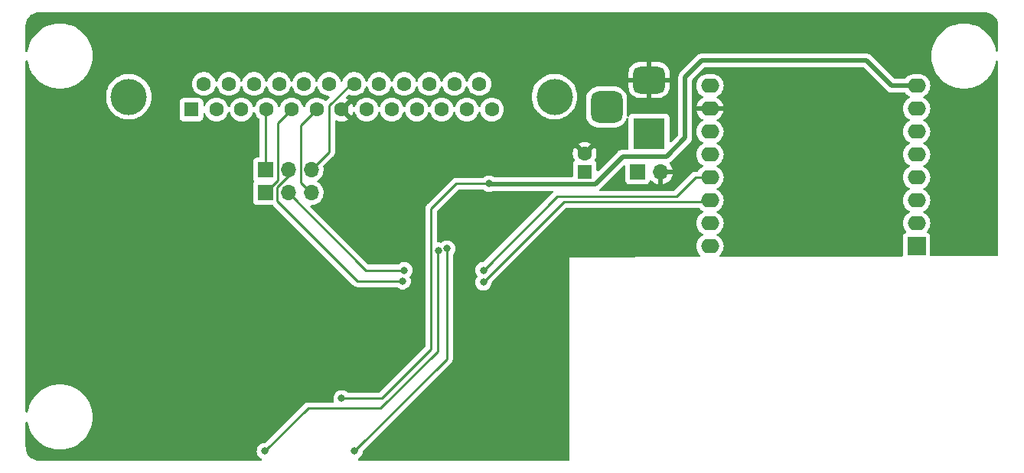
<source format=gbr>
%TF.GenerationSoftware,KiCad,Pcbnew,(6.0.11)*%
%TF.CreationDate,2024-01-03T20:30:30+00:00*%
%TF.ProjectId,LeWiFiModem,4c655769-4669-44d6-9f64-656d2e6b6963,rev?*%
%TF.SameCoordinates,Original*%
%TF.FileFunction,Copper,L2,Bot*%
%TF.FilePolarity,Positive*%
%FSLAX46Y46*%
G04 Gerber Fmt 4.6, Leading zero omitted, Abs format (unit mm)*
G04 Created by KiCad (PCBNEW (6.0.11)) date 2024-01-03 20:30:30*
%MOMM*%
%LPD*%
G01*
G04 APERTURE LIST*
G04 Aperture macros list*
%AMRoundRect*
0 Rectangle with rounded corners*
0 $1 Rounding radius*
0 $2 $3 $4 $5 $6 $7 $8 $9 X,Y pos of 4 corners*
0 Add a 4 corners polygon primitive as box body*
4,1,4,$2,$3,$4,$5,$6,$7,$8,$9,$2,$3,0*
0 Add four circle primitives for the rounded corners*
1,1,$1+$1,$2,$3*
1,1,$1+$1,$4,$5*
1,1,$1+$1,$6,$7*
1,1,$1+$1,$8,$9*
0 Add four rect primitives between the rounded corners*
20,1,$1+$1,$2,$3,$4,$5,0*
20,1,$1+$1,$4,$5,$6,$7,0*
20,1,$1+$1,$6,$7,$8,$9,0*
20,1,$1+$1,$8,$9,$2,$3,0*%
G04 Aperture macros list end*
%TA.AperFunction,ComponentPad*%
%ADD10R,3.500000X3.500000*%
%TD*%
%TA.AperFunction,ComponentPad*%
%ADD11RoundRect,0.750000X-1.000000X0.750000X-1.000000X-0.750000X1.000000X-0.750000X1.000000X0.750000X0*%
%TD*%
%TA.AperFunction,ComponentPad*%
%ADD12RoundRect,0.875000X-0.875000X0.875000X-0.875000X-0.875000X0.875000X-0.875000X0.875000X0.875000X0*%
%TD*%
%TA.AperFunction,ComponentPad*%
%ADD13R,2.000000X2.000000*%
%TD*%
%TA.AperFunction,ComponentPad*%
%ADD14O,2.000000X1.600000*%
%TD*%
%TA.AperFunction,ComponentPad*%
%ADD15R,1.600000X1.600000*%
%TD*%
%TA.AperFunction,ComponentPad*%
%ADD16C,1.600000*%
%TD*%
%TA.AperFunction,ComponentPad*%
%ADD17R,1.700000X1.700000*%
%TD*%
%TA.AperFunction,ComponentPad*%
%ADD18O,1.700000X1.700000*%
%TD*%
%TA.AperFunction,ComponentPad*%
%ADD19C,4.000000*%
%TD*%
%TA.AperFunction,ViaPad*%
%ADD20C,0.800000*%
%TD*%
%TA.AperFunction,Conductor*%
%ADD21C,0.500000*%
%TD*%
%TA.AperFunction,Conductor*%
%ADD22C,0.250000*%
%TD*%
G04 APERTURE END LIST*
D10*
%TO.P,J2,1*%
%TO.N,+5V*%
X130397500Y-94710000D03*
D11*
%TO.P,J2,2*%
%TO.N,GND*%
X130397500Y-88710000D03*
D12*
%TO.P,J2,3*%
%TO.N,N/C*%
X125697500Y-91710000D03*
%TD*%
D13*
%TO.P,U1,1,~{RST}*%
%TO.N,unconnected-(U1-Pad1)*%
X159995000Y-107130000D03*
D14*
%TO.P,U1,2,A0*%
%TO.N,unconnected-(U1-Pad2)*%
X159995000Y-104590000D03*
%TO.P,U1,3,D0*%
%TO.N,unconnected-(U1-Pad3)*%
X159995000Y-102050000D03*
%TO.P,U1,4,SCK/D5*%
%TO.N,unconnected-(U1-Pad4)*%
X159995000Y-99510000D03*
%TO.P,U1,5,MISO/D6*%
%TO.N,unconnected-(U1-Pad5)*%
X159995000Y-96970000D03*
%TO.P,U1,6,MOSI/D7*%
%TO.N,unconnected-(U1-Pad6)*%
X159995000Y-94430000D03*
%TO.P,U1,7,CS/D8*%
%TO.N,unconnected-(U1-Pad7)*%
X159995000Y-91890000D03*
%TO.P,U1,8,3V3*%
%TO.N,+3.3V*%
X159995000Y-89350000D03*
%TO.P,U1,9,5V*%
%TO.N,+5V*%
X137135000Y-89350000D03*
%TO.P,U1,10,GND*%
%TO.N,GND*%
X137135000Y-91890000D03*
%TO.P,U1,11,D4*%
%TO.N,unconnected-(U1-Pad11)*%
X137135000Y-94430000D03*
%TO.P,U1,12,D3*%
%TO.N,unconnected-(U1-Pad12)*%
X137135000Y-96970000D03*
%TO.P,U1,13,SDA/D2*%
%TO.N,/RTS0*%
X137135000Y-99510000D03*
%TO.P,U1,14,SCL/D1*%
%TO.N,/CTS0*%
X137135000Y-102050000D03*
%TO.P,U1,15,RX*%
%TO.N,/R1OUT*%
X137135000Y-104590000D03*
%TO.P,U1,16,TX*%
%TO.N,/T1IN*%
X137135000Y-107130000D03*
%TD*%
D15*
%TO.P,C6,1*%
%TO.N,+5V*%
X123280000Y-98885113D03*
D16*
%TO.P,C6,2*%
%TO.N,GND*%
X123280000Y-96885113D03*
%TD*%
D17*
%TO.P,J1,1,Pin_1*%
%TO.N,+5V*%
X129122500Y-98930000D03*
D18*
%TO.P,J1,2,Pin_2*%
%TO.N,GND*%
X131662500Y-98930000D03*
%TD*%
D17*
%TO.P,JP2,1,A*%
%TO.N,/CTS1*%
X87950000Y-98670000D03*
D18*
%TO.P,JP2,2,C*%
%TO.N,/CTS{slash}DTR*%
X90490000Y-98670000D03*
%TO.P,JP2,3,B*%
%TO.N,/DTR1*%
X93030000Y-98670000D03*
%TD*%
D17*
%TO.P,JP1,1,A*%
%TO.N,/RTS1*%
X87950000Y-101210000D03*
D18*
%TO.P,JP1,2,C*%
%TO.N,/RTS{slash}DSR*%
X90490000Y-101210000D03*
%TO.P,JP1,3,B*%
%TO.N,/DSR1*%
X93030000Y-101210000D03*
%TD*%
D19*
%TO.P,J3,0*%
%TO.N,N/C*%
X119937500Y-90570331D03*
X72837500Y-90570331D03*
D15*
%TO.P,J3,1,1*%
%TO.N,unconnected-(J3-Pad1)*%
X79767500Y-91990331D03*
D16*
%TO.P,J3,2,2*%
%TO.N,/R1IN*%
X82537500Y-91990331D03*
%TO.P,J3,3,3*%
%TO.N,/T1OUT*%
X85307500Y-91990331D03*
%TO.P,J3,4,4*%
%TO.N,/CTS1*%
X88077500Y-91990331D03*
%TO.P,J3,5,5*%
%TO.N,/RTS1*%
X90847500Y-91990331D03*
%TO.P,J3,6,6*%
%TO.N,/DSR1*%
X93617500Y-91990331D03*
%TO.P,J3,7,7*%
%TO.N,GND*%
X96387500Y-91990331D03*
%TO.P,J3,8,8*%
%TO.N,unconnected-(J3-Pad8)*%
X99157500Y-91990331D03*
%TO.P,J3,9,9*%
%TO.N,unconnected-(J3-Pad9)*%
X101927500Y-91990331D03*
%TO.P,J3,10,10*%
%TO.N,unconnected-(J3-Pad10)*%
X104697500Y-91990331D03*
%TO.P,J3,11,11*%
%TO.N,unconnected-(J3-Pad11)*%
X107467500Y-91990331D03*
%TO.P,J3,12,12*%
%TO.N,unconnected-(J3-Pad12)*%
X110237500Y-91990331D03*
%TO.P,J3,13,13*%
%TO.N,unconnected-(J3-Pad13)*%
X113007500Y-91990331D03*
%TO.P,J3,14,P14*%
%TO.N,unconnected-(J3-Pad14)*%
X81152500Y-89150331D03*
%TO.P,J3,15,P15*%
%TO.N,unconnected-(J3-Pad15)*%
X83922500Y-89150331D03*
%TO.P,J3,16,P16*%
%TO.N,unconnected-(J3-Pad16)*%
X86692500Y-89150331D03*
%TO.P,J3,17,P17*%
%TO.N,unconnected-(J3-Pad17)*%
X89462500Y-89150331D03*
%TO.P,J3,18,P18*%
%TO.N,unconnected-(J3-Pad18)*%
X92232500Y-89150331D03*
%TO.P,J3,19,P19*%
%TO.N,unconnected-(J3-Pad19)*%
X95002500Y-89150331D03*
%TO.P,J3,20,P20*%
%TO.N,/DTR1*%
X97772500Y-89150331D03*
%TO.P,J3,21,P21*%
%TO.N,unconnected-(J3-Pad21)*%
X100542500Y-89150331D03*
%TO.P,J3,22,P22*%
%TO.N,unconnected-(J3-Pad22)*%
X103312500Y-89150331D03*
%TO.P,J3,23,P23*%
%TO.N,unconnected-(J3-Pad23)*%
X106082500Y-89150331D03*
%TO.P,J3,24,P24*%
%TO.N,unconnected-(J3-Pad24)*%
X108852500Y-89150331D03*
%TO.P,J3,25,P25*%
%TO.N,unconnected-(J3-Pad25)*%
X111622500Y-89150331D03*
%TD*%
D20*
%TO.N,+3.3V*%
X112712500Y-100200000D03*
X96390000Y-123990000D03*
%TO.N,GND*%
X114710000Y-103710000D03*
X78200000Y-129880000D03*
%TO.N,/RTS0*%
X112072500Y-109800000D03*
%TO.N,/CTS0*%
X112072500Y-111140000D03*
%TO.N,/R1OUT*%
X87910000Y-129850000D03*
X107079500Y-107616546D03*
%TO.N,/T1IN*%
X97820000Y-129850000D03*
X108055236Y-107399888D03*
%TO.N,/RTS{slash}DSR*%
X103310000Y-109800000D03*
%TO.N,/CTS{slash}DTR*%
X103130000Y-111020000D03*
%TD*%
D21*
%TO.N,+3.3V*%
X124435113Y-100230000D02*
X127475113Y-97190000D01*
D22*
X112712500Y-100200000D02*
X111620000Y-100200000D01*
D21*
X112742500Y-100230000D02*
X124435113Y-100230000D01*
D22*
X100850000Y-123990000D02*
X96390000Y-123990000D01*
X111620000Y-100200000D02*
X111610000Y-100210000D01*
D21*
X134400000Y-95107500D02*
X134400000Y-88380000D01*
D22*
X106280000Y-103000000D02*
X106280000Y-118560000D01*
X106280000Y-118560000D02*
X100850000Y-123990000D01*
D21*
X132317500Y-97190000D02*
X134400000Y-95107500D01*
X127475113Y-97190000D02*
X132317500Y-97190000D01*
X112712500Y-100200000D02*
X112742500Y-100230000D01*
X157260000Y-89350000D02*
X159995000Y-89350000D01*
D22*
X111610000Y-100210000D02*
X109070000Y-100210000D01*
X109070000Y-100210000D02*
X106280000Y-103000000D01*
D21*
X134400000Y-88380000D02*
X136230000Y-86550000D01*
X154460000Y-86550000D02*
X157260000Y-89350000D01*
X136230000Y-86550000D02*
X154460000Y-86550000D01*
D22*
%TO.N,/RTS0*%
X120222500Y-101650000D02*
X133410000Y-101650000D01*
X135550000Y-99510000D02*
X137135000Y-99510000D01*
X112072500Y-109800000D02*
X120222500Y-101650000D01*
X133410000Y-101650000D02*
X135550000Y-99510000D01*
%TO.N,/CTS0*%
X120970000Y-102240000D02*
X136945000Y-102240000D01*
X112072500Y-111137500D02*
X120970000Y-102240000D01*
X112072500Y-111140000D02*
X112072500Y-111137500D01*
X136945000Y-102240000D02*
X137135000Y-102050000D01*
%TO.N,/R1OUT*%
X107004317Y-107691729D02*
X107079500Y-107616546D01*
X107004317Y-118765683D02*
X107004317Y-107691729D01*
X87910000Y-129850000D02*
X92690000Y-125070000D01*
X100700000Y-125070000D02*
X107004317Y-118765683D01*
X92690000Y-125070000D02*
X100700000Y-125070000D01*
%TO.N,/T1IN*%
X108055236Y-119614764D02*
X108055236Y-107399888D01*
X97820000Y-129850000D02*
X108055236Y-119614764D01*
%TO.N,/RTS{slash}DSR*%
X103310000Y-109800000D02*
X99080000Y-109800000D01*
X99080000Y-109800000D02*
X90490000Y-101210000D01*
%TO.N,/CTS1*%
X87950000Y-98670000D02*
X87950000Y-92117831D01*
X87950000Y-92117831D02*
X88077500Y-91990331D01*
%TO.N,/RTS1*%
X89315000Y-93522831D02*
X90847500Y-91990331D01*
X89315000Y-99845000D02*
X89315000Y-93522831D01*
X87950000Y-101210000D02*
X89315000Y-99845000D01*
%TO.N,/DSR1*%
X91829501Y-100117420D02*
X91829501Y-93778330D01*
X91829501Y-93778330D02*
X93617500Y-91990331D01*
X93030000Y-101317919D02*
X91829501Y-100117420D01*
%TO.N,/CTS{slash}DTR*%
X89210000Y-100585690D02*
X90490000Y-99305690D01*
X98140000Y-111020000D02*
X89210000Y-102090000D01*
X103130000Y-111020000D02*
X98140000Y-111020000D01*
X89210000Y-102090000D02*
X89210000Y-100585690D01*
X90490000Y-99305690D02*
X90490000Y-98670000D01*
%TO.N,/DTR1*%
X95020000Y-96680000D02*
X95020000Y-91560000D01*
X93030000Y-98670000D02*
X95020000Y-96680000D01*
X95020000Y-91560000D02*
X97429669Y-89150331D01*
X97429669Y-89150331D02*
X97772500Y-89150331D01*
%TD*%
%TA.AperFunction,Conductor*%
%TO.N,GND*%
G36*
X167510018Y-81230000D02*
G01*
X167524851Y-81232310D01*
X167524855Y-81232310D01*
X167533724Y-81233691D01*
X167548981Y-81231696D01*
X167574302Y-81230953D01*
X167743285Y-81243039D01*
X167761064Y-81245596D01*
X167951392Y-81286999D01*
X167968641Y-81292063D01*
X168151150Y-81360136D01*
X168167502Y-81367604D01*
X168338458Y-81460952D01*
X168353582Y-81470672D01*
X168509514Y-81587402D01*
X168523100Y-81599175D01*
X168660825Y-81736900D01*
X168672598Y-81750486D01*
X168789328Y-81906418D01*
X168799048Y-81921542D01*
X168892396Y-82092498D01*
X168899864Y-82108850D01*
X168967937Y-82291359D01*
X168973001Y-82308607D01*
X169014404Y-82498936D01*
X169016961Y-82516715D01*
X169028540Y-82678601D01*
X169027793Y-82696565D01*
X169027692Y-82704845D01*
X169026309Y-82713724D01*
X169030446Y-82745356D01*
X169031510Y-82761664D01*
X169031592Y-83145223D01*
X169032085Y-85448386D01*
X169012098Y-85516511D01*
X168958452Y-85563015D01*
X168888180Y-85573134D01*
X168823593Y-85543655D01*
X168785196Y-85483937D01*
X168781636Y-85468124D01*
X168757169Y-85313648D01*
X168756653Y-85310387D01*
X168658978Y-84945857D01*
X168523734Y-84593535D01*
X168352403Y-84257280D01*
X168146863Y-83940775D01*
X167909365Y-83647489D01*
X167642511Y-83380635D01*
X167349225Y-83143137D01*
X167032720Y-82937597D01*
X167029786Y-82936102D01*
X167029779Y-82936098D01*
X166699405Y-82767764D01*
X166696465Y-82766266D01*
X166344143Y-82631022D01*
X165979613Y-82533347D01*
X165781647Y-82501992D01*
X165610119Y-82474824D01*
X165610111Y-82474823D01*
X165606871Y-82474310D01*
X165324280Y-82459500D01*
X165135720Y-82459500D01*
X164853129Y-82474310D01*
X164849889Y-82474823D01*
X164849881Y-82474824D01*
X164678353Y-82501992D01*
X164480387Y-82533347D01*
X164115857Y-82631022D01*
X163763535Y-82766266D01*
X163760595Y-82767764D01*
X163430221Y-82936098D01*
X163430214Y-82936102D01*
X163427280Y-82937597D01*
X163110775Y-83143137D01*
X162817489Y-83380635D01*
X162550635Y-83647489D01*
X162313137Y-83940775D01*
X162311335Y-83943550D01*
X162109395Y-84254510D01*
X162109393Y-84254513D01*
X162107597Y-84257279D01*
X162106102Y-84260213D01*
X162106098Y-84260220D01*
X161937764Y-84590595D01*
X161936266Y-84593535D01*
X161801022Y-84945857D01*
X161703347Y-85310387D01*
X161702831Y-85313648D01*
X161653441Y-85625481D01*
X161644310Y-85683129D01*
X161624559Y-86060000D01*
X161644310Y-86436871D01*
X161644823Y-86440111D01*
X161644824Y-86440119D01*
X161654754Y-86502814D01*
X161703347Y-86809613D01*
X161801022Y-87174143D01*
X161936266Y-87526465D01*
X161937764Y-87529405D01*
X162094651Y-87837312D01*
X162107597Y-87862720D01*
X162109393Y-87865486D01*
X162109395Y-87865489D01*
X162175869Y-87967850D01*
X162313137Y-88179225D01*
X162550635Y-88472511D01*
X162817489Y-88739365D01*
X163110775Y-88976863D01*
X163215807Y-89045072D01*
X163284844Y-89089904D01*
X163427280Y-89182403D01*
X163430214Y-89183898D01*
X163430221Y-89183902D01*
X163499260Y-89219079D01*
X163763535Y-89353734D01*
X164115857Y-89488978D01*
X164480387Y-89586653D01*
X164678353Y-89618008D01*
X164849881Y-89645176D01*
X164849889Y-89645177D01*
X164853129Y-89645690D01*
X165135720Y-89660500D01*
X165324280Y-89660500D01*
X165606871Y-89645690D01*
X165610111Y-89645177D01*
X165610119Y-89645176D01*
X165781647Y-89618008D01*
X165979613Y-89586653D01*
X166344143Y-89488978D01*
X166696465Y-89353734D01*
X166960740Y-89219079D01*
X167029779Y-89183902D01*
X167029786Y-89183898D01*
X167032720Y-89182403D01*
X167175157Y-89089904D01*
X167244193Y-89045072D01*
X167349225Y-88976863D01*
X167642511Y-88739365D01*
X167909365Y-88472511D01*
X168146863Y-88179225D01*
X168226589Y-88056457D01*
X168350605Y-87865490D01*
X168350607Y-87865487D01*
X168352403Y-87862721D01*
X168353903Y-87859779D01*
X168522236Y-87529405D01*
X168523734Y-87526465D01*
X168658978Y-87174143D01*
X168756653Y-86809613D01*
X168781898Y-86650224D01*
X168812311Y-86586071D01*
X168872579Y-86548544D01*
X168943568Y-86549558D01*
X169002740Y-86588791D01*
X169031308Y-86653786D01*
X169032347Y-86669907D01*
X169033422Y-91687363D01*
X169036941Y-108116133D01*
X169016954Y-108184258D01*
X168963308Y-108230762D01*
X168911282Y-108242160D01*
X161629840Y-108261852D01*
X161561666Y-108242034D01*
X161515028Y-108188504D01*
X161503500Y-108135852D01*
X161503500Y-106081866D01*
X161496745Y-106019684D01*
X161445615Y-105883295D01*
X161358261Y-105766739D01*
X161241705Y-105679385D01*
X161233296Y-105676233D01*
X161233293Y-105676231D01*
X161217232Y-105670210D01*
X161160467Y-105627569D01*
X161135766Y-105561008D01*
X161150973Y-105491659D01*
X161172365Y-105463133D01*
X161201198Y-105434300D01*
X161332523Y-105246749D01*
X161334846Y-105241767D01*
X161334849Y-105241762D01*
X161426961Y-105044225D01*
X161426961Y-105044224D01*
X161429284Y-105039243D01*
X161488543Y-104818087D01*
X161508498Y-104590000D01*
X161488543Y-104361913D01*
X161429284Y-104140757D01*
X161426961Y-104135775D01*
X161334849Y-103938238D01*
X161334846Y-103938233D01*
X161332523Y-103933251D01*
X161201198Y-103745700D01*
X161039300Y-103583802D01*
X161034792Y-103580645D01*
X161034789Y-103580643D01*
X160956611Y-103525902D01*
X160851749Y-103452477D01*
X160846767Y-103450154D01*
X160846762Y-103450151D01*
X160812543Y-103434195D01*
X160759258Y-103387278D01*
X160739797Y-103319001D01*
X160760339Y-103251041D01*
X160812543Y-103205805D01*
X160846762Y-103189849D01*
X160846767Y-103189846D01*
X160851749Y-103187523D01*
X160956611Y-103114098D01*
X161034789Y-103059357D01*
X161034792Y-103059355D01*
X161039300Y-103056198D01*
X161201198Y-102894300D01*
X161213747Y-102876379D01*
X161277442Y-102785413D01*
X161332523Y-102706749D01*
X161334846Y-102701767D01*
X161334849Y-102701762D01*
X161426961Y-102504225D01*
X161426961Y-102504224D01*
X161429284Y-102499243D01*
X161449644Y-102423261D01*
X161487119Y-102283402D01*
X161487119Y-102283400D01*
X161488543Y-102278087D01*
X161508498Y-102050000D01*
X161488543Y-101821913D01*
X161429284Y-101600757D01*
X161426961Y-101595775D01*
X161334849Y-101398238D01*
X161334846Y-101398233D01*
X161332523Y-101393251D01*
X161248490Y-101273240D01*
X161204357Y-101210211D01*
X161204355Y-101210208D01*
X161201198Y-101205700D01*
X161039300Y-101043802D01*
X161034792Y-101040645D01*
X161034789Y-101040643D01*
X160946553Y-100978860D01*
X160851749Y-100912477D01*
X160846767Y-100910154D01*
X160846762Y-100910151D01*
X160812543Y-100894195D01*
X160759258Y-100847278D01*
X160739797Y-100779001D01*
X160760339Y-100711041D01*
X160812543Y-100665805D01*
X160846762Y-100649849D01*
X160846767Y-100649846D01*
X160851749Y-100647523D01*
X160974614Y-100561492D01*
X161034789Y-100519357D01*
X161034792Y-100519355D01*
X161039300Y-100516198D01*
X161201198Y-100354300D01*
X161332523Y-100166749D01*
X161334846Y-100161767D01*
X161334849Y-100161762D01*
X161426961Y-99964225D01*
X161426961Y-99964224D01*
X161429284Y-99959243D01*
X161442788Y-99908848D01*
X161487119Y-99743402D01*
X161487119Y-99743400D01*
X161488543Y-99738087D01*
X161508498Y-99510000D01*
X161488543Y-99281913D01*
X161463506Y-99188475D01*
X161430707Y-99066067D01*
X161430706Y-99066065D01*
X161429284Y-99060757D01*
X161416164Y-99032620D01*
X161334849Y-98858238D01*
X161334846Y-98858233D01*
X161332523Y-98853251D01*
X161206565Y-98673365D01*
X161204357Y-98670211D01*
X161204355Y-98670208D01*
X161201198Y-98665700D01*
X161039300Y-98503802D01*
X161034792Y-98500645D01*
X161034789Y-98500643D01*
X160951526Y-98442342D01*
X160851749Y-98372477D01*
X160846767Y-98370154D01*
X160846762Y-98370151D01*
X160812543Y-98354195D01*
X160759258Y-98307278D01*
X160739797Y-98239001D01*
X160760339Y-98171041D01*
X160812543Y-98125805D01*
X160846762Y-98109849D01*
X160846767Y-98109846D01*
X160851749Y-98107523D01*
X160959798Y-98031866D01*
X161034789Y-97979357D01*
X161034792Y-97979355D01*
X161039300Y-97976198D01*
X161201198Y-97814300D01*
X161214359Y-97795505D01*
X161279632Y-97702285D01*
X161332523Y-97626749D01*
X161334846Y-97621767D01*
X161334849Y-97621762D01*
X161426961Y-97424225D01*
X161426961Y-97424224D01*
X161429284Y-97419243D01*
X161441931Y-97372046D01*
X161487119Y-97203402D01*
X161487119Y-97203400D01*
X161488543Y-97198087D01*
X161508498Y-96970000D01*
X161488543Y-96741913D01*
X161482689Y-96720065D01*
X161430707Y-96526067D01*
X161430706Y-96526065D01*
X161429284Y-96520757D01*
X161407086Y-96473152D01*
X161334849Y-96318238D01*
X161334846Y-96318233D01*
X161332523Y-96313251D01*
X161233663Y-96172065D01*
X161204357Y-96130211D01*
X161204355Y-96130208D01*
X161201198Y-96125700D01*
X161039300Y-95963802D01*
X161034792Y-95960645D01*
X161034789Y-95960643D01*
X160956611Y-95905902D01*
X160851749Y-95832477D01*
X160846767Y-95830154D01*
X160846762Y-95830151D01*
X160812543Y-95814195D01*
X160759258Y-95767278D01*
X160739797Y-95699001D01*
X160760339Y-95631041D01*
X160812543Y-95585805D01*
X160846762Y-95569849D01*
X160846767Y-95569846D01*
X160851749Y-95567523D01*
X160956611Y-95494098D01*
X161034789Y-95439357D01*
X161034792Y-95439355D01*
X161039300Y-95436198D01*
X161201198Y-95274300D01*
X161332523Y-95086749D01*
X161334846Y-95081767D01*
X161334849Y-95081762D01*
X161426961Y-94884225D01*
X161426961Y-94884224D01*
X161429284Y-94879243D01*
X161452308Y-94793319D01*
X161487119Y-94663402D01*
X161487119Y-94663400D01*
X161488543Y-94658087D01*
X161508498Y-94430000D01*
X161488543Y-94201913D01*
X161429284Y-93980757D01*
X161421724Y-93964544D01*
X161334849Y-93778238D01*
X161334846Y-93778233D01*
X161332523Y-93773251D01*
X161241918Y-93643854D01*
X161204357Y-93590211D01*
X161204355Y-93590208D01*
X161201198Y-93585700D01*
X161039300Y-93423802D01*
X161034792Y-93420645D01*
X161034789Y-93420643D01*
X160886767Y-93316997D01*
X160851749Y-93292477D01*
X160846767Y-93290154D01*
X160846762Y-93290151D01*
X160812543Y-93274195D01*
X160759258Y-93227278D01*
X160739797Y-93159001D01*
X160760339Y-93091041D01*
X160812543Y-93045805D01*
X160846762Y-93029849D01*
X160846767Y-93029846D01*
X160851749Y-93027523D01*
X160956611Y-92954098D01*
X161034789Y-92899357D01*
X161034792Y-92899355D01*
X161039300Y-92896198D01*
X161201198Y-92734300D01*
X161221429Y-92705408D01*
X161292492Y-92603919D01*
X161332523Y-92546749D01*
X161334846Y-92541767D01*
X161334849Y-92541762D01*
X161426961Y-92344225D01*
X161426961Y-92344224D01*
X161429284Y-92339243D01*
X161488543Y-92118087D01*
X161508498Y-91890000D01*
X161488543Y-91661913D01*
X161468202Y-91586000D01*
X161430707Y-91446067D01*
X161430706Y-91446065D01*
X161429284Y-91440757D01*
X161426961Y-91435775D01*
X161334849Y-91238238D01*
X161334846Y-91238233D01*
X161332523Y-91233251D01*
X161259098Y-91128389D01*
X161204357Y-91050211D01*
X161204355Y-91050208D01*
X161201198Y-91045700D01*
X161039300Y-90883802D01*
X161034792Y-90880645D01*
X161034789Y-90880643D01*
X160912906Y-90795300D01*
X160851749Y-90752477D01*
X160846767Y-90750154D01*
X160846762Y-90750151D01*
X160812543Y-90734195D01*
X160759258Y-90687278D01*
X160739797Y-90619001D01*
X160760339Y-90551041D01*
X160812543Y-90505805D01*
X160846762Y-90489849D01*
X160846767Y-90489846D01*
X160851749Y-90487523D01*
X160996684Y-90386038D01*
X161034789Y-90359357D01*
X161034792Y-90359355D01*
X161039300Y-90356198D01*
X161201198Y-90194300D01*
X161230375Y-90152632D01*
X161288967Y-90068953D01*
X161332523Y-90006749D01*
X161334846Y-90001767D01*
X161334849Y-90001762D01*
X161426961Y-89804225D01*
X161426961Y-89804224D01*
X161429284Y-89799243D01*
X161455397Y-89701791D01*
X161487119Y-89583402D01*
X161487119Y-89583400D01*
X161488543Y-89578087D01*
X161508498Y-89350000D01*
X161488543Y-89121913D01*
X161436510Y-88927724D01*
X161430707Y-88906067D01*
X161430706Y-88906065D01*
X161429284Y-88900757D01*
X161426961Y-88895775D01*
X161334849Y-88698238D01*
X161334846Y-88698233D01*
X161332523Y-88693251D01*
X161201198Y-88505700D01*
X161039300Y-88343802D01*
X161034792Y-88340645D01*
X161034789Y-88340643D01*
X160948403Y-88280155D01*
X160851749Y-88212477D01*
X160846767Y-88210154D01*
X160846762Y-88210151D01*
X160649225Y-88118039D01*
X160649224Y-88118039D01*
X160644243Y-88115716D01*
X160638935Y-88114294D01*
X160638933Y-88114293D01*
X160428402Y-88057881D01*
X160428400Y-88057881D01*
X160423087Y-88056457D01*
X160323520Y-88047746D01*
X160254851Y-88041738D01*
X160254844Y-88041738D01*
X160252127Y-88041500D01*
X159737873Y-88041500D01*
X159735156Y-88041738D01*
X159735149Y-88041738D01*
X159666480Y-88047746D01*
X159566913Y-88056457D01*
X159561600Y-88057881D01*
X159561598Y-88057881D01*
X159351067Y-88114293D01*
X159351065Y-88114294D01*
X159345757Y-88115716D01*
X159340776Y-88118039D01*
X159340775Y-88118039D01*
X159143238Y-88210151D01*
X159143233Y-88210154D01*
X159138251Y-88212477D01*
X159041597Y-88280155D01*
X158955211Y-88340643D01*
X158955208Y-88340645D01*
X158950700Y-88343802D01*
X158788802Y-88505700D01*
X158766345Y-88537771D01*
X158710890Y-88582099D01*
X158663133Y-88591500D01*
X157626371Y-88591500D01*
X157558250Y-88571498D01*
X157537276Y-88554595D01*
X155043770Y-86061089D01*
X155031384Y-86046677D01*
X155022851Y-86035082D01*
X155022846Y-86035077D01*
X155018508Y-86029182D01*
X155012930Y-86024443D01*
X155012927Y-86024440D01*
X154978232Y-85994965D01*
X154970716Y-85988035D01*
X154965021Y-85982340D01*
X154948736Y-85969456D01*
X154942749Y-85964719D01*
X154939345Y-85961928D01*
X154889297Y-85919409D01*
X154889295Y-85919408D01*
X154883715Y-85914667D01*
X154877199Y-85911339D01*
X154872150Y-85907972D01*
X154867021Y-85904805D01*
X154861284Y-85900266D01*
X154795125Y-85869345D01*
X154791225Y-85867439D01*
X154726192Y-85834231D01*
X154719084Y-85832492D01*
X154713441Y-85830393D01*
X154707678Y-85828476D01*
X154701050Y-85825378D01*
X154629583Y-85810513D01*
X154625299Y-85809543D01*
X154554390Y-85792192D01*
X154548788Y-85791844D01*
X154548785Y-85791844D01*
X154543236Y-85791500D01*
X154543238Y-85791464D01*
X154539245Y-85791225D01*
X154535053Y-85790851D01*
X154527885Y-85789360D01*
X154464120Y-85791085D01*
X154450479Y-85791454D01*
X154447072Y-85791500D01*
X136297070Y-85791500D01*
X136278120Y-85790067D01*
X136263885Y-85787901D01*
X136263881Y-85787901D01*
X136256651Y-85786801D01*
X136249359Y-85787394D01*
X136249356Y-85787394D01*
X136203982Y-85791085D01*
X136193767Y-85791500D01*
X136185707Y-85791500D01*
X136182073Y-85791924D01*
X136182067Y-85791924D01*
X136169042Y-85793443D01*
X136157480Y-85794791D01*
X136153132Y-85795221D01*
X136080364Y-85801140D01*
X136073403Y-85803395D01*
X136067463Y-85804582D01*
X136061588Y-85805971D01*
X136054319Y-85806818D01*
X135985670Y-85831736D01*
X135981542Y-85833153D01*
X135919064Y-85853393D01*
X135919062Y-85853394D01*
X135912101Y-85855649D01*
X135905846Y-85859445D01*
X135900372Y-85861951D01*
X135894942Y-85864670D01*
X135888063Y-85867167D01*
X135881943Y-85871180D01*
X135881942Y-85871180D01*
X135827024Y-85907186D01*
X135823320Y-85909523D01*
X135760893Y-85947405D01*
X135752516Y-85954803D01*
X135752492Y-85954776D01*
X135749500Y-85957429D01*
X135746267Y-85960132D01*
X135740148Y-85964144D01*
X135710951Y-85994965D01*
X135686872Y-86020383D01*
X135684494Y-86022825D01*
X133911089Y-87796230D01*
X133896677Y-87808616D01*
X133885082Y-87817149D01*
X133885077Y-87817154D01*
X133879182Y-87821492D01*
X133874443Y-87827070D01*
X133874440Y-87827073D01*
X133844965Y-87861768D01*
X133838035Y-87869284D01*
X133832340Y-87874979D01*
X133830060Y-87877861D01*
X133814719Y-87897251D01*
X133811928Y-87900655D01*
X133769409Y-87950703D01*
X133764667Y-87956285D01*
X133761339Y-87962801D01*
X133757972Y-87967850D01*
X133754805Y-87972979D01*
X133750266Y-87978716D01*
X133719345Y-88044875D01*
X133717442Y-88048769D01*
X133684231Y-88113808D01*
X133682492Y-88120916D01*
X133680393Y-88126559D01*
X133678476Y-88132322D01*
X133675378Y-88138950D01*
X133673888Y-88146112D01*
X133673888Y-88146113D01*
X133660514Y-88210412D01*
X133659544Y-88214696D01*
X133642192Y-88285610D01*
X133641500Y-88296764D01*
X133641464Y-88296762D01*
X133641225Y-88300755D01*
X133640851Y-88304947D01*
X133639360Y-88312115D01*
X133639558Y-88319432D01*
X133641454Y-88389521D01*
X133641500Y-88392928D01*
X133641500Y-94741129D01*
X133621498Y-94809250D01*
X133604595Y-94830224D01*
X132871095Y-95563724D01*
X132808783Y-95597750D01*
X132737968Y-95592685D01*
X132681132Y-95550138D01*
X132656321Y-95483618D01*
X132656000Y-95474629D01*
X132656000Y-92911866D01*
X132649245Y-92849684D01*
X132598115Y-92713295D01*
X132510761Y-92596739D01*
X132394205Y-92509385D01*
X132257816Y-92458255D01*
X132195634Y-92451500D01*
X128599366Y-92451500D01*
X128537184Y-92458255D01*
X128400795Y-92509385D01*
X128284239Y-92596739D01*
X128196885Y-92713295D01*
X128193736Y-92721696D01*
X128192519Y-92723918D01*
X128142260Y-92774064D01*
X128072869Y-92789077D01*
X128006377Y-92764191D01*
X127963895Y-92707307D01*
X127956000Y-92663408D01*
X127956000Y-90742636D01*
X127955672Y-90736564D01*
X127953117Y-90689401D01*
X127952881Y-90685043D01*
X127907880Y-90454607D01*
X127824696Y-90235048D01*
X127745621Y-90100536D01*
X127708417Y-90037250D01*
X127708415Y-90037248D01*
X127705709Y-90032644D01*
X127554319Y-89853181D01*
X127374856Y-89701791D01*
X127172452Y-89582804D01*
X127006582Y-89519961D01*
X128139501Y-89519961D01*
X128139709Y-89525071D01*
X128150582Y-89658767D01*
X128152352Y-89669320D01*
X128205467Y-89876185D01*
X128209201Y-89886731D01*
X128298010Y-90080705D01*
X128303546Y-90090412D01*
X128425303Y-90265597D01*
X128432476Y-90274176D01*
X128583324Y-90425024D01*
X128591903Y-90432197D01*
X128767088Y-90553954D01*
X128776795Y-90559490D01*
X128970769Y-90648299D01*
X128981315Y-90652033D01*
X129188179Y-90705147D01*
X129198734Y-90706918D01*
X129332430Y-90717793D01*
X129337536Y-90718000D01*
X130125385Y-90718000D01*
X130140624Y-90713525D01*
X130141829Y-90712135D01*
X130143500Y-90704452D01*
X130143500Y-90699884D01*
X130651500Y-90699884D01*
X130655975Y-90715123D01*
X130657365Y-90716328D01*
X130665048Y-90717999D01*
X131457461Y-90717999D01*
X131462571Y-90717791D01*
X131596267Y-90706918D01*
X131606820Y-90705148D01*
X131813685Y-90652033D01*
X131824231Y-90648299D01*
X132018205Y-90559490D01*
X132027912Y-90553954D01*
X132203097Y-90432197D01*
X132211676Y-90425024D01*
X132362524Y-90274176D01*
X132369697Y-90265597D01*
X132491454Y-90090412D01*
X132496990Y-90080705D01*
X132585799Y-89886731D01*
X132589533Y-89876185D01*
X132642647Y-89669321D01*
X132644418Y-89658766D01*
X132655293Y-89525070D01*
X132655500Y-89519964D01*
X132655500Y-88982115D01*
X132651025Y-88966876D01*
X132649635Y-88965671D01*
X132641952Y-88964000D01*
X130669615Y-88964000D01*
X130654376Y-88968475D01*
X130653171Y-88969865D01*
X130651500Y-88977548D01*
X130651500Y-90699884D01*
X130143500Y-90699884D01*
X130143500Y-88982115D01*
X130139025Y-88966876D01*
X130137635Y-88965671D01*
X130129952Y-88964000D01*
X128157616Y-88964000D01*
X128142377Y-88968475D01*
X128141172Y-88969865D01*
X128139501Y-88977548D01*
X128139501Y-89519961D01*
X127006582Y-89519961D01*
X126952893Y-89499620D01*
X126910351Y-89491312D01*
X126726743Y-89455456D01*
X126722457Y-89454619D01*
X126716727Y-89454309D01*
X126666552Y-89451591D01*
X126666537Y-89451591D01*
X126664864Y-89451500D01*
X124730136Y-89451500D01*
X124728463Y-89451591D01*
X124728448Y-89451591D01*
X124678273Y-89454309D01*
X124672543Y-89454619D01*
X124668257Y-89455456D01*
X124484650Y-89491312D01*
X124442107Y-89499620D01*
X124222548Y-89582804D01*
X124020144Y-89701791D01*
X123840681Y-89853181D01*
X123689291Y-90032644D01*
X123686585Y-90037248D01*
X123686583Y-90037250D01*
X123649379Y-90100536D01*
X123570304Y-90235048D01*
X123487120Y-90454607D01*
X123442119Y-90685043D01*
X123441883Y-90689401D01*
X123439329Y-90736564D01*
X123439000Y-90742636D01*
X123439000Y-92677364D01*
X123439091Y-92679037D01*
X123439091Y-92679052D01*
X123440867Y-92711838D01*
X123442119Y-92734957D01*
X123442956Y-92739243D01*
X123476004Y-92908469D01*
X123487120Y-92965393D01*
X123570304Y-93184952D01*
X123689291Y-93387356D01*
X123840681Y-93566819D01*
X124020144Y-93718209D01*
X124024748Y-93720915D01*
X124024750Y-93720917D01*
X124074978Y-93750444D01*
X124222548Y-93837196D01*
X124442107Y-93920380D01*
X124672543Y-93965381D01*
X124676901Y-93965617D01*
X124728448Y-93968409D01*
X124728463Y-93968409D01*
X124730136Y-93968500D01*
X126664864Y-93968500D01*
X126666537Y-93968409D01*
X126666552Y-93968409D01*
X126718099Y-93965617D01*
X126722457Y-93965381D01*
X126952893Y-93920380D01*
X127172452Y-93837196D01*
X127320022Y-93750444D01*
X127370250Y-93720917D01*
X127370252Y-93720915D01*
X127374856Y-93718209D01*
X127554319Y-93566819D01*
X127705709Y-93387356D01*
X127824696Y-93184952D01*
X127895173Y-92998932D01*
X127938012Y-92942317D01*
X128004660Y-92917849D01*
X128073955Y-92933298D01*
X128123898Y-92983759D01*
X128139000Y-93043573D01*
X128139000Y-96305500D01*
X128118998Y-96373621D01*
X128065342Y-96420114D01*
X128013000Y-96431500D01*
X127542182Y-96431500D01*
X127523234Y-96430067D01*
X127515893Y-96428950D01*
X127508996Y-96427901D01*
X127508994Y-96427901D01*
X127501764Y-96426801D01*
X127494472Y-96427394D01*
X127494469Y-96427394D01*
X127449095Y-96431085D01*
X127438880Y-96431500D01*
X127430820Y-96431500D01*
X127417530Y-96433049D01*
X127402606Y-96434789D01*
X127398231Y-96435222D01*
X127332774Y-96440546D01*
X127332771Y-96440547D01*
X127325476Y-96441140D01*
X127318512Y-96443396D01*
X127312553Y-96444587D01*
X127306698Y-96445971D01*
X127299432Y-96446818D01*
X127230786Y-96471735D01*
X127226658Y-96473152D01*
X127164177Y-96493393D01*
X127164175Y-96493394D01*
X127157214Y-96495649D01*
X127150959Y-96499445D01*
X127145485Y-96501951D01*
X127140055Y-96504670D01*
X127133176Y-96507167D01*
X127072129Y-96547191D01*
X127068440Y-96549518D01*
X127048248Y-96561771D01*
X127010806Y-96584491D01*
X127010801Y-96584495D01*
X127006005Y-96587405D01*
X126997629Y-96594803D01*
X126997606Y-96594777D01*
X126994616Y-96597426D01*
X126991377Y-96600134D01*
X126985261Y-96604144D01*
X126980234Y-96609451D01*
X126980230Y-96609454D01*
X126931985Y-96660383D01*
X126929607Y-96662825D01*
X124803595Y-98788837D01*
X124741283Y-98822863D01*
X124670468Y-98817798D01*
X124613632Y-98775251D01*
X124588821Y-98708731D01*
X124588500Y-98699742D01*
X124588500Y-98036979D01*
X124581745Y-97974797D01*
X124530615Y-97838408D01*
X124490736Y-97785197D01*
X124448645Y-97729035D01*
X124448642Y-97729032D01*
X124443261Y-97721852D01*
X124436081Y-97716471D01*
X124429730Y-97710120D01*
X124431872Y-97707978D01*
X124398436Y-97663267D01*
X124393406Y-97592449D01*
X124411523Y-97551078D01*
X124411182Y-97550881D01*
X124412952Y-97547815D01*
X124413299Y-97547023D01*
X124413929Y-97546124D01*
X124419414Y-97536624D01*
X124511490Y-97339166D01*
X124515236Y-97328874D01*
X124571625Y-97118425D01*
X124573528Y-97107632D01*
X124592517Y-96890588D01*
X124592517Y-96879638D01*
X124573528Y-96662594D01*
X124571625Y-96651801D01*
X124515236Y-96441352D01*
X124511490Y-96431060D01*
X124419414Y-96233602D01*
X124413931Y-96224107D01*
X124377491Y-96172065D01*
X124367012Y-96163689D01*
X124353566Y-96170757D01*
X123369095Y-97155228D01*
X123306783Y-97189254D01*
X123235968Y-97184189D01*
X123190905Y-97155228D01*
X122205713Y-96170036D01*
X122193938Y-96163606D01*
X122181923Y-96172902D01*
X122146069Y-96224107D01*
X122140586Y-96233602D01*
X122048510Y-96431060D01*
X122044764Y-96441352D01*
X121988375Y-96651801D01*
X121986472Y-96662594D01*
X121967483Y-96879638D01*
X121967483Y-96890588D01*
X121986472Y-97107632D01*
X121988375Y-97118425D01*
X122044764Y-97328874D01*
X122048510Y-97339166D01*
X122140586Y-97536624D01*
X122146071Y-97546124D01*
X122146701Y-97547023D01*
X122146856Y-97547483D01*
X122148818Y-97550881D01*
X122148135Y-97551275D01*
X122169388Y-97614297D01*
X122152102Y-97683157D01*
X122129066Y-97708916D01*
X122130270Y-97710120D01*
X122123919Y-97716471D01*
X122116739Y-97721852D01*
X122111358Y-97729032D01*
X122111355Y-97729035D01*
X122069264Y-97785197D01*
X122029385Y-97838408D01*
X121978255Y-97974797D01*
X121971500Y-98036979D01*
X121971500Y-99345500D01*
X121951498Y-99413621D01*
X121897842Y-99460114D01*
X121845500Y-99471500D01*
X113296378Y-99471500D01*
X113228257Y-99451498D01*
X113222317Y-99447436D01*
X113174594Y-99412763D01*
X113174593Y-99412762D01*
X113169252Y-99408882D01*
X113163224Y-99406198D01*
X113163222Y-99406197D01*
X113000819Y-99333891D01*
X113000818Y-99333891D01*
X112994788Y-99331206D01*
X112901387Y-99311353D01*
X112814444Y-99292872D01*
X112814439Y-99292872D01*
X112807987Y-99291500D01*
X112617013Y-99291500D01*
X112610561Y-99292872D01*
X112610556Y-99292872D01*
X112523613Y-99311353D01*
X112430212Y-99331206D01*
X112424182Y-99333891D01*
X112424181Y-99333891D01*
X112261778Y-99406197D01*
X112261776Y-99406198D01*
X112255748Y-99408882D01*
X112101247Y-99521134D01*
X112096832Y-99526037D01*
X112091920Y-99530460D01*
X112090795Y-99529211D01*
X112037486Y-99562051D01*
X112004300Y-99566500D01*
X111698767Y-99566500D01*
X111687584Y-99565973D01*
X111680091Y-99564298D01*
X111672165Y-99564547D01*
X111672164Y-99564547D01*
X111612014Y-99566438D01*
X111608055Y-99566500D01*
X111580144Y-99566500D01*
X111576210Y-99566997D01*
X111576209Y-99566997D01*
X111576144Y-99567005D01*
X111564307Y-99567938D01*
X111532490Y-99568938D01*
X111528029Y-99569078D01*
X111520110Y-99569327D01*
X111512500Y-99571538D01*
X111504671Y-99572778D01*
X111504648Y-99572635D01*
X111477489Y-99576500D01*
X109148767Y-99576500D01*
X109137584Y-99575973D01*
X109130091Y-99574298D01*
X109122165Y-99574547D01*
X109122164Y-99574547D01*
X109062001Y-99576438D01*
X109058043Y-99576500D01*
X109030144Y-99576500D01*
X109026154Y-99577004D01*
X109014320Y-99577936D01*
X108970111Y-99579326D01*
X108962497Y-99581538D01*
X108962492Y-99581539D01*
X108950659Y-99584977D01*
X108931296Y-99588988D01*
X108911203Y-99591526D01*
X108903836Y-99594443D01*
X108903831Y-99594444D01*
X108870092Y-99607802D01*
X108858865Y-99611646D01*
X108816407Y-99623982D01*
X108809581Y-99628019D01*
X108798972Y-99634293D01*
X108781224Y-99642988D01*
X108762383Y-99650448D01*
X108755967Y-99655110D01*
X108755966Y-99655110D01*
X108726613Y-99676436D01*
X108716693Y-99682952D01*
X108685465Y-99701420D01*
X108685462Y-99701422D01*
X108678638Y-99705458D01*
X108664317Y-99719779D01*
X108649284Y-99732619D01*
X108632893Y-99744528D01*
X108614547Y-99766705D01*
X108604702Y-99778605D01*
X108596712Y-99787384D01*
X105887747Y-102496348D01*
X105879461Y-102503888D01*
X105872982Y-102508000D01*
X105867557Y-102513777D01*
X105826357Y-102557651D01*
X105823602Y-102560493D01*
X105803865Y-102580230D01*
X105801385Y-102583427D01*
X105793682Y-102592447D01*
X105763414Y-102624679D01*
X105759595Y-102631625D01*
X105759593Y-102631628D01*
X105753652Y-102642434D01*
X105742801Y-102658953D01*
X105730386Y-102674959D01*
X105727241Y-102682228D01*
X105727238Y-102682232D01*
X105712826Y-102715537D01*
X105707609Y-102726187D01*
X105686305Y-102764940D01*
X105684334Y-102772615D01*
X105684334Y-102772616D01*
X105681267Y-102784562D01*
X105674863Y-102803266D01*
X105666819Y-102821855D01*
X105665580Y-102829678D01*
X105665577Y-102829688D01*
X105659901Y-102865524D01*
X105657495Y-102877144D01*
X105652090Y-102898197D01*
X105646500Y-102919970D01*
X105646500Y-102940224D01*
X105644949Y-102959934D01*
X105641780Y-102979943D01*
X105642526Y-102987835D01*
X105645941Y-103023961D01*
X105646500Y-103035819D01*
X105646500Y-118245406D01*
X105626498Y-118313527D01*
X105609595Y-118334501D01*
X100624500Y-123319595D01*
X100562188Y-123353621D01*
X100535405Y-123356500D01*
X97098200Y-123356500D01*
X97030079Y-123336498D01*
X97010853Y-123320157D01*
X97010580Y-123320460D01*
X97005668Y-123316037D01*
X97001253Y-123311134D01*
X96846752Y-123198882D01*
X96840724Y-123196198D01*
X96840722Y-123196197D01*
X96678319Y-123123891D01*
X96678318Y-123123891D01*
X96672288Y-123121206D01*
X96578887Y-123101353D01*
X96491944Y-123082872D01*
X96491939Y-123082872D01*
X96485487Y-123081500D01*
X96294513Y-123081500D01*
X96288061Y-123082872D01*
X96288056Y-123082872D01*
X96201113Y-123101353D01*
X96107712Y-123121206D01*
X96101682Y-123123891D01*
X96101681Y-123123891D01*
X95939278Y-123196197D01*
X95939276Y-123196198D01*
X95933248Y-123198882D01*
X95778747Y-123311134D01*
X95774326Y-123316044D01*
X95774325Y-123316045D01*
X95714058Y-123382979D01*
X95650960Y-123453056D01*
X95555473Y-123618444D01*
X95496458Y-123800072D01*
X95476496Y-123990000D01*
X95496458Y-124179928D01*
X95526233Y-124271565D01*
X95528261Y-124342531D01*
X95491599Y-124403329D01*
X95427887Y-124434654D01*
X95406400Y-124436500D01*
X92768767Y-124436500D01*
X92757584Y-124435973D01*
X92750091Y-124434298D01*
X92742165Y-124434547D01*
X92742164Y-124434547D01*
X92682001Y-124436438D01*
X92678043Y-124436500D01*
X92650144Y-124436500D01*
X92646154Y-124437004D01*
X92634320Y-124437936D01*
X92590111Y-124439326D01*
X92582497Y-124441538D01*
X92582492Y-124441539D01*
X92570659Y-124444977D01*
X92551296Y-124448988D01*
X92531203Y-124451526D01*
X92523836Y-124454443D01*
X92523831Y-124454444D01*
X92490092Y-124467802D01*
X92478865Y-124471646D01*
X92436407Y-124483982D01*
X92429581Y-124488019D01*
X92418972Y-124494293D01*
X92401224Y-124502988D01*
X92382383Y-124510448D01*
X92375967Y-124515110D01*
X92375966Y-124515110D01*
X92346613Y-124536436D01*
X92336693Y-124542952D01*
X92305465Y-124561420D01*
X92305462Y-124561422D01*
X92298638Y-124565458D01*
X92284317Y-124579779D01*
X92269284Y-124592619D01*
X92252893Y-124604528D01*
X92247842Y-124610634D01*
X92224702Y-124638605D01*
X92216712Y-124647384D01*
X87959500Y-128904595D01*
X87897188Y-128938621D01*
X87870405Y-128941500D01*
X87814513Y-128941500D01*
X87808061Y-128942872D01*
X87808056Y-128942872D01*
X87721113Y-128961353D01*
X87627712Y-128981206D01*
X87621682Y-128983891D01*
X87621681Y-128983891D01*
X87459278Y-129056197D01*
X87459276Y-129056198D01*
X87453248Y-129058882D01*
X87298747Y-129171134D01*
X87170960Y-129313056D01*
X87075473Y-129478444D01*
X87016458Y-129660072D01*
X87015768Y-129666633D01*
X87015768Y-129666635D01*
X87001879Y-129798782D01*
X86996496Y-129850000D01*
X86997186Y-129856565D01*
X87014321Y-130019591D01*
X87016458Y-130039928D01*
X87075473Y-130221556D01*
X87170960Y-130386944D01*
X87298747Y-130528866D01*
X87453248Y-130641118D01*
X87459276Y-130643802D01*
X87459278Y-130643803D01*
X87474080Y-130650393D01*
X87528176Y-130696373D01*
X87548825Y-130764300D01*
X87529473Y-130832609D01*
X87476262Y-130879610D01*
X87422831Y-130891500D01*
X62969367Y-130891500D01*
X62949982Y-130890000D01*
X62935149Y-130887690D01*
X62935145Y-130887690D01*
X62926276Y-130886309D01*
X62911019Y-130888304D01*
X62885698Y-130889047D01*
X62716715Y-130876961D01*
X62698936Y-130874404D01*
X62508607Y-130833001D01*
X62491359Y-130827937D01*
X62308850Y-130759864D01*
X62292498Y-130752396D01*
X62121542Y-130659048D01*
X62106418Y-130649328D01*
X61950486Y-130532598D01*
X61936900Y-130520825D01*
X61799175Y-130383100D01*
X61787402Y-130369514D01*
X61670672Y-130213582D01*
X61660952Y-130198458D01*
X61567604Y-130027502D01*
X61560136Y-130011150D01*
X61492063Y-129828641D01*
X61486999Y-129811392D01*
X61463402Y-129702919D01*
X61445596Y-129621064D01*
X61443038Y-129603278D01*
X61434864Y-129488978D01*
X61431719Y-129445011D01*
X61432805Y-129422245D01*
X61432334Y-129422203D01*
X61432770Y-129417345D01*
X61433576Y-129412552D01*
X61433729Y-129400000D01*
X61429762Y-129372297D01*
X61428490Y-129354464D01*
X61428480Y-129308148D01*
X61427915Y-126671617D01*
X61447902Y-126603493D01*
X61501548Y-126556989D01*
X61571820Y-126546870D01*
X61636407Y-126576349D01*
X61674804Y-126636067D01*
X61678364Y-126651880D01*
X61702830Y-126806352D01*
X61702832Y-126806361D01*
X61703347Y-126809613D01*
X61801022Y-127174143D01*
X61936266Y-127526465D01*
X62107597Y-127862720D01*
X62313137Y-128179225D01*
X62550635Y-128472511D01*
X62817489Y-128739365D01*
X63110775Y-128976863D01*
X63113550Y-128978665D01*
X63417490Y-129176045D01*
X63427280Y-129182403D01*
X63430214Y-129183898D01*
X63430221Y-129183902D01*
X63683700Y-129313056D01*
X63763535Y-129353734D01*
X64115857Y-129488978D01*
X64480387Y-129586653D01*
X64642081Y-129612263D01*
X64849881Y-129645176D01*
X64849889Y-129645177D01*
X64853129Y-129645690D01*
X65135720Y-129660500D01*
X65324280Y-129660500D01*
X65606871Y-129645690D01*
X65610111Y-129645177D01*
X65610119Y-129645176D01*
X65817919Y-129612263D01*
X65979613Y-129586653D01*
X66344143Y-129488978D01*
X66696465Y-129353734D01*
X66776300Y-129313056D01*
X67029779Y-129183902D01*
X67029786Y-129183898D01*
X67032720Y-129182403D01*
X67042511Y-129176045D01*
X67346450Y-128978665D01*
X67349225Y-128976863D01*
X67642511Y-128739365D01*
X67909365Y-128472511D01*
X68146863Y-128179225D01*
X68350606Y-127865489D01*
X68350607Y-127865487D01*
X68352403Y-127862721D01*
X68353903Y-127859779D01*
X68522236Y-127529405D01*
X68523734Y-127526465D01*
X68658978Y-127174143D01*
X68756653Y-126809613D01*
X68815690Y-126436871D01*
X68835441Y-126060000D01*
X68815690Y-125683129D01*
X68813613Y-125670010D01*
X68781333Y-125466210D01*
X68756653Y-125310387D01*
X68658978Y-124945857D01*
X68523734Y-124593535D01*
X68461628Y-124471646D01*
X68353902Y-124260221D01*
X68353898Y-124260214D01*
X68352403Y-124257280D01*
X68146863Y-123940775D01*
X67909365Y-123647489D01*
X67642511Y-123380635D01*
X67349225Y-123143137D01*
X67032720Y-122937597D01*
X67029786Y-122936102D01*
X67029779Y-122936098D01*
X66699405Y-122767764D01*
X66696465Y-122766266D01*
X66344143Y-122631022D01*
X65979613Y-122533347D01*
X65781647Y-122501992D01*
X65610119Y-122474824D01*
X65610111Y-122474823D01*
X65606871Y-122474310D01*
X65324280Y-122459500D01*
X65135720Y-122459500D01*
X64853129Y-122474310D01*
X64849889Y-122474823D01*
X64849881Y-122474824D01*
X64678353Y-122501992D01*
X64480387Y-122533347D01*
X64115857Y-122631022D01*
X63763535Y-122766266D01*
X63760595Y-122767764D01*
X63430221Y-122936098D01*
X63430214Y-122936102D01*
X63427280Y-122937597D01*
X63110775Y-123143137D01*
X62817489Y-123380635D01*
X62550635Y-123647489D01*
X62313137Y-123940775D01*
X62311335Y-123943550D01*
X62109395Y-124254510D01*
X62109393Y-124254513D01*
X62107597Y-124257279D01*
X62106102Y-124260213D01*
X62106098Y-124260220D01*
X61965359Y-124536436D01*
X61936266Y-124593535D01*
X61801022Y-124945857D01*
X61703347Y-125310387D01*
X61678667Y-125466210D01*
X61678103Y-125469772D01*
X61647691Y-125533925D01*
X61587422Y-125571452D01*
X61516433Y-125570438D01*
X61457261Y-125531205D01*
X61428693Y-125466210D01*
X61427654Y-125450088D01*
X61420182Y-90570331D01*
X70324040Y-90570331D01*
X70343859Y-90885351D01*
X70403005Y-91195403D01*
X70429609Y-91277283D01*
X70481163Y-91435947D01*
X70500544Y-91495597D01*
X70502231Y-91499183D01*
X70502233Y-91499187D01*
X70633250Y-91777614D01*
X70633254Y-91777621D01*
X70634938Y-91781200D01*
X70804068Y-92047706D01*
X70806593Y-92050758D01*
X70969846Y-92248096D01*
X71005267Y-92290913D01*
X71235360Y-92506985D01*
X71238562Y-92509312D01*
X71238564Y-92509313D01*
X71254179Y-92520658D01*
X71490721Y-92692515D01*
X71494190Y-92694422D01*
X71494193Y-92694424D01*
X71763150Y-92842285D01*
X71767321Y-92844578D01*
X71770990Y-92846031D01*
X71770995Y-92846033D01*
X72014181Y-92942317D01*
X72060798Y-92960774D01*
X72366525Y-93039271D01*
X72679679Y-93078831D01*
X72995321Y-93078831D01*
X73308475Y-93039271D01*
X73614202Y-92960774D01*
X73660819Y-92942317D01*
X73904005Y-92846033D01*
X73904010Y-92846031D01*
X73907679Y-92844578D01*
X73911850Y-92842285D01*
X73918799Y-92838465D01*
X78459000Y-92838465D01*
X78465755Y-92900647D01*
X78516885Y-93037036D01*
X78604239Y-93153592D01*
X78720795Y-93240946D01*
X78857184Y-93292076D01*
X78919366Y-93298831D01*
X80615634Y-93298831D01*
X80677816Y-93292076D01*
X80814205Y-93240946D01*
X80930761Y-93153592D01*
X81018115Y-93037036D01*
X81069245Y-92900647D01*
X81076000Y-92838465D01*
X81076000Y-92520658D01*
X81096002Y-92452537D01*
X81149658Y-92406044D01*
X81219932Y-92395940D01*
X81284512Y-92425434D01*
X81316195Y-92467408D01*
X81397651Y-92642093D01*
X81397654Y-92642098D01*
X81399977Y-92647080D01*
X81452229Y-92721703D01*
X81499405Y-92789077D01*
X81531302Y-92834631D01*
X81693200Y-92996529D01*
X81697708Y-92999686D01*
X81697711Y-92999688D01*
X81760386Y-93043573D01*
X81880751Y-93127854D01*
X81885733Y-93130177D01*
X81885738Y-93130180D01*
X82082265Y-93221821D01*
X82088257Y-93224615D01*
X82093565Y-93226037D01*
X82093567Y-93226038D01*
X82304098Y-93282450D01*
X82304100Y-93282450D01*
X82309413Y-93283874D01*
X82537500Y-93303829D01*
X82765587Y-93283874D01*
X82770900Y-93282450D01*
X82770902Y-93282450D01*
X82981433Y-93226038D01*
X82981435Y-93226037D01*
X82986743Y-93224615D01*
X82992735Y-93221821D01*
X83189262Y-93130180D01*
X83189267Y-93130177D01*
X83194249Y-93127854D01*
X83314614Y-93043573D01*
X83377289Y-92999688D01*
X83377292Y-92999686D01*
X83381800Y-92996529D01*
X83543698Y-92834631D01*
X83575596Y-92789077D01*
X83622771Y-92721703D01*
X83675023Y-92647080D01*
X83677346Y-92642098D01*
X83677349Y-92642093D01*
X83769461Y-92444556D01*
X83769461Y-92444555D01*
X83771784Y-92439574D01*
X83780769Y-92406044D01*
X83800793Y-92331312D01*
X83837745Y-92270689D01*
X83901606Y-92239668D01*
X83972100Y-92248096D01*
X84026847Y-92293299D01*
X84044207Y-92331312D01*
X84064232Y-92406044D01*
X84073216Y-92439574D01*
X84075539Y-92444555D01*
X84075539Y-92444556D01*
X84167651Y-92642093D01*
X84167654Y-92642098D01*
X84169977Y-92647080D01*
X84222229Y-92721703D01*
X84269405Y-92789077D01*
X84301302Y-92834631D01*
X84463200Y-92996529D01*
X84467708Y-92999686D01*
X84467711Y-92999688D01*
X84530386Y-93043573D01*
X84650751Y-93127854D01*
X84655733Y-93130177D01*
X84655738Y-93130180D01*
X84852265Y-93221821D01*
X84858257Y-93224615D01*
X84863565Y-93226037D01*
X84863567Y-93226038D01*
X85074098Y-93282450D01*
X85074100Y-93282450D01*
X85079413Y-93283874D01*
X85307500Y-93303829D01*
X85535587Y-93283874D01*
X85540900Y-93282450D01*
X85540902Y-93282450D01*
X85751433Y-93226038D01*
X85751435Y-93226037D01*
X85756743Y-93224615D01*
X85762735Y-93221821D01*
X85959262Y-93130180D01*
X85959267Y-93130177D01*
X85964249Y-93127854D01*
X86084614Y-93043573D01*
X86147289Y-92999688D01*
X86147292Y-92999686D01*
X86151800Y-92996529D01*
X86313698Y-92834631D01*
X86345596Y-92789077D01*
X86392771Y-92721703D01*
X86445023Y-92647080D01*
X86447346Y-92642098D01*
X86447349Y-92642093D01*
X86539461Y-92444556D01*
X86539461Y-92444555D01*
X86541784Y-92439574D01*
X86550769Y-92406044D01*
X86570793Y-92331312D01*
X86607745Y-92270689D01*
X86671606Y-92239668D01*
X86742100Y-92248096D01*
X86796847Y-92293299D01*
X86814207Y-92331312D01*
X86834232Y-92406044D01*
X86843216Y-92439574D01*
X86845539Y-92444555D01*
X86845539Y-92444556D01*
X86937651Y-92642093D01*
X86937654Y-92642098D01*
X86939977Y-92647080D01*
X86992229Y-92721703D01*
X87039405Y-92789077D01*
X87071302Y-92834631D01*
X87233200Y-92996529D01*
X87237712Y-92999688D01*
X87262770Y-93017234D01*
X87307099Y-93072691D01*
X87316500Y-93120447D01*
X87316500Y-97185500D01*
X87296498Y-97253621D01*
X87242842Y-97300114D01*
X87190500Y-97311500D01*
X87051866Y-97311500D01*
X86989684Y-97318255D01*
X86853295Y-97369385D01*
X86736739Y-97456739D01*
X86649385Y-97573295D01*
X86598255Y-97709684D01*
X86591500Y-97771866D01*
X86591500Y-99568134D01*
X86598255Y-99630316D01*
X86649385Y-99766705D01*
X86713373Y-99852084D01*
X86722630Y-99864435D01*
X86747478Y-99930941D01*
X86732425Y-100000324D01*
X86722632Y-100015562D01*
X86649385Y-100113295D01*
X86598255Y-100249684D01*
X86591500Y-100311866D01*
X86591500Y-102108134D01*
X86598255Y-102170316D01*
X86649385Y-102306705D01*
X86736739Y-102423261D01*
X86853295Y-102510615D01*
X86989684Y-102561745D01*
X87051866Y-102568500D01*
X88740406Y-102568500D01*
X88808527Y-102588502D01*
X88829501Y-102605405D01*
X97636348Y-111412253D01*
X97643888Y-111420539D01*
X97648000Y-111427018D01*
X97653777Y-111432443D01*
X97697651Y-111473643D01*
X97700493Y-111476398D01*
X97720230Y-111496135D01*
X97723427Y-111498615D01*
X97732447Y-111506318D01*
X97764679Y-111536586D01*
X97771625Y-111540405D01*
X97771628Y-111540407D01*
X97782434Y-111546348D01*
X97798953Y-111557199D01*
X97814959Y-111569614D01*
X97822228Y-111572759D01*
X97822232Y-111572762D01*
X97855537Y-111587174D01*
X97866187Y-111592391D01*
X97904940Y-111613695D01*
X97912615Y-111615666D01*
X97912616Y-111615666D01*
X97924562Y-111618733D01*
X97943267Y-111625137D01*
X97961855Y-111633181D01*
X97969678Y-111634420D01*
X97969688Y-111634423D01*
X98005524Y-111640099D01*
X98017144Y-111642505D01*
X98052289Y-111651528D01*
X98059970Y-111653500D01*
X98080224Y-111653500D01*
X98099934Y-111655051D01*
X98119943Y-111658220D01*
X98127835Y-111657474D01*
X98163961Y-111654059D01*
X98175819Y-111653500D01*
X102421800Y-111653500D01*
X102489921Y-111673502D01*
X102509147Y-111689843D01*
X102509420Y-111689540D01*
X102514332Y-111693963D01*
X102518747Y-111698866D01*
X102673248Y-111811118D01*
X102679276Y-111813802D01*
X102679278Y-111813803D01*
X102841681Y-111886109D01*
X102847712Y-111888794D01*
X102941113Y-111908647D01*
X103028056Y-111927128D01*
X103028061Y-111927128D01*
X103034513Y-111928500D01*
X103225487Y-111928500D01*
X103231939Y-111927128D01*
X103231944Y-111927128D01*
X103318888Y-111908647D01*
X103412288Y-111888794D01*
X103418319Y-111886109D01*
X103580722Y-111813803D01*
X103580724Y-111813802D01*
X103586752Y-111811118D01*
X103741253Y-111698866D01*
X103749650Y-111689540D01*
X103864621Y-111561852D01*
X103864622Y-111561851D01*
X103869040Y-111556944D01*
X103964527Y-111391556D01*
X104023542Y-111209928D01*
X104036569Y-111085988D01*
X104042814Y-111026565D01*
X104043504Y-111020000D01*
X104023542Y-110830072D01*
X103964527Y-110648444D01*
X103933736Y-110595113D01*
X103916999Y-110526121D01*
X103940219Y-110459029D01*
X103949209Y-110447817D01*
X104049040Y-110336944D01*
X104144527Y-110171556D01*
X104203542Y-109989928D01*
X104223504Y-109800000D01*
X104203542Y-109610072D01*
X104144527Y-109428444D01*
X104049040Y-109263056D01*
X103921253Y-109121134D01*
X103766752Y-109008882D01*
X103760724Y-109006198D01*
X103760722Y-109006197D01*
X103598319Y-108933891D01*
X103598318Y-108933891D01*
X103592288Y-108931206D01*
X103498887Y-108911353D01*
X103411944Y-108892872D01*
X103411939Y-108892872D01*
X103405487Y-108891500D01*
X103214513Y-108891500D01*
X103208061Y-108892872D01*
X103208056Y-108892872D01*
X103121113Y-108911353D01*
X103027712Y-108931206D01*
X103021682Y-108933891D01*
X103021681Y-108933891D01*
X102859278Y-109006197D01*
X102859276Y-109006198D01*
X102853248Y-109008882D01*
X102698747Y-109121134D01*
X102694332Y-109126037D01*
X102689420Y-109130460D01*
X102688295Y-109129211D01*
X102634986Y-109162051D01*
X102601800Y-109166500D01*
X99394594Y-109166500D01*
X99326473Y-109146498D01*
X99305499Y-109129595D01*
X92961318Y-102785413D01*
X92927292Y-102723101D01*
X92932357Y-102652286D01*
X92974904Y-102595450D01*
X93041424Y-102570639D01*
X93055024Y-102570403D01*
X93071698Y-102571015D01*
X93086674Y-102571564D01*
X93086678Y-102571564D01*
X93091837Y-102571753D01*
X93096957Y-102571097D01*
X93096959Y-102571097D01*
X93308288Y-102544025D01*
X93308289Y-102544025D01*
X93313416Y-102543368D01*
X93350754Y-102532166D01*
X93522429Y-102480661D01*
X93522434Y-102480659D01*
X93527384Y-102479174D01*
X93727994Y-102380896D01*
X93909860Y-102251173D01*
X94068096Y-102093489D01*
X94198453Y-101912077D01*
X94245642Y-101816598D01*
X94295136Y-101716453D01*
X94295137Y-101716451D01*
X94297430Y-101711811D01*
X94362370Y-101498069D01*
X94391529Y-101276590D01*
X94393156Y-101210000D01*
X94374852Y-100987361D01*
X94320431Y-100770702D01*
X94231354Y-100565840D01*
X94110014Y-100378277D01*
X93959670Y-100213051D01*
X93955619Y-100209852D01*
X93955615Y-100209848D01*
X93788414Y-100077800D01*
X93788410Y-100077798D01*
X93784359Y-100074598D01*
X93743053Y-100051796D01*
X93693084Y-100001364D01*
X93678312Y-99931921D01*
X93703428Y-99865516D01*
X93730780Y-99838909D01*
X93821932Y-99773891D01*
X93909860Y-99711173D01*
X93941216Y-99679927D01*
X94039948Y-99581539D01*
X94068096Y-99553489D01*
X94085542Y-99529211D01*
X94195435Y-99376277D01*
X94198453Y-99372077D01*
X94237599Y-99292872D01*
X94295136Y-99176453D01*
X94295137Y-99176451D01*
X94297430Y-99171811D01*
X94362370Y-98958069D01*
X94391529Y-98736590D01*
X94392731Y-98687386D01*
X94393074Y-98673365D01*
X94393074Y-98673361D01*
X94393156Y-98670000D01*
X94374852Y-98447361D01*
X94346821Y-98335765D01*
X94349625Y-98264823D01*
X94379930Y-98215974D01*
X94874053Y-97721852D01*
X95412253Y-97183652D01*
X95420539Y-97176112D01*
X95427018Y-97172000D01*
X95473644Y-97122348D01*
X95476398Y-97119507D01*
X95496135Y-97099770D01*
X95498615Y-97096573D01*
X95506320Y-97087551D01*
X95531159Y-97061100D01*
X95536586Y-97055321D01*
X95540405Y-97048375D01*
X95540407Y-97048372D01*
X95546348Y-97037566D01*
X95557199Y-97021047D01*
X95564758Y-97011301D01*
X95569614Y-97005041D01*
X95572759Y-96997772D01*
X95572762Y-96997768D01*
X95587174Y-96964463D01*
X95592391Y-96953813D01*
X95613695Y-96915060D01*
X95618733Y-96895437D01*
X95625137Y-96876734D01*
X95630033Y-96865420D01*
X95630033Y-96865419D01*
X95633181Y-96858145D01*
X95634420Y-96850322D01*
X95634423Y-96850312D01*
X95640099Y-96814476D01*
X95642505Y-96802856D01*
X95651528Y-96767711D01*
X95651528Y-96767710D01*
X95653500Y-96760030D01*
X95653500Y-96739776D01*
X95655051Y-96720065D01*
X95656980Y-96707886D01*
X95658220Y-96700057D01*
X95654059Y-96656038D01*
X95653500Y-96644181D01*
X95653500Y-95798101D01*
X122558576Y-95798101D01*
X122565644Y-95811547D01*
X123267188Y-96513091D01*
X123281132Y-96520705D01*
X123282965Y-96520574D01*
X123289580Y-96516323D01*
X123995077Y-95810826D01*
X124001507Y-95799051D01*
X123992211Y-95787036D01*
X123941006Y-95751182D01*
X123931511Y-95745699D01*
X123734053Y-95653623D01*
X123723761Y-95649877D01*
X123513312Y-95593488D01*
X123502519Y-95591585D01*
X123285475Y-95572596D01*
X123274525Y-95572596D01*
X123057481Y-95591585D01*
X123046688Y-95593488D01*
X122836239Y-95649877D01*
X122825947Y-95653623D01*
X122628489Y-95745699D01*
X122618994Y-95751182D01*
X122566952Y-95787622D01*
X122558576Y-95798101D01*
X95653500Y-95798101D01*
X95653500Y-93289060D01*
X95673502Y-93220939D01*
X95727158Y-93174446D01*
X95797432Y-93164342D01*
X95832750Y-93174865D01*
X95933447Y-93221821D01*
X95943739Y-93225567D01*
X96154188Y-93281956D01*
X96164981Y-93283859D01*
X96382025Y-93302848D01*
X96392975Y-93302848D01*
X96610019Y-93283859D01*
X96620812Y-93281956D01*
X96831261Y-93225567D01*
X96841553Y-93221821D01*
X97039011Y-93129745D01*
X97048506Y-93124262D01*
X97100548Y-93087822D01*
X97108924Y-93077343D01*
X97101856Y-93063897D01*
X96117385Y-92079426D01*
X96083359Y-92017114D01*
X96085194Y-91991463D01*
X96751908Y-91991463D01*
X96752039Y-91993296D01*
X96756290Y-91999911D01*
X97461787Y-92705408D01*
X97473562Y-92711838D01*
X97485577Y-92702542D01*
X97521431Y-92651337D01*
X97526914Y-92641842D01*
X97618990Y-92444384D01*
X97622736Y-92434092D01*
X97650534Y-92330346D01*
X97687485Y-92269723D01*
X97751346Y-92238702D01*
X97821840Y-92247130D01*
X97876588Y-92292333D01*
X97893948Y-92330345D01*
X97923216Y-92439574D01*
X97925539Y-92444555D01*
X97925539Y-92444556D01*
X98017651Y-92642093D01*
X98017654Y-92642098D01*
X98019977Y-92647080D01*
X98072229Y-92721703D01*
X98119405Y-92789077D01*
X98151302Y-92834631D01*
X98313200Y-92996529D01*
X98317708Y-92999686D01*
X98317711Y-92999688D01*
X98380386Y-93043573D01*
X98500751Y-93127854D01*
X98505733Y-93130177D01*
X98505738Y-93130180D01*
X98702265Y-93221821D01*
X98708257Y-93224615D01*
X98713565Y-93226037D01*
X98713567Y-93226038D01*
X98924098Y-93282450D01*
X98924100Y-93282450D01*
X98929413Y-93283874D01*
X99157500Y-93303829D01*
X99385587Y-93283874D01*
X99390900Y-93282450D01*
X99390902Y-93282450D01*
X99601433Y-93226038D01*
X99601435Y-93226037D01*
X99606743Y-93224615D01*
X99612735Y-93221821D01*
X99809262Y-93130180D01*
X99809267Y-93130177D01*
X99814249Y-93127854D01*
X99934614Y-93043573D01*
X99997289Y-92999688D01*
X99997292Y-92999686D01*
X100001800Y-92996529D01*
X100163698Y-92834631D01*
X100195596Y-92789077D01*
X100242771Y-92721703D01*
X100295023Y-92647080D01*
X100297346Y-92642098D01*
X100297349Y-92642093D01*
X100389461Y-92444556D01*
X100389461Y-92444555D01*
X100391784Y-92439574D01*
X100400769Y-92406044D01*
X100420793Y-92331312D01*
X100457745Y-92270689D01*
X100521606Y-92239668D01*
X100592100Y-92248096D01*
X100646847Y-92293299D01*
X100664207Y-92331312D01*
X100684232Y-92406044D01*
X100693216Y-92439574D01*
X100695539Y-92444555D01*
X100695539Y-92444556D01*
X100787651Y-92642093D01*
X100787654Y-92642098D01*
X100789977Y-92647080D01*
X100842229Y-92721703D01*
X100889405Y-92789077D01*
X100921302Y-92834631D01*
X101083200Y-92996529D01*
X101087708Y-92999686D01*
X101087711Y-92999688D01*
X101150386Y-93043573D01*
X101270751Y-93127854D01*
X101275733Y-93130177D01*
X101275738Y-93130180D01*
X101472265Y-93221821D01*
X101478257Y-93224615D01*
X101483565Y-93226037D01*
X101483567Y-93226038D01*
X101694098Y-93282450D01*
X101694100Y-93282450D01*
X101699413Y-93283874D01*
X101927500Y-93303829D01*
X102155587Y-93283874D01*
X102160900Y-93282450D01*
X102160902Y-93282450D01*
X102371433Y-93226038D01*
X102371435Y-93226037D01*
X102376743Y-93224615D01*
X102382735Y-93221821D01*
X102579262Y-93130180D01*
X102579267Y-93130177D01*
X102584249Y-93127854D01*
X102704614Y-93043573D01*
X102767289Y-92999688D01*
X102767292Y-92999686D01*
X102771800Y-92996529D01*
X102933698Y-92834631D01*
X102965596Y-92789077D01*
X103012771Y-92721703D01*
X103065023Y-92647080D01*
X103067346Y-92642098D01*
X103067349Y-92642093D01*
X103159461Y-92444556D01*
X103159461Y-92444555D01*
X103161784Y-92439574D01*
X103170769Y-92406044D01*
X103190793Y-92331312D01*
X103227745Y-92270689D01*
X103291606Y-92239668D01*
X103362100Y-92248096D01*
X103416847Y-92293299D01*
X103434207Y-92331312D01*
X103454232Y-92406044D01*
X103463216Y-92439574D01*
X103465539Y-92444555D01*
X103465539Y-92444556D01*
X103557651Y-92642093D01*
X103557654Y-92642098D01*
X103559977Y-92647080D01*
X103612229Y-92721703D01*
X103659405Y-92789077D01*
X103691302Y-92834631D01*
X103853200Y-92996529D01*
X103857708Y-92999686D01*
X103857711Y-92999688D01*
X103920386Y-93043573D01*
X104040751Y-93127854D01*
X104045733Y-93130177D01*
X104045738Y-93130180D01*
X104242265Y-93221821D01*
X104248257Y-93224615D01*
X104253565Y-93226037D01*
X104253567Y-93226038D01*
X104464098Y-93282450D01*
X104464100Y-93282450D01*
X104469413Y-93283874D01*
X104697500Y-93303829D01*
X104925587Y-93283874D01*
X104930900Y-93282450D01*
X104930902Y-93282450D01*
X105141433Y-93226038D01*
X105141435Y-93226037D01*
X105146743Y-93224615D01*
X105152735Y-93221821D01*
X105349262Y-93130180D01*
X105349267Y-93130177D01*
X105354249Y-93127854D01*
X105474614Y-93043573D01*
X105537289Y-92999688D01*
X105537292Y-92999686D01*
X105541800Y-92996529D01*
X105703698Y-92834631D01*
X105735596Y-92789077D01*
X105782771Y-92721703D01*
X105835023Y-92647080D01*
X105837346Y-92642098D01*
X105837349Y-92642093D01*
X105929461Y-92444556D01*
X105929461Y-92444555D01*
X105931784Y-92439574D01*
X105940769Y-92406044D01*
X105960793Y-92331312D01*
X105997745Y-92270689D01*
X106061606Y-92239668D01*
X106132100Y-92248096D01*
X106186847Y-92293299D01*
X106204207Y-92331312D01*
X106224232Y-92406044D01*
X106233216Y-92439574D01*
X106235539Y-92444555D01*
X106235539Y-92444556D01*
X106327651Y-92642093D01*
X106327654Y-92642098D01*
X106329977Y-92647080D01*
X106382229Y-92721703D01*
X106429405Y-92789077D01*
X106461302Y-92834631D01*
X106623200Y-92996529D01*
X106627708Y-92999686D01*
X106627711Y-92999688D01*
X106690386Y-93043573D01*
X106810751Y-93127854D01*
X106815733Y-93130177D01*
X106815738Y-93130180D01*
X107012265Y-93221821D01*
X107018257Y-93224615D01*
X107023565Y-93226037D01*
X107023567Y-93226038D01*
X107234098Y-93282450D01*
X107234100Y-93282450D01*
X107239413Y-93283874D01*
X107467500Y-93303829D01*
X107695587Y-93283874D01*
X107700900Y-93282450D01*
X107700902Y-93282450D01*
X107911433Y-93226038D01*
X107911435Y-93226037D01*
X107916743Y-93224615D01*
X107922735Y-93221821D01*
X108119262Y-93130180D01*
X108119267Y-93130177D01*
X108124249Y-93127854D01*
X108244614Y-93043573D01*
X108307289Y-92999688D01*
X108307292Y-92999686D01*
X108311800Y-92996529D01*
X108473698Y-92834631D01*
X108505596Y-92789077D01*
X108552771Y-92721703D01*
X108605023Y-92647080D01*
X108607346Y-92642098D01*
X108607349Y-92642093D01*
X108699461Y-92444556D01*
X108699461Y-92444555D01*
X108701784Y-92439574D01*
X108710769Y-92406044D01*
X108730793Y-92331312D01*
X108767745Y-92270689D01*
X108831606Y-92239668D01*
X108902100Y-92248096D01*
X108956847Y-92293299D01*
X108974207Y-92331312D01*
X108994232Y-92406044D01*
X109003216Y-92439574D01*
X109005539Y-92444555D01*
X109005539Y-92444556D01*
X109097651Y-92642093D01*
X109097654Y-92642098D01*
X109099977Y-92647080D01*
X109152229Y-92721703D01*
X109199405Y-92789077D01*
X109231302Y-92834631D01*
X109393200Y-92996529D01*
X109397708Y-92999686D01*
X109397711Y-92999688D01*
X109460386Y-93043573D01*
X109580751Y-93127854D01*
X109585733Y-93130177D01*
X109585738Y-93130180D01*
X109782265Y-93221821D01*
X109788257Y-93224615D01*
X109793565Y-93226037D01*
X109793567Y-93226038D01*
X110004098Y-93282450D01*
X110004100Y-93282450D01*
X110009413Y-93283874D01*
X110237500Y-93303829D01*
X110465587Y-93283874D01*
X110470900Y-93282450D01*
X110470902Y-93282450D01*
X110681433Y-93226038D01*
X110681435Y-93226037D01*
X110686743Y-93224615D01*
X110692735Y-93221821D01*
X110889262Y-93130180D01*
X110889267Y-93130177D01*
X110894249Y-93127854D01*
X111014614Y-93043573D01*
X111077289Y-92999688D01*
X111077292Y-92999686D01*
X111081800Y-92996529D01*
X111243698Y-92834631D01*
X111275596Y-92789077D01*
X111322771Y-92721703D01*
X111375023Y-92647080D01*
X111377346Y-92642098D01*
X111377349Y-92642093D01*
X111469461Y-92444556D01*
X111469461Y-92444555D01*
X111471784Y-92439574D01*
X111480769Y-92406044D01*
X111500793Y-92331312D01*
X111537745Y-92270689D01*
X111601606Y-92239668D01*
X111672100Y-92248096D01*
X111726847Y-92293299D01*
X111744207Y-92331312D01*
X111764232Y-92406044D01*
X111773216Y-92439574D01*
X111775539Y-92444555D01*
X111775539Y-92444556D01*
X111867651Y-92642093D01*
X111867654Y-92642098D01*
X111869977Y-92647080D01*
X111922229Y-92721703D01*
X111969405Y-92789077D01*
X112001302Y-92834631D01*
X112163200Y-92996529D01*
X112167708Y-92999686D01*
X112167711Y-92999688D01*
X112230386Y-93043573D01*
X112350751Y-93127854D01*
X112355733Y-93130177D01*
X112355738Y-93130180D01*
X112552265Y-93221821D01*
X112558257Y-93224615D01*
X112563565Y-93226037D01*
X112563567Y-93226038D01*
X112774098Y-93282450D01*
X112774100Y-93282450D01*
X112779413Y-93283874D01*
X113007500Y-93303829D01*
X113235587Y-93283874D01*
X113240900Y-93282450D01*
X113240902Y-93282450D01*
X113451433Y-93226038D01*
X113451435Y-93226037D01*
X113456743Y-93224615D01*
X113462735Y-93221821D01*
X113659262Y-93130180D01*
X113659267Y-93130177D01*
X113664249Y-93127854D01*
X113784614Y-93043573D01*
X113847289Y-92999688D01*
X113847292Y-92999686D01*
X113851800Y-92996529D01*
X114013698Y-92834631D01*
X114045596Y-92789077D01*
X114092771Y-92721703D01*
X114145023Y-92647080D01*
X114147346Y-92642098D01*
X114147349Y-92642093D01*
X114239461Y-92444556D01*
X114239461Y-92444555D01*
X114241784Y-92439574D01*
X114250769Y-92406044D01*
X114299619Y-92223733D01*
X114299619Y-92223731D01*
X114301043Y-92218418D01*
X114320998Y-91990331D01*
X114301043Y-91762244D01*
X114287037Y-91709973D01*
X114243207Y-91546398D01*
X114243206Y-91546395D01*
X114241784Y-91541088D01*
X114227957Y-91511436D01*
X114147349Y-91338569D01*
X114147346Y-91338564D01*
X114145023Y-91333582D01*
X114013698Y-91146031D01*
X113851800Y-90984133D01*
X113847292Y-90980976D01*
X113847289Y-90980974D01*
X113737743Y-90904269D01*
X113664249Y-90852808D01*
X113659267Y-90850485D01*
X113659262Y-90850482D01*
X113461725Y-90758370D01*
X113461724Y-90758370D01*
X113456743Y-90756047D01*
X113451435Y-90754625D01*
X113451433Y-90754624D01*
X113240902Y-90698212D01*
X113240900Y-90698212D01*
X113235587Y-90696788D01*
X113007500Y-90676833D01*
X112779413Y-90696788D01*
X112774100Y-90698212D01*
X112774098Y-90698212D01*
X112563567Y-90754624D01*
X112563565Y-90754625D01*
X112558257Y-90756047D01*
X112553276Y-90758370D01*
X112553275Y-90758370D01*
X112355738Y-90850482D01*
X112355733Y-90850485D01*
X112350751Y-90852808D01*
X112277257Y-90904269D01*
X112167711Y-90980974D01*
X112167708Y-90980976D01*
X112163200Y-90984133D01*
X112001302Y-91146031D01*
X111869977Y-91333582D01*
X111867654Y-91338564D01*
X111867651Y-91338569D01*
X111787043Y-91511436D01*
X111773216Y-91541088D01*
X111771794Y-91546395D01*
X111771793Y-91546398D01*
X111744207Y-91649350D01*
X111707255Y-91709973D01*
X111643394Y-91740994D01*
X111572900Y-91732566D01*
X111518153Y-91687363D01*
X111500793Y-91649350D01*
X111473207Y-91546398D01*
X111473206Y-91546395D01*
X111471784Y-91541088D01*
X111457957Y-91511436D01*
X111377349Y-91338569D01*
X111377346Y-91338564D01*
X111375023Y-91333582D01*
X111243698Y-91146031D01*
X111081800Y-90984133D01*
X111077292Y-90980976D01*
X111077289Y-90980974D01*
X110967743Y-90904269D01*
X110894249Y-90852808D01*
X110889267Y-90850485D01*
X110889262Y-90850482D01*
X110691725Y-90758370D01*
X110691724Y-90758370D01*
X110686743Y-90756047D01*
X110681435Y-90754625D01*
X110681433Y-90754624D01*
X110470902Y-90698212D01*
X110470900Y-90698212D01*
X110465587Y-90696788D01*
X110237500Y-90676833D01*
X110009413Y-90696788D01*
X110004100Y-90698212D01*
X110004098Y-90698212D01*
X109793567Y-90754624D01*
X109793565Y-90754625D01*
X109788257Y-90756047D01*
X109783276Y-90758370D01*
X109783275Y-90758370D01*
X109585738Y-90850482D01*
X109585733Y-90850485D01*
X109580751Y-90852808D01*
X109507257Y-90904269D01*
X109397711Y-90980974D01*
X109397708Y-90980976D01*
X109393200Y-90984133D01*
X109231302Y-91146031D01*
X109099977Y-91333582D01*
X109097654Y-91338564D01*
X109097651Y-91338569D01*
X109017043Y-91511436D01*
X109003216Y-91541088D01*
X109001794Y-91546395D01*
X109001793Y-91546398D01*
X108974207Y-91649350D01*
X108937255Y-91709973D01*
X108873394Y-91740994D01*
X108802900Y-91732566D01*
X108748153Y-91687363D01*
X108730793Y-91649350D01*
X108703207Y-91546398D01*
X108703206Y-91546395D01*
X108701784Y-91541088D01*
X108687957Y-91511436D01*
X108607349Y-91338569D01*
X108607346Y-91338564D01*
X108605023Y-91333582D01*
X108473698Y-91146031D01*
X108311800Y-90984133D01*
X108307292Y-90980976D01*
X108307289Y-90980974D01*
X108197743Y-90904269D01*
X108124249Y-90852808D01*
X108119267Y-90850485D01*
X108119262Y-90850482D01*
X107921725Y-90758370D01*
X107921724Y-90758370D01*
X107916743Y-90756047D01*
X107911435Y-90754625D01*
X107911433Y-90754624D01*
X107700902Y-90698212D01*
X107700900Y-90698212D01*
X107695587Y-90696788D01*
X107467500Y-90676833D01*
X107239413Y-90696788D01*
X107234100Y-90698212D01*
X107234098Y-90698212D01*
X107023567Y-90754624D01*
X107023565Y-90754625D01*
X107018257Y-90756047D01*
X107013276Y-90758370D01*
X107013275Y-90758370D01*
X106815738Y-90850482D01*
X106815733Y-90850485D01*
X106810751Y-90852808D01*
X106737257Y-90904269D01*
X106627711Y-90980974D01*
X106627708Y-90980976D01*
X106623200Y-90984133D01*
X106461302Y-91146031D01*
X106329977Y-91333582D01*
X106327654Y-91338564D01*
X106327651Y-91338569D01*
X106247043Y-91511436D01*
X106233216Y-91541088D01*
X106231794Y-91546395D01*
X106231793Y-91546398D01*
X106204207Y-91649350D01*
X106167255Y-91709973D01*
X106103394Y-91740994D01*
X106032900Y-91732566D01*
X105978153Y-91687363D01*
X105960793Y-91649350D01*
X105933207Y-91546398D01*
X105933206Y-91546395D01*
X105931784Y-91541088D01*
X105917957Y-91511436D01*
X105837349Y-91338569D01*
X105837346Y-91338564D01*
X105835023Y-91333582D01*
X105703698Y-91146031D01*
X105541800Y-90984133D01*
X105537292Y-90980976D01*
X105537289Y-90980974D01*
X105427743Y-90904269D01*
X105354249Y-90852808D01*
X105349267Y-90850485D01*
X105349262Y-90850482D01*
X105151725Y-90758370D01*
X105151724Y-90758370D01*
X105146743Y-90756047D01*
X105141435Y-90754625D01*
X105141433Y-90754624D01*
X104930902Y-90698212D01*
X104930900Y-90698212D01*
X104925587Y-90696788D01*
X104697500Y-90676833D01*
X104469413Y-90696788D01*
X104464100Y-90698212D01*
X104464098Y-90698212D01*
X104253567Y-90754624D01*
X104253565Y-90754625D01*
X104248257Y-90756047D01*
X104243276Y-90758370D01*
X104243275Y-90758370D01*
X104045738Y-90850482D01*
X104045733Y-90850485D01*
X104040751Y-90852808D01*
X103967257Y-90904269D01*
X103857711Y-90980974D01*
X103857708Y-90980976D01*
X103853200Y-90984133D01*
X103691302Y-91146031D01*
X103559977Y-91333582D01*
X103557654Y-91338564D01*
X103557651Y-91338569D01*
X103477043Y-91511436D01*
X103463216Y-91541088D01*
X103461794Y-91546395D01*
X103461793Y-91546398D01*
X103434207Y-91649350D01*
X103397255Y-91709973D01*
X103333394Y-91740994D01*
X103262900Y-91732566D01*
X103208153Y-91687363D01*
X103190793Y-91649350D01*
X103163207Y-91546398D01*
X103163206Y-91546395D01*
X103161784Y-91541088D01*
X103147957Y-91511436D01*
X103067349Y-91338569D01*
X103067346Y-91338564D01*
X103065023Y-91333582D01*
X102933698Y-91146031D01*
X102771800Y-90984133D01*
X102767292Y-90980976D01*
X102767289Y-90980974D01*
X102657743Y-90904269D01*
X102584249Y-90852808D01*
X102579267Y-90850485D01*
X102579262Y-90850482D01*
X102381725Y-90758370D01*
X102381724Y-90758370D01*
X102376743Y-90756047D01*
X102371435Y-90754625D01*
X102371433Y-90754624D01*
X102160902Y-90698212D01*
X102160900Y-90698212D01*
X102155587Y-90696788D01*
X101927500Y-90676833D01*
X101699413Y-90696788D01*
X101694100Y-90698212D01*
X101694098Y-90698212D01*
X101483567Y-90754624D01*
X101483565Y-90754625D01*
X101478257Y-90756047D01*
X101473276Y-90758370D01*
X101473275Y-90758370D01*
X101275738Y-90850482D01*
X101275733Y-90850485D01*
X101270751Y-90852808D01*
X101197257Y-90904269D01*
X101087711Y-90980974D01*
X101087708Y-90980976D01*
X101083200Y-90984133D01*
X100921302Y-91146031D01*
X100789977Y-91333582D01*
X100787654Y-91338564D01*
X100787651Y-91338569D01*
X100707043Y-91511436D01*
X100693216Y-91541088D01*
X100691794Y-91546395D01*
X100691793Y-91546398D01*
X100664207Y-91649350D01*
X100627255Y-91709973D01*
X100563394Y-91740994D01*
X100492900Y-91732566D01*
X100438153Y-91687363D01*
X100420793Y-91649350D01*
X100393207Y-91546398D01*
X100393206Y-91546395D01*
X100391784Y-91541088D01*
X100377957Y-91511436D01*
X100297349Y-91338569D01*
X100297346Y-91338564D01*
X100295023Y-91333582D01*
X100163698Y-91146031D01*
X100001800Y-90984133D01*
X99997292Y-90980976D01*
X99997289Y-90980974D01*
X99887743Y-90904269D01*
X99814249Y-90852808D01*
X99809267Y-90850485D01*
X99809262Y-90850482D01*
X99611725Y-90758370D01*
X99611724Y-90758370D01*
X99606743Y-90756047D01*
X99601435Y-90754625D01*
X99601433Y-90754624D01*
X99390902Y-90698212D01*
X99390900Y-90698212D01*
X99385587Y-90696788D01*
X99157500Y-90676833D01*
X98929413Y-90696788D01*
X98924100Y-90698212D01*
X98924098Y-90698212D01*
X98713567Y-90754624D01*
X98713565Y-90754625D01*
X98708257Y-90756047D01*
X98703276Y-90758370D01*
X98703275Y-90758370D01*
X98505738Y-90850482D01*
X98505733Y-90850485D01*
X98500751Y-90852808D01*
X98427257Y-90904269D01*
X98317711Y-90980974D01*
X98317708Y-90980976D01*
X98313200Y-90984133D01*
X98151302Y-91146031D01*
X98019977Y-91333582D01*
X98017654Y-91338564D01*
X98017651Y-91338569D01*
X97937043Y-91511436D01*
X97923216Y-91541088D01*
X97921794Y-91546395D01*
X97893948Y-91650317D01*
X97856996Y-91710939D01*
X97793135Y-91741961D01*
X97722641Y-91733532D01*
X97667894Y-91688329D01*
X97650534Y-91650316D01*
X97622736Y-91546570D01*
X97618990Y-91536278D01*
X97526914Y-91338820D01*
X97521431Y-91329325D01*
X97484991Y-91277283D01*
X97474512Y-91268907D01*
X97461066Y-91275975D01*
X96759522Y-91977519D01*
X96751908Y-91991463D01*
X96085194Y-91991463D01*
X96088424Y-91946299D01*
X96117385Y-91901236D01*
X97102577Y-90916044D01*
X97109007Y-90904269D01*
X97099711Y-90892254D01*
X97048506Y-90856400D01*
X97039011Y-90850917D01*
X96919739Y-90795300D01*
X96866454Y-90748383D01*
X96846993Y-90680105D01*
X96867535Y-90612145D01*
X96883894Y-90592010D01*
X96905573Y-90570331D01*
X117424040Y-90570331D01*
X117443859Y-90885351D01*
X117503005Y-91195403D01*
X117529609Y-91277283D01*
X117581163Y-91435947D01*
X117600544Y-91495597D01*
X117602231Y-91499183D01*
X117602233Y-91499187D01*
X117733250Y-91777614D01*
X117733254Y-91777621D01*
X117734938Y-91781200D01*
X117904068Y-92047706D01*
X117906593Y-92050758D01*
X118069846Y-92248096D01*
X118105267Y-92290913D01*
X118335360Y-92506985D01*
X118338562Y-92509312D01*
X118338564Y-92509313D01*
X118354179Y-92520658D01*
X118590721Y-92692515D01*
X118594190Y-92694422D01*
X118594193Y-92694424D01*
X118863150Y-92842285D01*
X118867321Y-92844578D01*
X118870990Y-92846031D01*
X118870995Y-92846033D01*
X119114181Y-92942317D01*
X119160798Y-92960774D01*
X119466525Y-93039271D01*
X119779679Y-93078831D01*
X120095321Y-93078831D01*
X120408475Y-93039271D01*
X120714202Y-92960774D01*
X120760819Y-92942317D01*
X121004005Y-92846033D01*
X121004010Y-92846031D01*
X121007679Y-92844578D01*
X121011850Y-92842285D01*
X121280807Y-92694424D01*
X121280810Y-92694422D01*
X121284279Y-92692515D01*
X121520821Y-92520658D01*
X121536436Y-92509313D01*
X121536438Y-92509312D01*
X121539640Y-92506985D01*
X121769733Y-92290913D01*
X121805155Y-92248096D01*
X121968407Y-92050758D01*
X121970932Y-92047706D01*
X122140062Y-91781200D01*
X122141746Y-91777621D01*
X122141750Y-91777614D01*
X122272767Y-91499187D01*
X122272769Y-91499183D01*
X122274456Y-91495597D01*
X122293838Y-91435947D01*
X122345391Y-91277283D01*
X122371995Y-91195403D01*
X122431141Y-90885351D01*
X122450960Y-90570331D01*
X122431141Y-90255311D01*
X122371995Y-89945259D01*
X122274456Y-89645065D01*
X122250551Y-89594264D01*
X122141750Y-89363048D01*
X122141746Y-89363041D01*
X122140062Y-89359462D01*
X121970932Y-89092956D01*
X121825309Y-88916929D01*
X121772258Y-88852801D01*
X121772257Y-88852800D01*
X121769733Y-88849749D01*
X121539640Y-88633677D01*
X121284279Y-88448147D01*
X121265613Y-88437885D01*
X128139500Y-88437885D01*
X128143975Y-88453124D01*
X128145365Y-88454329D01*
X128153048Y-88456000D01*
X130125385Y-88456000D01*
X130140624Y-88451525D01*
X130141829Y-88450135D01*
X130143500Y-88442452D01*
X130143500Y-88437885D01*
X130651500Y-88437885D01*
X130655975Y-88453124D01*
X130657365Y-88454329D01*
X130665048Y-88456000D01*
X132637384Y-88456000D01*
X132652623Y-88451525D01*
X132653828Y-88450135D01*
X132655499Y-88442452D01*
X132655499Y-87900039D01*
X132655291Y-87894929D01*
X132644418Y-87761233D01*
X132642648Y-87750680D01*
X132589533Y-87543815D01*
X132585799Y-87533269D01*
X132496990Y-87339295D01*
X132491454Y-87329588D01*
X132369697Y-87154403D01*
X132362524Y-87145824D01*
X132211676Y-86994976D01*
X132203097Y-86987803D01*
X132027912Y-86866046D01*
X132018205Y-86860510D01*
X131824231Y-86771701D01*
X131813685Y-86767967D01*
X131606821Y-86714853D01*
X131596266Y-86713082D01*
X131462570Y-86702207D01*
X131457464Y-86702000D01*
X130669615Y-86702000D01*
X130654376Y-86706475D01*
X130653171Y-86707865D01*
X130651500Y-86715548D01*
X130651500Y-88437885D01*
X130143500Y-88437885D01*
X130143500Y-86720116D01*
X130139025Y-86704877D01*
X130137635Y-86703672D01*
X130129952Y-86702001D01*
X129337539Y-86702001D01*
X129332429Y-86702209D01*
X129198733Y-86713082D01*
X129188180Y-86714852D01*
X128981315Y-86767967D01*
X128970769Y-86771701D01*
X128776795Y-86860510D01*
X128767088Y-86866046D01*
X128591903Y-86987803D01*
X128583324Y-86994976D01*
X128432476Y-87145824D01*
X128425303Y-87154403D01*
X128303546Y-87329588D01*
X128298010Y-87339295D01*
X128209201Y-87533269D01*
X128205467Y-87543815D01*
X128152353Y-87750679D01*
X128150582Y-87761234D01*
X128139707Y-87894930D01*
X128139500Y-87900036D01*
X128139500Y-88437885D01*
X121265613Y-88437885D01*
X121177640Y-88389521D01*
X121011148Y-88297991D01*
X121011147Y-88297990D01*
X121007679Y-88296084D01*
X121004010Y-88294631D01*
X121004005Y-88294629D01*
X120717872Y-88181341D01*
X120717871Y-88181341D01*
X120714202Y-88179888D01*
X120408475Y-88101391D01*
X120095321Y-88061831D01*
X119779679Y-88061831D01*
X119466525Y-88101391D01*
X119160798Y-88179888D01*
X119157129Y-88181341D01*
X119157128Y-88181341D01*
X118870995Y-88294629D01*
X118870990Y-88294631D01*
X118867321Y-88296084D01*
X118863853Y-88297990D01*
X118863852Y-88297991D01*
X118697361Y-88389521D01*
X118590721Y-88448147D01*
X118335360Y-88633677D01*
X118105267Y-88849749D01*
X118102743Y-88852800D01*
X118102742Y-88852801D01*
X118049691Y-88916929D01*
X117904068Y-89092956D01*
X117734938Y-89359462D01*
X117733254Y-89363041D01*
X117733250Y-89363048D01*
X117624449Y-89594264D01*
X117600544Y-89645065D01*
X117503005Y-89945259D01*
X117443859Y-90255311D01*
X117424040Y-90570331D01*
X96905573Y-90570331D01*
X97102672Y-90373232D01*
X97164984Y-90339206D01*
X97235799Y-90344271D01*
X97245016Y-90348132D01*
X97318270Y-90382290D01*
X97318275Y-90382292D01*
X97323257Y-90384615D01*
X97328565Y-90386037D01*
X97328567Y-90386038D01*
X97539098Y-90442450D01*
X97539100Y-90442450D01*
X97544413Y-90443874D01*
X97772500Y-90463829D01*
X98000587Y-90443874D01*
X98005900Y-90442450D01*
X98005902Y-90442450D01*
X98216433Y-90386038D01*
X98216435Y-90386037D01*
X98221743Y-90384615D01*
X98246154Y-90373232D01*
X98424262Y-90290180D01*
X98424267Y-90290177D01*
X98429249Y-90287854D01*
X98569300Y-90189789D01*
X98612289Y-90159688D01*
X98612292Y-90159686D01*
X98616800Y-90156529D01*
X98778698Y-89994631D01*
X98820256Y-89935281D01*
X98841434Y-89905035D01*
X98910023Y-89807080D01*
X98912346Y-89802098D01*
X98912349Y-89802093D01*
X99004461Y-89604556D01*
X99004461Y-89604555D01*
X99006784Y-89599574D01*
X99012542Y-89578087D01*
X99035793Y-89491312D01*
X99072745Y-89430689D01*
X99136606Y-89399668D01*
X99207100Y-89408096D01*
X99261847Y-89453299D01*
X99279207Y-89491312D01*
X99302459Y-89578087D01*
X99308216Y-89599574D01*
X99310539Y-89604555D01*
X99310539Y-89604556D01*
X99402651Y-89802093D01*
X99402654Y-89802098D01*
X99404977Y-89807080D01*
X99473566Y-89905035D01*
X99494745Y-89935281D01*
X99536302Y-89994631D01*
X99698200Y-90156529D01*
X99702708Y-90159686D01*
X99702711Y-90159688D01*
X99745700Y-90189789D01*
X99885751Y-90287854D01*
X99890733Y-90290177D01*
X99890738Y-90290180D01*
X100068846Y-90373232D01*
X100093257Y-90384615D01*
X100098565Y-90386037D01*
X100098567Y-90386038D01*
X100309098Y-90442450D01*
X100309100Y-90442450D01*
X100314413Y-90443874D01*
X100542500Y-90463829D01*
X100770587Y-90443874D01*
X100775900Y-90442450D01*
X100775902Y-90442450D01*
X100986433Y-90386038D01*
X100986435Y-90386037D01*
X100991743Y-90384615D01*
X101016154Y-90373232D01*
X101194262Y-90290180D01*
X101194267Y-90290177D01*
X101199249Y-90287854D01*
X101339300Y-90189789D01*
X101382289Y-90159688D01*
X101382292Y-90159686D01*
X101386800Y-90156529D01*
X101548698Y-89994631D01*
X101590256Y-89935281D01*
X101611434Y-89905035D01*
X101680023Y-89807080D01*
X101682346Y-89802098D01*
X101682349Y-89802093D01*
X101774461Y-89604556D01*
X101774461Y-89604555D01*
X101776784Y-89599574D01*
X101782542Y-89578087D01*
X101805793Y-89491312D01*
X101842745Y-89430689D01*
X101906606Y-89399668D01*
X101977100Y-89408096D01*
X102031847Y-89453299D01*
X102049207Y-89491312D01*
X102072459Y-89578087D01*
X102078216Y-89599574D01*
X102080539Y-89604555D01*
X102080539Y-89604556D01*
X102172651Y-89802093D01*
X102172654Y-89802098D01*
X102174977Y-89807080D01*
X102243566Y-89905035D01*
X102264745Y-89935281D01*
X102306302Y-89994631D01*
X102468200Y-90156529D01*
X102472708Y-90159686D01*
X102472711Y-90159688D01*
X102515700Y-90189789D01*
X102655751Y-90287854D01*
X102660733Y-90290177D01*
X102660738Y-90290180D01*
X102838846Y-90373232D01*
X102863257Y-90384615D01*
X102868565Y-90386037D01*
X102868567Y-90386038D01*
X103079098Y-90442450D01*
X103079100Y-90442450D01*
X103084413Y-90443874D01*
X103312500Y-90463829D01*
X103540587Y-90443874D01*
X103545900Y-90442450D01*
X103545902Y-90442450D01*
X103756433Y-90386038D01*
X103756435Y-90386037D01*
X103761743Y-90384615D01*
X103786154Y-90373232D01*
X103964262Y-90290180D01*
X103964267Y-90290177D01*
X103969249Y-90287854D01*
X104109300Y-90189789D01*
X104152289Y-90159688D01*
X104152292Y-90159686D01*
X104156800Y-90156529D01*
X104318698Y-89994631D01*
X104360256Y-89935281D01*
X104381434Y-89905035D01*
X104450023Y-89807080D01*
X104452346Y-89802098D01*
X104452349Y-89802093D01*
X104544461Y-89604556D01*
X104544461Y-89604555D01*
X104546784Y-89599574D01*
X104552542Y-89578087D01*
X104575793Y-89491312D01*
X104612745Y-89430689D01*
X104676606Y-89399668D01*
X104747100Y-89408096D01*
X104801847Y-89453299D01*
X104819207Y-89491312D01*
X104842459Y-89578087D01*
X104848216Y-89599574D01*
X104850539Y-89604555D01*
X104850539Y-89604556D01*
X104942651Y-89802093D01*
X104942654Y-89802098D01*
X104944977Y-89807080D01*
X105013566Y-89905035D01*
X105034745Y-89935281D01*
X105076302Y-89994631D01*
X105238200Y-90156529D01*
X105242708Y-90159686D01*
X105242711Y-90159688D01*
X105285700Y-90189789D01*
X105425751Y-90287854D01*
X105430733Y-90290177D01*
X105430738Y-90290180D01*
X105608846Y-90373232D01*
X105633257Y-90384615D01*
X105638565Y-90386037D01*
X105638567Y-90386038D01*
X105849098Y-90442450D01*
X105849100Y-90442450D01*
X105854413Y-90443874D01*
X106082500Y-90463829D01*
X106310587Y-90443874D01*
X106315900Y-90442450D01*
X106315902Y-90442450D01*
X106526433Y-90386038D01*
X106526435Y-90386037D01*
X106531743Y-90384615D01*
X106556154Y-90373232D01*
X106734262Y-90290180D01*
X106734267Y-90290177D01*
X106739249Y-90287854D01*
X106879300Y-90189789D01*
X106922289Y-90159688D01*
X106922292Y-90159686D01*
X106926800Y-90156529D01*
X107088698Y-89994631D01*
X107130256Y-89935281D01*
X107151434Y-89905035D01*
X107220023Y-89807080D01*
X107222346Y-89802098D01*
X107222349Y-89802093D01*
X107314461Y-89604556D01*
X107314461Y-89604555D01*
X107316784Y-89599574D01*
X107322542Y-89578087D01*
X107345793Y-89491312D01*
X107382745Y-89430689D01*
X107446606Y-89399668D01*
X107517100Y-89408096D01*
X107571847Y-89453299D01*
X107589207Y-89491312D01*
X107612459Y-89578087D01*
X107618216Y-89599574D01*
X107620539Y-89604555D01*
X107620539Y-89604556D01*
X107712651Y-89802093D01*
X107712654Y-89802098D01*
X107714977Y-89807080D01*
X107783566Y-89905035D01*
X107804745Y-89935281D01*
X107846302Y-89994631D01*
X108008200Y-90156529D01*
X108012708Y-90159686D01*
X108012711Y-90159688D01*
X108055700Y-90189789D01*
X108195751Y-90287854D01*
X108200733Y-90290177D01*
X108200738Y-90290180D01*
X108378846Y-90373232D01*
X108403257Y-90384615D01*
X108408565Y-90386037D01*
X108408567Y-90386038D01*
X108619098Y-90442450D01*
X108619100Y-90442450D01*
X108624413Y-90443874D01*
X108852500Y-90463829D01*
X109080587Y-90443874D01*
X109085900Y-90442450D01*
X109085902Y-90442450D01*
X109296433Y-90386038D01*
X109296435Y-90386037D01*
X109301743Y-90384615D01*
X109326154Y-90373232D01*
X109504262Y-90290180D01*
X109504267Y-90290177D01*
X109509249Y-90287854D01*
X109649300Y-90189789D01*
X109692289Y-90159688D01*
X109692292Y-90159686D01*
X109696800Y-90156529D01*
X109858698Y-89994631D01*
X109900256Y-89935281D01*
X109921434Y-89905035D01*
X109990023Y-89807080D01*
X109992346Y-89802098D01*
X109992349Y-89802093D01*
X110084461Y-89604556D01*
X110084461Y-89604555D01*
X110086784Y-89599574D01*
X110092542Y-89578087D01*
X110115793Y-89491312D01*
X110152745Y-89430689D01*
X110216606Y-89399668D01*
X110287100Y-89408096D01*
X110341847Y-89453299D01*
X110359207Y-89491312D01*
X110382459Y-89578087D01*
X110388216Y-89599574D01*
X110390539Y-89604555D01*
X110390539Y-89604556D01*
X110482651Y-89802093D01*
X110482654Y-89802098D01*
X110484977Y-89807080D01*
X110553566Y-89905035D01*
X110574745Y-89935281D01*
X110616302Y-89994631D01*
X110778200Y-90156529D01*
X110782708Y-90159686D01*
X110782711Y-90159688D01*
X110825700Y-90189789D01*
X110965751Y-90287854D01*
X110970733Y-90290177D01*
X110970738Y-90290180D01*
X111148846Y-90373232D01*
X111173257Y-90384615D01*
X111178565Y-90386037D01*
X111178567Y-90386038D01*
X111389098Y-90442450D01*
X111389100Y-90442450D01*
X111394413Y-90443874D01*
X111622500Y-90463829D01*
X111850587Y-90443874D01*
X111855900Y-90442450D01*
X111855902Y-90442450D01*
X112066433Y-90386038D01*
X112066435Y-90386037D01*
X112071743Y-90384615D01*
X112096154Y-90373232D01*
X112274262Y-90290180D01*
X112274267Y-90290177D01*
X112279249Y-90287854D01*
X112419300Y-90189789D01*
X112462289Y-90159688D01*
X112462292Y-90159686D01*
X112466800Y-90156529D01*
X112628698Y-89994631D01*
X112670256Y-89935281D01*
X112691434Y-89905035D01*
X112760023Y-89807080D01*
X112762346Y-89802098D01*
X112762349Y-89802093D01*
X112854461Y-89604556D01*
X112854461Y-89604555D01*
X112856784Y-89599574D01*
X112862542Y-89578087D01*
X112914619Y-89383733D01*
X112914619Y-89383731D01*
X112916043Y-89378418D01*
X112935998Y-89150331D01*
X112916043Y-88922244D01*
X112914619Y-88916929D01*
X112858207Y-88706398D01*
X112858206Y-88706396D01*
X112856784Y-88701088D01*
X112853130Y-88693251D01*
X112762349Y-88498569D01*
X112762346Y-88498564D01*
X112760023Y-88493582D01*
X112686598Y-88388720D01*
X112631857Y-88310542D01*
X112631855Y-88310539D01*
X112628698Y-88306031D01*
X112466800Y-88144133D01*
X112462292Y-88140976D01*
X112462289Y-88140974D01*
X112384111Y-88086233D01*
X112279249Y-88012808D01*
X112274267Y-88010485D01*
X112274262Y-88010482D01*
X112076725Y-87918370D01*
X112076724Y-87918370D01*
X112071743Y-87916047D01*
X112066435Y-87914625D01*
X112066433Y-87914624D01*
X111855902Y-87858212D01*
X111855900Y-87858212D01*
X111850587Y-87856788D01*
X111622500Y-87836833D01*
X111394413Y-87856788D01*
X111389100Y-87858212D01*
X111389098Y-87858212D01*
X111178567Y-87914624D01*
X111178565Y-87914625D01*
X111173257Y-87916047D01*
X111168276Y-87918370D01*
X111168275Y-87918370D01*
X110970738Y-88010482D01*
X110970733Y-88010485D01*
X110965751Y-88012808D01*
X110860889Y-88086233D01*
X110782711Y-88140974D01*
X110782708Y-88140976D01*
X110778200Y-88144133D01*
X110616302Y-88306031D01*
X110613145Y-88310539D01*
X110613143Y-88310542D01*
X110558402Y-88388720D01*
X110484977Y-88493582D01*
X110482654Y-88498564D01*
X110482651Y-88498569D01*
X110391870Y-88693251D01*
X110388216Y-88701088D01*
X110386794Y-88706396D01*
X110386793Y-88706398D01*
X110359207Y-88809350D01*
X110322255Y-88869973D01*
X110258394Y-88900994D01*
X110187900Y-88892566D01*
X110133153Y-88847363D01*
X110115793Y-88809350D01*
X110088207Y-88706398D01*
X110088206Y-88706396D01*
X110086784Y-88701088D01*
X110083130Y-88693251D01*
X109992349Y-88498569D01*
X109992346Y-88498564D01*
X109990023Y-88493582D01*
X109916598Y-88388720D01*
X109861857Y-88310542D01*
X109861855Y-88310539D01*
X109858698Y-88306031D01*
X109696800Y-88144133D01*
X109692292Y-88140976D01*
X109692289Y-88140974D01*
X109614111Y-88086233D01*
X109509249Y-88012808D01*
X109504267Y-88010485D01*
X109504262Y-88010482D01*
X109306725Y-87918370D01*
X109306724Y-87918370D01*
X109301743Y-87916047D01*
X109296435Y-87914625D01*
X109296433Y-87914624D01*
X109085902Y-87858212D01*
X109085900Y-87858212D01*
X109080587Y-87856788D01*
X108852500Y-87836833D01*
X108624413Y-87856788D01*
X108619100Y-87858212D01*
X108619098Y-87858212D01*
X108408567Y-87914624D01*
X108408565Y-87914625D01*
X108403257Y-87916047D01*
X108398276Y-87918370D01*
X108398275Y-87918370D01*
X108200738Y-88010482D01*
X108200733Y-88010485D01*
X108195751Y-88012808D01*
X108090889Y-88086233D01*
X108012711Y-88140974D01*
X108012708Y-88140976D01*
X108008200Y-88144133D01*
X107846302Y-88306031D01*
X107843145Y-88310539D01*
X107843143Y-88310542D01*
X107788402Y-88388720D01*
X107714977Y-88493582D01*
X107712654Y-88498564D01*
X107712651Y-88498569D01*
X107621870Y-88693251D01*
X107618216Y-88701088D01*
X107616794Y-88706396D01*
X107616793Y-88706398D01*
X107589207Y-88809350D01*
X107552255Y-88869973D01*
X107488394Y-88900994D01*
X107417900Y-88892566D01*
X107363153Y-88847363D01*
X107345793Y-88809350D01*
X107318207Y-88706398D01*
X107318206Y-88706396D01*
X107316784Y-88701088D01*
X107313130Y-88693251D01*
X107222349Y-88498569D01*
X107222346Y-88498564D01*
X107220023Y-88493582D01*
X107146598Y-88388720D01*
X107091857Y-88310542D01*
X107091855Y-88310539D01*
X107088698Y-88306031D01*
X106926800Y-88144133D01*
X106922292Y-88140976D01*
X106922289Y-88140974D01*
X106844111Y-88086233D01*
X106739249Y-88012808D01*
X106734267Y-88010485D01*
X106734262Y-88010482D01*
X106536725Y-87918370D01*
X106536724Y-87918370D01*
X106531743Y-87916047D01*
X106526435Y-87914625D01*
X106526433Y-87914624D01*
X106315902Y-87858212D01*
X106315900Y-87858212D01*
X106310587Y-87856788D01*
X106082500Y-87836833D01*
X105854413Y-87856788D01*
X105849100Y-87858212D01*
X105849098Y-87858212D01*
X105638567Y-87914624D01*
X105638565Y-87914625D01*
X105633257Y-87916047D01*
X105628276Y-87918370D01*
X105628275Y-87918370D01*
X105430738Y-88010482D01*
X105430733Y-88010485D01*
X105425751Y-88012808D01*
X105320889Y-88086233D01*
X105242711Y-88140974D01*
X105242708Y-88140976D01*
X105238200Y-88144133D01*
X105076302Y-88306031D01*
X105073145Y-88310539D01*
X105073143Y-88310542D01*
X105018402Y-88388720D01*
X104944977Y-88493582D01*
X104942654Y-88498564D01*
X104942651Y-88498569D01*
X104851870Y-88693251D01*
X104848216Y-88701088D01*
X104846794Y-88706396D01*
X104846793Y-88706398D01*
X104819207Y-88809350D01*
X104782255Y-88869973D01*
X104718394Y-88900994D01*
X104647900Y-88892566D01*
X104593153Y-88847363D01*
X104575793Y-88809350D01*
X104548207Y-88706398D01*
X104548206Y-88706396D01*
X104546784Y-88701088D01*
X104543130Y-88693251D01*
X104452349Y-88498569D01*
X104452346Y-88498564D01*
X104450023Y-88493582D01*
X104376598Y-88388720D01*
X104321857Y-88310542D01*
X104321855Y-88310539D01*
X104318698Y-88306031D01*
X104156800Y-88144133D01*
X104152292Y-88140976D01*
X104152289Y-88140974D01*
X104074111Y-88086233D01*
X103969249Y-88012808D01*
X103964267Y-88010485D01*
X103964262Y-88010482D01*
X103766725Y-87918370D01*
X103766724Y-87918370D01*
X103761743Y-87916047D01*
X103756435Y-87914625D01*
X103756433Y-87914624D01*
X103545902Y-87858212D01*
X103545900Y-87858212D01*
X103540587Y-87856788D01*
X103312500Y-87836833D01*
X103084413Y-87856788D01*
X103079100Y-87858212D01*
X103079098Y-87858212D01*
X102868567Y-87914624D01*
X102868565Y-87914625D01*
X102863257Y-87916047D01*
X102858276Y-87918370D01*
X102858275Y-87918370D01*
X102660738Y-88010482D01*
X102660733Y-88010485D01*
X102655751Y-88012808D01*
X102550889Y-88086233D01*
X102472711Y-88140974D01*
X102472708Y-88140976D01*
X102468200Y-88144133D01*
X102306302Y-88306031D01*
X102303145Y-88310539D01*
X102303143Y-88310542D01*
X102248402Y-88388720D01*
X102174977Y-88493582D01*
X102172654Y-88498564D01*
X102172651Y-88498569D01*
X102081870Y-88693251D01*
X102078216Y-88701088D01*
X102076794Y-88706396D01*
X102076793Y-88706398D01*
X102049207Y-88809350D01*
X102012255Y-88869973D01*
X101948394Y-88900994D01*
X101877900Y-88892566D01*
X101823153Y-88847363D01*
X101805793Y-88809350D01*
X101778207Y-88706398D01*
X101778206Y-88706396D01*
X101776784Y-88701088D01*
X101773130Y-88693251D01*
X101682349Y-88498569D01*
X101682346Y-88498564D01*
X101680023Y-88493582D01*
X101606598Y-88388720D01*
X101551857Y-88310542D01*
X101551855Y-88310539D01*
X101548698Y-88306031D01*
X101386800Y-88144133D01*
X101382292Y-88140976D01*
X101382289Y-88140974D01*
X101304111Y-88086233D01*
X101199249Y-88012808D01*
X101194267Y-88010485D01*
X101194262Y-88010482D01*
X100996725Y-87918370D01*
X100996724Y-87918370D01*
X100991743Y-87916047D01*
X100986435Y-87914625D01*
X100986433Y-87914624D01*
X100775902Y-87858212D01*
X100775900Y-87858212D01*
X100770587Y-87856788D01*
X100542500Y-87836833D01*
X100314413Y-87856788D01*
X100309100Y-87858212D01*
X100309098Y-87858212D01*
X100098567Y-87914624D01*
X100098565Y-87914625D01*
X100093257Y-87916047D01*
X100088276Y-87918370D01*
X100088275Y-87918370D01*
X99890738Y-88010482D01*
X99890733Y-88010485D01*
X99885751Y-88012808D01*
X99780889Y-88086233D01*
X99702711Y-88140974D01*
X99702708Y-88140976D01*
X99698200Y-88144133D01*
X99536302Y-88306031D01*
X99533145Y-88310539D01*
X99533143Y-88310542D01*
X99478402Y-88388720D01*
X99404977Y-88493582D01*
X99402654Y-88498564D01*
X99402651Y-88498569D01*
X99311870Y-88693251D01*
X99308216Y-88701088D01*
X99306794Y-88706396D01*
X99306793Y-88706398D01*
X99279207Y-88809350D01*
X99242255Y-88869973D01*
X99178394Y-88900994D01*
X99107900Y-88892566D01*
X99053153Y-88847363D01*
X99035793Y-88809350D01*
X99008207Y-88706398D01*
X99008206Y-88706396D01*
X99006784Y-88701088D01*
X99003130Y-88693251D01*
X98912349Y-88498569D01*
X98912346Y-88498564D01*
X98910023Y-88493582D01*
X98836598Y-88388720D01*
X98781857Y-88310542D01*
X98781855Y-88310539D01*
X98778698Y-88306031D01*
X98616800Y-88144133D01*
X98612292Y-88140976D01*
X98612289Y-88140974D01*
X98534111Y-88086233D01*
X98429249Y-88012808D01*
X98424267Y-88010485D01*
X98424262Y-88010482D01*
X98226725Y-87918370D01*
X98226724Y-87918370D01*
X98221743Y-87916047D01*
X98216435Y-87914625D01*
X98216433Y-87914624D01*
X98005902Y-87858212D01*
X98005900Y-87858212D01*
X98000587Y-87856788D01*
X97772500Y-87836833D01*
X97544413Y-87856788D01*
X97539100Y-87858212D01*
X97539098Y-87858212D01*
X97328567Y-87914624D01*
X97328565Y-87914625D01*
X97323257Y-87916047D01*
X97318276Y-87918370D01*
X97318275Y-87918370D01*
X97120738Y-88010482D01*
X97120733Y-88010485D01*
X97115751Y-88012808D01*
X97010889Y-88086233D01*
X96932711Y-88140974D01*
X96932708Y-88140976D01*
X96928200Y-88144133D01*
X96766302Y-88306031D01*
X96763145Y-88310539D01*
X96763143Y-88310542D01*
X96708402Y-88388720D01*
X96634977Y-88493582D01*
X96632654Y-88498564D01*
X96632651Y-88498569D01*
X96541870Y-88693251D01*
X96538216Y-88701088D01*
X96536794Y-88706396D01*
X96536793Y-88706398D01*
X96509207Y-88809350D01*
X96472255Y-88869973D01*
X96408394Y-88900994D01*
X96337900Y-88892566D01*
X96283153Y-88847363D01*
X96265793Y-88809350D01*
X96238207Y-88706398D01*
X96238206Y-88706396D01*
X96236784Y-88701088D01*
X96233130Y-88693251D01*
X96142349Y-88498569D01*
X96142346Y-88498564D01*
X96140023Y-88493582D01*
X96066598Y-88388720D01*
X96011857Y-88310542D01*
X96011855Y-88310539D01*
X96008698Y-88306031D01*
X95846800Y-88144133D01*
X95842292Y-88140976D01*
X95842289Y-88140974D01*
X95764111Y-88086233D01*
X95659249Y-88012808D01*
X95654267Y-88010485D01*
X95654262Y-88010482D01*
X95456725Y-87918370D01*
X95456724Y-87918370D01*
X95451743Y-87916047D01*
X95446435Y-87914625D01*
X95446433Y-87914624D01*
X95235902Y-87858212D01*
X95235900Y-87858212D01*
X95230587Y-87856788D01*
X95002500Y-87836833D01*
X94774413Y-87856788D01*
X94769100Y-87858212D01*
X94769098Y-87858212D01*
X94558567Y-87914624D01*
X94558565Y-87914625D01*
X94553257Y-87916047D01*
X94548276Y-87918370D01*
X94548275Y-87918370D01*
X94350738Y-88010482D01*
X94350733Y-88010485D01*
X94345751Y-88012808D01*
X94240889Y-88086233D01*
X94162711Y-88140974D01*
X94162708Y-88140976D01*
X94158200Y-88144133D01*
X93996302Y-88306031D01*
X93993145Y-88310539D01*
X93993143Y-88310542D01*
X93938402Y-88388720D01*
X93864977Y-88493582D01*
X93862654Y-88498564D01*
X93862651Y-88498569D01*
X93771870Y-88693251D01*
X93768216Y-88701088D01*
X93766794Y-88706396D01*
X93766793Y-88706398D01*
X93739207Y-88809350D01*
X93702255Y-88869973D01*
X93638394Y-88900994D01*
X93567900Y-88892566D01*
X93513153Y-88847363D01*
X93495793Y-88809350D01*
X93468207Y-88706398D01*
X93468206Y-88706396D01*
X93466784Y-88701088D01*
X93463130Y-88693251D01*
X93372349Y-88498569D01*
X93372346Y-88498564D01*
X93370023Y-88493582D01*
X93296598Y-88388720D01*
X93241857Y-88310542D01*
X93241855Y-88310539D01*
X93238698Y-88306031D01*
X93076800Y-88144133D01*
X93072292Y-88140976D01*
X93072289Y-88140974D01*
X92994111Y-88086233D01*
X92889249Y-88012808D01*
X92884267Y-88010485D01*
X92884262Y-88010482D01*
X92686725Y-87918370D01*
X92686724Y-87918370D01*
X92681743Y-87916047D01*
X92676435Y-87914625D01*
X92676433Y-87914624D01*
X92465902Y-87858212D01*
X92465900Y-87858212D01*
X92460587Y-87856788D01*
X92232500Y-87836833D01*
X92004413Y-87856788D01*
X91999100Y-87858212D01*
X91999098Y-87858212D01*
X91788567Y-87914624D01*
X91788565Y-87914625D01*
X91783257Y-87916047D01*
X91778276Y-87918370D01*
X91778275Y-87918370D01*
X91580738Y-88010482D01*
X91580733Y-88010485D01*
X91575751Y-88012808D01*
X91470889Y-88086233D01*
X91392711Y-88140974D01*
X91392708Y-88140976D01*
X91388200Y-88144133D01*
X91226302Y-88306031D01*
X91223145Y-88310539D01*
X91223143Y-88310542D01*
X91168402Y-88388720D01*
X91094977Y-88493582D01*
X91092654Y-88498564D01*
X91092651Y-88498569D01*
X91001870Y-88693251D01*
X90998216Y-88701088D01*
X90996794Y-88706396D01*
X90996793Y-88706398D01*
X90969207Y-88809350D01*
X90932255Y-88869973D01*
X90868394Y-88900994D01*
X90797900Y-88892566D01*
X90743153Y-88847363D01*
X90725793Y-88809350D01*
X90698207Y-88706398D01*
X90698206Y-88706396D01*
X90696784Y-88701088D01*
X90693130Y-88693251D01*
X90602349Y-88498569D01*
X90602346Y-88498564D01*
X90600023Y-88493582D01*
X90526598Y-88388720D01*
X90471857Y-88310542D01*
X90471855Y-88310539D01*
X90468698Y-88306031D01*
X90306800Y-88144133D01*
X90302292Y-88140976D01*
X90302289Y-88140974D01*
X90224111Y-88086233D01*
X90119249Y-88012808D01*
X90114267Y-88010485D01*
X90114262Y-88010482D01*
X89916725Y-87918370D01*
X89916724Y-87918370D01*
X89911743Y-87916047D01*
X89906435Y-87914625D01*
X89906433Y-87914624D01*
X89695902Y-87858212D01*
X89695900Y-87858212D01*
X89690587Y-87856788D01*
X89462500Y-87836833D01*
X89234413Y-87856788D01*
X89229100Y-87858212D01*
X89229098Y-87858212D01*
X89018567Y-87914624D01*
X89018565Y-87914625D01*
X89013257Y-87916047D01*
X89008276Y-87918370D01*
X89008275Y-87918370D01*
X88810738Y-88010482D01*
X88810733Y-88010485D01*
X88805751Y-88012808D01*
X88700889Y-88086233D01*
X88622711Y-88140974D01*
X88622708Y-88140976D01*
X88618200Y-88144133D01*
X88456302Y-88306031D01*
X88453145Y-88310539D01*
X88453143Y-88310542D01*
X88398402Y-88388720D01*
X88324977Y-88493582D01*
X88322654Y-88498564D01*
X88322651Y-88498569D01*
X88231870Y-88693251D01*
X88228216Y-88701088D01*
X88226794Y-88706396D01*
X88226793Y-88706398D01*
X88199207Y-88809350D01*
X88162255Y-88869973D01*
X88098394Y-88900994D01*
X88027900Y-88892566D01*
X87973153Y-88847363D01*
X87955793Y-88809350D01*
X87928207Y-88706398D01*
X87928206Y-88706396D01*
X87926784Y-88701088D01*
X87923130Y-88693251D01*
X87832349Y-88498569D01*
X87832346Y-88498564D01*
X87830023Y-88493582D01*
X87756598Y-88388720D01*
X87701857Y-88310542D01*
X87701855Y-88310539D01*
X87698698Y-88306031D01*
X87536800Y-88144133D01*
X87532292Y-88140976D01*
X87532289Y-88140974D01*
X87454111Y-88086233D01*
X87349249Y-88012808D01*
X87344267Y-88010485D01*
X87344262Y-88010482D01*
X87146725Y-87918370D01*
X87146724Y-87918370D01*
X87141743Y-87916047D01*
X87136435Y-87914625D01*
X87136433Y-87914624D01*
X86925902Y-87858212D01*
X86925900Y-87858212D01*
X86920587Y-87856788D01*
X86692500Y-87836833D01*
X86464413Y-87856788D01*
X86459100Y-87858212D01*
X86459098Y-87858212D01*
X86248567Y-87914624D01*
X86248565Y-87914625D01*
X86243257Y-87916047D01*
X86238276Y-87918370D01*
X86238275Y-87918370D01*
X86040738Y-88010482D01*
X86040733Y-88010485D01*
X86035751Y-88012808D01*
X85930889Y-88086233D01*
X85852711Y-88140974D01*
X85852708Y-88140976D01*
X85848200Y-88144133D01*
X85686302Y-88306031D01*
X85683145Y-88310539D01*
X85683143Y-88310542D01*
X85628402Y-88388720D01*
X85554977Y-88493582D01*
X85552654Y-88498564D01*
X85552651Y-88498569D01*
X85461870Y-88693251D01*
X85458216Y-88701088D01*
X85456794Y-88706396D01*
X85456793Y-88706398D01*
X85429207Y-88809350D01*
X85392255Y-88869973D01*
X85328394Y-88900994D01*
X85257900Y-88892566D01*
X85203153Y-88847363D01*
X85185793Y-88809350D01*
X85158207Y-88706398D01*
X85158206Y-88706396D01*
X85156784Y-88701088D01*
X85153130Y-88693251D01*
X85062349Y-88498569D01*
X85062346Y-88498564D01*
X85060023Y-88493582D01*
X84986598Y-88388720D01*
X84931857Y-88310542D01*
X84931855Y-88310539D01*
X84928698Y-88306031D01*
X84766800Y-88144133D01*
X84762292Y-88140976D01*
X84762289Y-88140974D01*
X84684111Y-88086233D01*
X84579249Y-88012808D01*
X84574267Y-88010485D01*
X84574262Y-88010482D01*
X84376725Y-87918370D01*
X84376724Y-87918370D01*
X84371743Y-87916047D01*
X84366435Y-87914625D01*
X84366433Y-87914624D01*
X84155902Y-87858212D01*
X84155900Y-87858212D01*
X84150587Y-87856788D01*
X83922500Y-87836833D01*
X83694413Y-87856788D01*
X83689100Y-87858212D01*
X83689098Y-87858212D01*
X83478567Y-87914624D01*
X83478565Y-87914625D01*
X83473257Y-87916047D01*
X83468276Y-87918370D01*
X83468275Y-87918370D01*
X83270738Y-88010482D01*
X83270733Y-88010485D01*
X83265751Y-88012808D01*
X83160889Y-88086233D01*
X83082711Y-88140974D01*
X83082708Y-88140976D01*
X83078200Y-88144133D01*
X82916302Y-88306031D01*
X82913145Y-88310539D01*
X82913143Y-88310542D01*
X82858402Y-88388720D01*
X82784977Y-88493582D01*
X82782654Y-88498564D01*
X82782651Y-88498569D01*
X82691870Y-88693251D01*
X82688216Y-88701088D01*
X82686794Y-88706396D01*
X82686793Y-88706398D01*
X82659207Y-88809350D01*
X82622255Y-88869973D01*
X82558394Y-88900994D01*
X82487900Y-88892566D01*
X82433153Y-88847363D01*
X82415793Y-88809350D01*
X82388207Y-88706398D01*
X82388206Y-88706396D01*
X82386784Y-88701088D01*
X82383130Y-88693251D01*
X82292349Y-88498569D01*
X82292346Y-88498564D01*
X82290023Y-88493582D01*
X82216598Y-88388720D01*
X82161857Y-88310542D01*
X82161855Y-88310539D01*
X82158698Y-88306031D01*
X81996800Y-88144133D01*
X81992292Y-88140976D01*
X81992289Y-88140974D01*
X81914111Y-88086233D01*
X81809249Y-88012808D01*
X81804267Y-88010485D01*
X81804262Y-88010482D01*
X81606725Y-87918370D01*
X81606724Y-87918370D01*
X81601743Y-87916047D01*
X81596435Y-87914625D01*
X81596433Y-87914624D01*
X81385902Y-87858212D01*
X81385900Y-87858212D01*
X81380587Y-87856788D01*
X81152500Y-87836833D01*
X80924413Y-87856788D01*
X80919100Y-87858212D01*
X80919098Y-87858212D01*
X80708567Y-87914624D01*
X80708565Y-87914625D01*
X80703257Y-87916047D01*
X80698276Y-87918370D01*
X80698275Y-87918370D01*
X80500738Y-88010482D01*
X80500733Y-88010485D01*
X80495751Y-88012808D01*
X80390889Y-88086233D01*
X80312711Y-88140974D01*
X80312708Y-88140976D01*
X80308200Y-88144133D01*
X80146302Y-88306031D01*
X80143145Y-88310539D01*
X80143143Y-88310542D01*
X80088402Y-88388720D01*
X80014977Y-88493582D01*
X80012654Y-88498564D01*
X80012651Y-88498569D01*
X79921870Y-88693251D01*
X79918216Y-88701088D01*
X79916794Y-88706396D01*
X79916793Y-88706398D01*
X79860381Y-88916929D01*
X79858957Y-88922244D01*
X79839002Y-89150331D01*
X79858957Y-89378418D01*
X79860381Y-89383731D01*
X79860381Y-89383733D01*
X79912459Y-89578087D01*
X79918216Y-89599574D01*
X79920539Y-89604555D01*
X79920539Y-89604556D01*
X80012651Y-89802093D01*
X80012654Y-89802098D01*
X80014977Y-89807080D01*
X80083566Y-89905035D01*
X80104745Y-89935281D01*
X80146302Y-89994631D01*
X80308200Y-90156529D01*
X80312708Y-90159686D01*
X80312711Y-90159688D01*
X80355700Y-90189789D01*
X80495751Y-90287854D01*
X80500733Y-90290177D01*
X80500738Y-90290180D01*
X80678846Y-90373232D01*
X80703257Y-90384615D01*
X80708565Y-90386037D01*
X80708567Y-90386038D01*
X80919098Y-90442450D01*
X80919100Y-90442450D01*
X80924413Y-90443874D01*
X81152500Y-90463829D01*
X81380587Y-90443874D01*
X81385900Y-90442450D01*
X81385902Y-90442450D01*
X81596433Y-90386038D01*
X81596435Y-90386037D01*
X81601743Y-90384615D01*
X81626154Y-90373232D01*
X81804262Y-90290180D01*
X81804267Y-90290177D01*
X81809249Y-90287854D01*
X81949300Y-90189789D01*
X81992289Y-90159688D01*
X81992292Y-90159686D01*
X81996800Y-90156529D01*
X82158698Y-89994631D01*
X82200256Y-89935281D01*
X82221434Y-89905035D01*
X82290023Y-89807080D01*
X82292346Y-89802098D01*
X82292349Y-89802093D01*
X82384461Y-89604556D01*
X82384461Y-89604555D01*
X82386784Y-89599574D01*
X82392542Y-89578087D01*
X82415793Y-89491312D01*
X82452745Y-89430689D01*
X82516606Y-89399668D01*
X82587100Y-89408096D01*
X82641847Y-89453299D01*
X82659207Y-89491312D01*
X82682459Y-89578087D01*
X82688216Y-89599574D01*
X82690539Y-89604555D01*
X82690539Y-89604556D01*
X82782651Y-89802093D01*
X82782654Y-89802098D01*
X82784977Y-89807080D01*
X82853566Y-89905035D01*
X82874745Y-89935281D01*
X82916302Y-89994631D01*
X83078200Y-90156529D01*
X83082708Y-90159686D01*
X83082711Y-90159688D01*
X83125700Y-90189789D01*
X83265751Y-90287854D01*
X83270733Y-90290177D01*
X83270738Y-90290180D01*
X83448846Y-90373232D01*
X83473257Y-90384615D01*
X83478565Y-90386037D01*
X83478567Y-90386038D01*
X83689098Y-90442450D01*
X83689100Y-90442450D01*
X83694413Y-90443874D01*
X83922500Y-90463829D01*
X84150587Y-90443874D01*
X84155900Y-90442450D01*
X84155902Y-90442450D01*
X84366433Y-90386038D01*
X84366435Y-90386037D01*
X84371743Y-90384615D01*
X84396154Y-90373232D01*
X84574262Y-90290180D01*
X84574267Y-90290177D01*
X84579249Y-90287854D01*
X84719300Y-90189789D01*
X84762289Y-90159688D01*
X84762292Y-90159686D01*
X84766800Y-90156529D01*
X84928698Y-89994631D01*
X84970256Y-89935281D01*
X84991434Y-89905035D01*
X85060023Y-89807080D01*
X85062346Y-89802098D01*
X85062349Y-89802093D01*
X85154461Y-89604556D01*
X85154461Y-89604555D01*
X85156784Y-89599574D01*
X85162542Y-89578087D01*
X85185793Y-89491312D01*
X85222745Y-89430689D01*
X85286606Y-89399668D01*
X85357100Y-89408096D01*
X85411847Y-89453299D01*
X85429207Y-89491312D01*
X85452459Y-89578087D01*
X85458216Y-89599574D01*
X85460539Y-89604555D01*
X85460539Y-89604556D01*
X85552651Y-89802093D01*
X85552654Y-89802098D01*
X85554977Y-89807080D01*
X85623566Y-89905035D01*
X85644745Y-89935281D01*
X85686302Y-89994631D01*
X85848200Y-90156529D01*
X85852708Y-90159686D01*
X85852711Y-90159688D01*
X85895700Y-90189789D01*
X86035751Y-90287854D01*
X86040733Y-90290177D01*
X86040738Y-90290180D01*
X86218846Y-90373232D01*
X86243257Y-90384615D01*
X86248565Y-90386037D01*
X86248567Y-90386038D01*
X86459098Y-90442450D01*
X86459100Y-90442450D01*
X86464413Y-90443874D01*
X86692500Y-90463829D01*
X86920587Y-90443874D01*
X86925900Y-90442450D01*
X86925902Y-90442450D01*
X87136433Y-90386038D01*
X87136435Y-90386037D01*
X87141743Y-90384615D01*
X87166154Y-90373232D01*
X87344262Y-90290180D01*
X87344267Y-90290177D01*
X87349249Y-90287854D01*
X87489300Y-90189789D01*
X87532289Y-90159688D01*
X87532292Y-90159686D01*
X87536800Y-90156529D01*
X87698698Y-89994631D01*
X87740256Y-89935281D01*
X87761434Y-89905035D01*
X87830023Y-89807080D01*
X87832346Y-89802098D01*
X87832349Y-89802093D01*
X87924461Y-89604556D01*
X87924461Y-89604555D01*
X87926784Y-89599574D01*
X87932542Y-89578087D01*
X87955793Y-89491312D01*
X87992745Y-89430689D01*
X88056606Y-89399668D01*
X88127100Y-89408096D01*
X88181847Y-89453299D01*
X88199207Y-89491312D01*
X88222459Y-89578087D01*
X88228216Y-89599574D01*
X88230539Y-89604555D01*
X88230539Y-89604556D01*
X88322651Y-89802093D01*
X88322654Y-89802098D01*
X88324977Y-89807080D01*
X88393566Y-89905035D01*
X88414745Y-89935281D01*
X88456302Y-89994631D01*
X88618200Y-90156529D01*
X88622708Y-90159686D01*
X88622711Y-90159688D01*
X88665700Y-90189789D01*
X88805751Y-90287854D01*
X88810733Y-90290177D01*
X88810738Y-90290180D01*
X88988846Y-90373232D01*
X89013257Y-90384615D01*
X89018565Y-90386037D01*
X89018567Y-90386038D01*
X89229098Y-90442450D01*
X89229100Y-90442450D01*
X89234413Y-90443874D01*
X89462500Y-90463829D01*
X89690587Y-90443874D01*
X89695900Y-90442450D01*
X89695902Y-90442450D01*
X89906433Y-90386038D01*
X89906435Y-90386037D01*
X89911743Y-90384615D01*
X89936154Y-90373232D01*
X90114262Y-90290180D01*
X90114267Y-90290177D01*
X90119249Y-90287854D01*
X90259300Y-90189789D01*
X90302289Y-90159688D01*
X90302292Y-90159686D01*
X90306800Y-90156529D01*
X90468698Y-89994631D01*
X90510256Y-89935281D01*
X90531434Y-89905035D01*
X90600023Y-89807080D01*
X90602346Y-89802098D01*
X90602349Y-89802093D01*
X90694461Y-89604556D01*
X90694461Y-89604555D01*
X90696784Y-89599574D01*
X90702542Y-89578087D01*
X90725793Y-89491312D01*
X90762745Y-89430689D01*
X90826606Y-89399668D01*
X90897100Y-89408096D01*
X90951847Y-89453299D01*
X90969207Y-89491312D01*
X90992459Y-89578087D01*
X90998216Y-89599574D01*
X91000539Y-89604555D01*
X91000539Y-89604556D01*
X91092651Y-89802093D01*
X91092654Y-89802098D01*
X91094977Y-89807080D01*
X91163566Y-89905035D01*
X91184745Y-89935281D01*
X91226302Y-89994631D01*
X91388200Y-90156529D01*
X91392708Y-90159686D01*
X91392711Y-90159688D01*
X91435700Y-90189789D01*
X91575751Y-90287854D01*
X91580733Y-90290177D01*
X91580738Y-90290180D01*
X91758846Y-90373232D01*
X91783257Y-90384615D01*
X91788565Y-90386037D01*
X91788567Y-90386038D01*
X91999098Y-90442450D01*
X91999100Y-90442450D01*
X92004413Y-90443874D01*
X92232500Y-90463829D01*
X92460587Y-90443874D01*
X92465900Y-90442450D01*
X92465902Y-90442450D01*
X92676433Y-90386038D01*
X92676435Y-90386037D01*
X92681743Y-90384615D01*
X92706154Y-90373232D01*
X92884262Y-90290180D01*
X92884267Y-90290177D01*
X92889249Y-90287854D01*
X93029300Y-90189789D01*
X93072289Y-90159688D01*
X93072292Y-90159686D01*
X93076800Y-90156529D01*
X93238698Y-89994631D01*
X93280256Y-89935281D01*
X93301434Y-89905035D01*
X93370023Y-89807080D01*
X93372346Y-89802098D01*
X93372349Y-89802093D01*
X93464461Y-89604556D01*
X93464461Y-89604555D01*
X93466784Y-89599574D01*
X93472542Y-89578087D01*
X93495793Y-89491312D01*
X93532745Y-89430689D01*
X93596606Y-89399668D01*
X93667100Y-89408096D01*
X93721847Y-89453299D01*
X93739207Y-89491312D01*
X93762459Y-89578087D01*
X93768216Y-89599574D01*
X93770539Y-89604555D01*
X93770539Y-89604556D01*
X93862651Y-89802093D01*
X93862654Y-89802098D01*
X93864977Y-89807080D01*
X93933566Y-89905035D01*
X93954745Y-89935281D01*
X93996302Y-89994631D01*
X94158200Y-90156529D01*
X94162708Y-90159686D01*
X94162711Y-90159688D01*
X94205700Y-90189789D01*
X94345751Y-90287854D01*
X94350733Y-90290177D01*
X94350738Y-90290180D01*
X94528846Y-90373232D01*
X94553257Y-90384615D01*
X94558565Y-90386037D01*
X94558567Y-90386038D01*
X94769098Y-90442450D01*
X94769100Y-90442450D01*
X94774413Y-90443874D01*
X94779889Y-90444353D01*
X94779894Y-90444354D01*
X94915186Y-90456190D01*
X94933566Y-90457798D01*
X94999685Y-90483661D01*
X95041324Y-90541165D01*
X95045265Y-90612052D01*
X95011681Y-90672414D01*
X94669975Y-91014120D01*
X94607664Y-91048144D01*
X94536849Y-91043080D01*
X94491786Y-91014119D01*
X94461800Y-90984133D01*
X94457292Y-90980976D01*
X94457289Y-90980974D01*
X94347743Y-90904269D01*
X94274249Y-90852808D01*
X94269267Y-90850485D01*
X94269262Y-90850482D01*
X94071725Y-90758370D01*
X94071724Y-90758370D01*
X94066743Y-90756047D01*
X94061435Y-90754625D01*
X94061433Y-90754624D01*
X93850902Y-90698212D01*
X93850900Y-90698212D01*
X93845587Y-90696788D01*
X93617500Y-90676833D01*
X93389413Y-90696788D01*
X93384100Y-90698212D01*
X93384098Y-90698212D01*
X93173567Y-90754624D01*
X93173565Y-90754625D01*
X93168257Y-90756047D01*
X93163276Y-90758370D01*
X93163275Y-90758370D01*
X92965738Y-90850482D01*
X92965733Y-90850485D01*
X92960751Y-90852808D01*
X92887257Y-90904269D01*
X92777711Y-90980974D01*
X92777708Y-90980976D01*
X92773200Y-90984133D01*
X92611302Y-91146031D01*
X92479977Y-91333582D01*
X92477654Y-91338564D01*
X92477651Y-91338569D01*
X92397043Y-91511436D01*
X92383216Y-91541088D01*
X92381794Y-91546395D01*
X92381793Y-91546398D01*
X92354207Y-91649350D01*
X92317255Y-91709973D01*
X92253394Y-91740994D01*
X92182900Y-91732566D01*
X92128153Y-91687363D01*
X92110793Y-91649350D01*
X92083207Y-91546398D01*
X92083206Y-91546395D01*
X92081784Y-91541088D01*
X92067957Y-91511436D01*
X91987349Y-91338569D01*
X91987346Y-91338564D01*
X91985023Y-91333582D01*
X91853698Y-91146031D01*
X91691800Y-90984133D01*
X91687292Y-90980976D01*
X91687289Y-90980974D01*
X91577743Y-90904269D01*
X91504249Y-90852808D01*
X91499267Y-90850485D01*
X91499262Y-90850482D01*
X91301725Y-90758370D01*
X91301724Y-90758370D01*
X91296743Y-90756047D01*
X91291435Y-90754625D01*
X91291433Y-90754624D01*
X91080902Y-90698212D01*
X91080900Y-90698212D01*
X91075587Y-90696788D01*
X90847500Y-90676833D01*
X90619413Y-90696788D01*
X90614100Y-90698212D01*
X90614098Y-90698212D01*
X90403567Y-90754624D01*
X90403565Y-90754625D01*
X90398257Y-90756047D01*
X90393276Y-90758370D01*
X90393275Y-90758370D01*
X90195738Y-90850482D01*
X90195733Y-90850485D01*
X90190751Y-90852808D01*
X90117257Y-90904269D01*
X90007711Y-90980974D01*
X90007708Y-90980976D01*
X90003200Y-90984133D01*
X89841302Y-91146031D01*
X89709977Y-91333582D01*
X89707654Y-91338564D01*
X89707651Y-91338569D01*
X89627043Y-91511436D01*
X89613216Y-91541088D01*
X89611794Y-91546395D01*
X89611793Y-91546398D01*
X89584207Y-91649350D01*
X89547255Y-91709973D01*
X89483394Y-91740994D01*
X89412900Y-91732566D01*
X89358153Y-91687363D01*
X89340793Y-91649350D01*
X89313207Y-91546398D01*
X89313206Y-91546395D01*
X89311784Y-91541088D01*
X89297957Y-91511436D01*
X89217349Y-91338569D01*
X89217346Y-91338564D01*
X89215023Y-91333582D01*
X89083698Y-91146031D01*
X88921800Y-90984133D01*
X88917292Y-90980976D01*
X88917289Y-90980974D01*
X88807743Y-90904269D01*
X88734249Y-90852808D01*
X88729267Y-90850485D01*
X88729262Y-90850482D01*
X88531725Y-90758370D01*
X88531724Y-90758370D01*
X88526743Y-90756047D01*
X88521435Y-90754625D01*
X88521433Y-90754624D01*
X88310902Y-90698212D01*
X88310900Y-90698212D01*
X88305587Y-90696788D01*
X88077500Y-90676833D01*
X87849413Y-90696788D01*
X87844100Y-90698212D01*
X87844098Y-90698212D01*
X87633567Y-90754624D01*
X87633565Y-90754625D01*
X87628257Y-90756047D01*
X87623276Y-90758370D01*
X87623275Y-90758370D01*
X87425738Y-90850482D01*
X87425733Y-90850485D01*
X87420751Y-90852808D01*
X87347257Y-90904269D01*
X87237711Y-90980974D01*
X87237708Y-90980976D01*
X87233200Y-90984133D01*
X87071302Y-91146031D01*
X86939977Y-91333582D01*
X86937654Y-91338564D01*
X86937651Y-91338569D01*
X86857043Y-91511436D01*
X86843216Y-91541088D01*
X86841794Y-91546395D01*
X86841793Y-91546398D01*
X86814207Y-91649350D01*
X86777255Y-91709973D01*
X86713394Y-91740994D01*
X86642900Y-91732566D01*
X86588153Y-91687363D01*
X86570793Y-91649350D01*
X86543207Y-91546398D01*
X86543206Y-91546395D01*
X86541784Y-91541088D01*
X86527957Y-91511436D01*
X86447349Y-91338569D01*
X86447346Y-91338564D01*
X86445023Y-91333582D01*
X86313698Y-91146031D01*
X86151800Y-90984133D01*
X86147292Y-90980976D01*
X86147289Y-90980974D01*
X86037743Y-90904269D01*
X85964249Y-90852808D01*
X85959267Y-90850485D01*
X85959262Y-90850482D01*
X85761725Y-90758370D01*
X85761724Y-90758370D01*
X85756743Y-90756047D01*
X85751435Y-90754625D01*
X85751433Y-90754624D01*
X85540902Y-90698212D01*
X85540900Y-90698212D01*
X85535587Y-90696788D01*
X85307500Y-90676833D01*
X85079413Y-90696788D01*
X85074100Y-90698212D01*
X85074098Y-90698212D01*
X84863567Y-90754624D01*
X84863565Y-90754625D01*
X84858257Y-90756047D01*
X84853276Y-90758370D01*
X84853275Y-90758370D01*
X84655738Y-90850482D01*
X84655733Y-90850485D01*
X84650751Y-90852808D01*
X84577257Y-90904269D01*
X84467711Y-90980974D01*
X84467708Y-90980976D01*
X84463200Y-90984133D01*
X84301302Y-91146031D01*
X84169977Y-91333582D01*
X84167654Y-91338564D01*
X84167651Y-91338569D01*
X84087043Y-91511436D01*
X84073216Y-91541088D01*
X84071794Y-91546395D01*
X84071793Y-91546398D01*
X84044207Y-91649350D01*
X84007255Y-91709973D01*
X83943394Y-91740994D01*
X83872900Y-91732566D01*
X83818153Y-91687363D01*
X83800793Y-91649350D01*
X83773207Y-91546398D01*
X83773206Y-91546395D01*
X83771784Y-91541088D01*
X83757957Y-91511436D01*
X83677349Y-91338569D01*
X83677346Y-91338564D01*
X83675023Y-91333582D01*
X83543698Y-91146031D01*
X83381800Y-90984133D01*
X83377292Y-90980976D01*
X83377289Y-90980974D01*
X83267743Y-90904269D01*
X83194249Y-90852808D01*
X83189267Y-90850485D01*
X83189262Y-90850482D01*
X82991725Y-90758370D01*
X82991724Y-90758370D01*
X82986743Y-90756047D01*
X82981435Y-90754625D01*
X82981433Y-90754624D01*
X82770902Y-90698212D01*
X82770900Y-90698212D01*
X82765587Y-90696788D01*
X82537500Y-90676833D01*
X82309413Y-90696788D01*
X82304100Y-90698212D01*
X82304098Y-90698212D01*
X82093567Y-90754624D01*
X82093565Y-90754625D01*
X82088257Y-90756047D01*
X82083276Y-90758370D01*
X82083275Y-90758370D01*
X81885738Y-90850482D01*
X81885733Y-90850485D01*
X81880751Y-90852808D01*
X81807257Y-90904269D01*
X81697711Y-90980974D01*
X81697708Y-90980976D01*
X81693200Y-90984133D01*
X81531302Y-91146031D01*
X81399977Y-91333582D01*
X81397654Y-91338564D01*
X81397651Y-91338569D01*
X81316195Y-91513254D01*
X81269278Y-91566539D01*
X81201001Y-91586000D01*
X81133041Y-91565458D01*
X81086975Y-91511436D01*
X81076000Y-91460004D01*
X81076000Y-91142197D01*
X81069245Y-91080015D01*
X81018115Y-90943626D01*
X80930761Y-90827070D01*
X80814205Y-90739716D01*
X80677816Y-90688586D01*
X80615634Y-90681831D01*
X78919366Y-90681831D01*
X78857184Y-90688586D01*
X78720795Y-90739716D01*
X78604239Y-90827070D01*
X78516885Y-90943626D01*
X78465755Y-91080015D01*
X78459000Y-91142197D01*
X78459000Y-92838465D01*
X73918799Y-92838465D01*
X74180807Y-92694424D01*
X74180810Y-92694422D01*
X74184279Y-92692515D01*
X74420821Y-92520658D01*
X74436436Y-92509313D01*
X74436438Y-92509312D01*
X74439640Y-92506985D01*
X74669733Y-92290913D01*
X74705155Y-92248096D01*
X74868407Y-92050758D01*
X74870932Y-92047706D01*
X75040062Y-91781200D01*
X75041746Y-91777621D01*
X75041750Y-91777614D01*
X75172767Y-91499187D01*
X75172769Y-91499183D01*
X75174456Y-91495597D01*
X75193838Y-91435947D01*
X75245391Y-91277283D01*
X75271995Y-91195403D01*
X75331141Y-90885351D01*
X75350960Y-90570331D01*
X75331141Y-90255311D01*
X75271995Y-89945259D01*
X75174456Y-89645065D01*
X75150551Y-89594264D01*
X75041750Y-89363048D01*
X75041746Y-89363041D01*
X75040062Y-89359462D01*
X74870932Y-89092956D01*
X74725309Y-88916929D01*
X74672258Y-88852801D01*
X74672257Y-88852800D01*
X74669733Y-88849749D01*
X74439640Y-88633677D01*
X74184279Y-88448147D01*
X74077640Y-88389521D01*
X73911148Y-88297991D01*
X73911147Y-88297990D01*
X73907679Y-88296084D01*
X73904010Y-88294631D01*
X73904005Y-88294629D01*
X73617872Y-88181341D01*
X73617871Y-88181341D01*
X73614202Y-88179888D01*
X73308475Y-88101391D01*
X72995321Y-88061831D01*
X72679679Y-88061831D01*
X72366525Y-88101391D01*
X72060798Y-88179888D01*
X72057129Y-88181341D01*
X72057128Y-88181341D01*
X71770995Y-88294629D01*
X71770990Y-88294631D01*
X71767321Y-88296084D01*
X71763853Y-88297990D01*
X71763852Y-88297991D01*
X71597361Y-88389521D01*
X71490721Y-88448147D01*
X71235360Y-88633677D01*
X71005267Y-88849749D01*
X71002743Y-88852800D01*
X71002742Y-88852801D01*
X70949691Y-88916929D01*
X70804068Y-89092956D01*
X70634938Y-89359462D01*
X70633254Y-89363041D01*
X70633250Y-89363048D01*
X70524449Y-89594264D01*
X70500544Y-89645065D01*
X70403005Y-89945259D01*
X70343859Y-90255311D01*
X70324040Y-90570331D01*
X61420182Y-90570331D01*
X61419335Y-86617443D01*
X61439322Y-86549318D01*
X61492968Y-86502814D01*
X61563240Y-86492695D01*
X61627827Y-86522174D01*
X61666224Y-86581892D01*
X61669783Y-86597702D01*
X61703347Y-86809613D01*
X61801022Y-87174143D01*
X61936266Y-87526465D01*
X61937764Y-87529405D01*
X62094651Y-87837312D01*
X62107597Y-87862720D01*
X62109393Y-87865486D01*
X62109395Y-87865489D01*
X62175869Y-87967850D01*
X62313137Y-88179225D01*
X62550635Y-88472511D01*
X62817489Y-88739365D01*
X63110775Y-88976863D01*
X63215807Y-89045072D01*
X63284844Y-89089904D01*
X63427280Y-89182403D01*
X63430214Y-89183898D01*
X63430221Y-89183902D01*
X63499260Y-89219079D01*
X63763535Y-89353734D01*
X64115857Y-89488978D01*
X64480387Y-89586653D01*
X64678353Y-89618008D01*
X64849881Y-89645176D01*
X64849889Y-89645177D01*
X64853129Y-89645690D01*
X65135720Y-89660500D01*
X65324280Y-89660500D01*
X65606871Y-89645690D01*
X65610111Y-89645177D01*
X65610119Y-89645176D01*
X65781647Y-89618008D01*
X65979613Y-89586653D01*
X66344143Y-89488978D01*
X66696465Y-89353734D01*
X66960740Y-89219079D01*
X67029779Y-89183902D01*
X67029786Y-89183898D01*
X67032720Y-89182403D01*
X67175157Y-89089904D01*
X67244193Y-89045072D01*
X67349225Y-88976863D01*
X67642511Y-88739365D01*
X67909365Y-88472511D01*
X68146863Y-88179225D01*
X68226589Y-88056457D01*
X68350605Y-87865490D01*
X68350607Y-87865487D01*
X68352403Y-87862721D01*
X68353903Y-87859779D01*
X68522236Y-87529405D01*
X68523734Y-87526465D01*
X68658978Y-87174143D01*
X68756653Y-86809613D01*
X68805246Y-86502814D01*
X68815176Y-86440119D01*
X68815177Y-86440111D01*
X68815690Y-86436871D01*
X68835441Y-86060000D01*
X68815690Y-85683129D01*
X68806560Y-85625481D01*
X68757169Y-85313648D01*
X68756653Y-85310387D01*
X68658978Y-84945857D01*
X68523734Y-84593535D01*
X68352403Y-84257280D01*
X68146863Y-83940775D01*
X67909365Y-83647489D01*
X67642511Y-83380635D01*
X67349225Y-83143137D01*
X67032720Y-82937597D01*
X67029786Y-82936102D01*
X67029779Y-82936098D01*
X66699405Y-82767764D01*
X66696465Y-82766266D01*
X66344143Y-82631022D01*
X65979613Y-82533347D01*
X65781647Y-82501992D01*
X65610119Y-82474824D01*
X65610111Y-82474823D01*
X65606871Y-82474310D01*
X65324280Y-82459500D01*
X65135720Y-82459500D01*
X64853129Y-82474310D01*
X64849889Y-82474823D01*
X64849881Y-82474824D01*
X64678353Y-82501992D01*
X64480387Y-82533347D01*
X64115857Y-82631022D01*
X63763535Y-82766266D01*
X63760595Y-82767764D01*
X63430221Y-82936098D01*
X63430214Y-82936102D01*
X63427280Y-82937597D01*
X63110775Y-83143137D01*
X62817489Y-83380635D01*
X62550635Y-83647489D01*
X62313137Y-83940775D01*
X62311335Y-83943550D01*
X62109395Y-84254510D01*
X62109393Y-84254513D01*
X62107597Y-84257279D01*
X62106102Y-84260213D01*
X62106098Y-84260220D01*
X61937764Y-84590595D01*
X61936266Y-84593535D01*
X61801022Y-84945857D01*
X61703347Y-85310387D01*
X61702831Y-85313648D01*
X61669545Y-85523801D01*
X61639132Y-85587954D01*
X61578864Y-85625481D01*
X61507875Y-85624467D01*
X61448703Y-85585234D01*
X61420135Y-85520239D01*
X61419096Y-85504117D01*
X61419089Y-85468124D01*
X61418511Y-82773206D01*
X61420258Y-82752276D01*
X61422769Y-82737354D01*
X61422770Y-82737343D01*
X61423576Y-82732552D01*
X61423729Y-82720000D01*
X61423040Y-82715186D01*
X61423039Y-82715176D01*
X61422157Y-82709017D01*
X61421206Y-82682172D01*
X61433038Y-82516723D01*
X61435596Y-82498934D01*
X61476999Y-82308607D01*
X61482063Y-82291359D01*
X61550136Y-82108850D01*
X61557604Y-82092498D01*
X61650952Y-81921542D01*
X61660672Y-81906418D01*
X61777402Y-81750486D01*
X61789175Y-81736900D01*
X61926900Y-81599175D01*
X61940486Y-81587402D01*
X62096418Y-81470672D01*
X62111542Y-81460952D01*
X62282498Y-81367604D01*
X62298850Y-81360136D01*
X62481359Y-81292063D01*
X62498608Y-81286999D01*
X62688936Y-81245596D01*
X62706715Y-81243039D01*
X62868605Y-81231460D01*
X62886565Y-81232207D01*
X62894845Y-81232308D01*
X62903724Y-81233691D01*
X62935286Y-81229564D01*
X62951621Y-81228500D01*
X167490633Y-81228500D01*
X167510018Y-81230000D01*
G37*
%TD.AperFunction*%
%TA.AperFunction,Conductor*%
G36*
X112072421Y-100853502D02*
G01*
X112091647Y-100869843D01*
X112091920Y-100869540D01*
X112096832Y-100873963D01*
X112101247Y-100878866D01*
X112106586Y-100882745D01*
X112247267Y-100984956D01*
X112255748Y-100991118D01*
X112261776Y-100993802D01*
X112261778Y-100993803D01*
X112424181Y-101066109D01*
X112430212Y-101068794D01*
X112523612Y-101088647D01*
X112610556Y-101107128D01*
X112610561Y-101107128D01*
X112617013Y-101108500D01*
X112807987Y-101108500D01*
X112814439Y-101107128D01*
X112814444Y-101107128D01*
X112901387Y-101088647D01*
X112994788Y-101068794D01*
X113005599Y-101063981D01*
X113150666Y-100999393D01*
X113201915Y-100988500D01*
X119679797Y-100988500D01*
X119747918Y-101008502D01*
X119794411Y-101062158D01*
X119804515Y-101132432D01*
X119776882Y-101194815D01*
X119757202Y-101218604D01*
X119749212Y-101227384D01*
X112122000Y-108854595D01*
X112059688Y-108888621D01*
X112032905Y-108891500D01*
X111977013Y-108891500D01*
X111970561Y-108892872D01*
X111970556Y-108892872D01*
X111883613Y-108911353D01*
X111790212Y-108931206D01*
X111784182Y-108933891D01*
X111784181Y-108933891D01*
X111621778Y-109006197D01*
X111621776Y-109006198D01*
X111615748Y-109008882D01*
X111461247Y-109121134D01*
X111333460Y-109263056D01*
X111237973Y-109428444D01*
X111178958Y-109610072D01*
X111158996Y-109800000D01*
X111178958Y-109989928D01*
X111237973Y-110171556D01*
X111333460Y-110336944D01*
X111337875Y-110341847D01*
X111337879Y-110341852D01*
X111377351Y-110385690D01*
X111408069Y-110449697D01*
X111399304Y-110520151D01*
X111377351Y-110554310D01*
X111333460Y-110603056D01*
X111237973Y-110768444D01*
X111178958Y-110950072D01*
X111158996Y-111140000D01*
X111178958Y-111329928D01*
X111237973Y-111511556D01*
X111241276Y-111517278D01*
X111241277Y-111517279D01*
X111264178Y-111556944D01*
X111333460Y-111676944D01*
X111337878Y-111681851D01*
X111337879Y-111681852D01*
X111356691Y-111702745D01*
X111461247Y-111818866D01*
X111615748Y-111931118D01*
X111621776Y-111933802D01*
X111621778Y-111933803D01*
X111784181Y-112006109D01*
X111790212Y-112008794D01*
X111883612Y-112028647D01*
X111970556Y-112047128D01*
X111970561Y-112047128D01*
X111977013Y-112048500D01*
X112167987Y-112048500D01*
X112174439Y-112047128D01*
X112174444Y-112047128D01*
X112261388Y-112028647D01*
X112354788Y-112008794D01*
X112360819Y-112006109D01*
X112523222Y-111933803D01*
X112523224Y-111933802D01*
X112529252Y-111931118D01*
X112683753Y-111818866D01*
X112788309Y-111702745D01*
X112807121Y-111681852D01*
X112807122Y-111681851D01*
X112811540Y-111676944D01*
X112880822Y-111556944D01*
X112903723Y-111517279D01*
X112903724Y-111517278D01*
X112907027Y-111511556D01*
X112966042Y-111329928D01*
X112983701Y-111161912D01*
X113010714Y-111096256D01*
X113019916Y-111085988D01*
X121195499Y-102910405D01*
X121257811Y-102876379D01*
X121284594Y-102873500D01*
X135855812Y-102873500D01*
X135923933Y-102893502D01*
X135944907Y-102910405D01*
X136090700Y-103056198D01*
X136095208Y-103059355D01*
X136095211Y-103059357D01*
X136173389Y-103114098D01*
X136278251Y-103187523D01*
X136283233Y-103189846D01*
X136283238Y-103189849D01*
X136317457Y-103205805D01*
X136370742Y-103252722D01*
X136390203Y-103320999D01*
X136369661Y-103388959D01*
X136317457Y-103434195D01*
X136283238Y-103450151D01*
X136283233Y-103450154D01*
X136278251Y-103452477D01*
X136173389Y-103525902D01*
X136095211Y-103580643D01*
X136095208Y-103580645D01*
X136090700Y-103583802D01*
X135928802Y-103745700D01*
X135797477Y-103933251D01*
X135795154Y-103938233D01*
X135795151Y-103938238D01*
X135703039Y-104135775D01*
X135700716Y-104140757D01*
X135641457Y-104361913D01*
X135621502Y-104590000D01*
X135641457Y-104818087D01*
X135700716Y-105039243D01*
X135703039Y-105044224D01*
X135703039Y-105044225D01*
X135795151Y-105241762D01*
X135795154Y-105241767D01*
X135797477Y-105246749D01*
X135928802Y-105434300D01*
X136090700Y-105596198D01*
X136095208Y-105599355D01*
X136095211Y-105599357D01*
X136126835Y-105621500D01*
X136278251Y-105727523D01*
X136283233Y-105729846D01*
X136283238Y-105729849D01*
X136317457Y-105745805D01*
X136370742Y-105792722D01*
X136390203Y-105860999D01*
X136369661Y-105928959D01*
X136317457Y-105974195D01*
X136283238Y-105990151D01*
X136283233Y-105990154D01*
X136278251Y-105992477D01*
X136228176Y-106027540D01*
X136095211Y-106120643D01*
X136095208Y-106120645D01*
X136090700Y-106123802D01*
X135928802Y-106285700D01*
X135797477Y-106473251D01*
X135795154Y-106478233D01*
X135795151Y-106478238D01*
X135746745Y-106582046D01*
X135700716Y-106680757D01*
X135699294Y-106686065D01*
X135699293Y-106686067D01*
X135642881Y-106896598D01*
X135641457Y-106901913D01*
X135621502Y-107130000D01*
X135641457Y-107358087D01*
X135642881Y-107363400D01*
X135642881Y-107363402D01*
X135652658Y-107399888D01*
X135700716Y-107579243D01*
X135703039Y-107584224D01*
X135703039Y-107584225D01*
X135795151Y-107781762D01*
X135795154Y-107781767D01*
X135797477Y-107786749D01*
X135800634Y-107791257D01*
X135906000Y-107941735D01*
X135928802Y-107974300D01*
X136070620Y-108116118D01*
X136104646Y-108178430D01*
X136099581Y-108249245D01*
X136057034Y-108306081D01*
X135990514Y-108330892D01*
X135981866Y-108331213D01*
X121577358Y-108370169D01*
X121559243Y-108370218D01*
X121559255Y-108383707D01*
X121559255Y-108383708D01*
X121573609Y-124254510D01*
X121579151Y-130381226D01*
X121579498Y-130765386D01*
X121559558Y-130833525D01*
X121505944Y-130880066D01*
X121453498Y-130891500D01*
X98307169Y-130891500D01*
X98239048Y-130871498D01*
X98192555Y-130817842D01*
X98182451Y-130747568D01*
X98211945Y-130682988D01*
X98255920Y-130650393D01*
X98270722Y-130643803D01*
X98270724Y-130643802D01*
X98276752Y-130641118D01*
X98431253Y-130528866D01*
X98559040Y-130386944D01*
X98654527Y-130221556D01*
X98713542Y-130039928D01*
X98715680Y-130019591D01*
X98730907Y-129874707D01*
X98757920Y-129809050D01*
X98767122Y-129798782D01*
X108447483Y-120118421D01*
X108455773Y-120110877D01*
X108462254Y-120106764D01*
X108508895Y-120057096D01*
X108511649Y-120054255D01*
X108531371Y-120034533D01*
X108533848Y-120031340D01*
X108541553Y-120022319D01*
X108566395Y-119995864D01*
X108571822Y-119990085D01*
X108575643Y-119983135D01*
X108581582Y-119972332D01*
X108592438Y-119955805D01*
X108599993Y-119946066D01*
X108599994Y-119946064D01*
X108604850Y-119939804D01*
X108622410Y-119899224D01*
X108627627Y-119888576D01*
X108645111Y-119856773D01*
X108645112Y-119856771D01*
X108648931Y-119849824D01*
X108653969Y-119830201D01*
X108660373Y-119811498D01*
X108665269Y-119800184D01*
X108665269Y-119800183D01*
X108668417Y-119792909D01*
X108669656Y-119785086D01*
X108669659Y-119785076D01*
X108675335Y-119749240D01*
X108677741Y-119737620D01*
X108686764Y-119702475D01*
X108686764Y-119702474D01*
X108688736Y-119694794D01*
X108688736Y-119674540D01*
X108690287Y-119654829D01*
X108692216Y-119642650D01*
X108693456Y-119634821D01*
X108689295Y-119590802D01*
X108688736Y-119578945D01*
X108688736Y-108102412D01*
X108708738Y-108034291D01*
X108721094Y-108018109D01*
X108794276Y-107936832D01*
X108889763Y-107771444D01*
X108948778Y-107589816D01*
X108950448Y-107573933D01*
X108968050Y-107406453D01*
X108968740Y-107399888D01*
X108948778Y-107209960D01*
X108889763Y-107028332D01*
X108794276Y-106862944D01*
X108666489Y-106721022D01*
X108511988Y-106608770D01*
X108505960Y-106606086D01*
X108505958Y-106606085D01*
X108343555Y-106533779D01*
X108343554Y-106533779D01*
X108337524Y-106531094D01*
X108244124Y-106511241D01*
X108157180Y-106492760D01*
X108157175Y-106492760D01*
X108150723Y-106491388D01*
X107959749Y-106491388D01*
X107953297Y-106492760D01*
X107953292Y-106492760D01*
X107866348Y-106511241D01*
X107772948Y-106531094D01*
X107766918Y-106533779D01*
X107766917Y-106533779D01*
X107604514Y-106606085D01*
X107604512Y-106606086D01*
X107598484Y-106608770D01*
X107443983Y-106721022D01*
X107442482Y-106718955D01*
X107388822Y-106744715D01*
X107342306Y-106743611D01*
X107181444Y-106709418D01*
X107181439Y-106709418D01*
X107174987Y-106708046D01*
X107039500Y-106708046D01*
X106971379Y-106688044D01*
X106924886Y-106634388D01*
X106913500Y-106582046D01*
X106913500Y-103314594D01*
X106933502Y-103246473D01*
X106950405Y-103225499D01*
X109295500Y-100880405D01*
X109357812Y-100846379D01*
X109384595Y-100843500D01*
X111531233Y-100843500D01*
X111542416Y-100844027D01*
X111549909Y-100845702D01*
X111557835Y-100845453D01*
X111557836Y-100845453D01*
X111617986Y-100843562D01*
X111621945Y-100843500D01*
X111649856Y-100843500D01*
X111653791Y-100843003D01*
X111653856Y-100842995D01*
X111665693Y-100842062D01*
X111697951Y-100841048D01*
X111701970Y-100840922D01*
X111709889Y-100840673D01*
X111717499Y-100838462D01*
X111725328Y-100837222D01*
X111725351Y-100837365D01*
X111752510Y-100833500D01*
X112004300Y-100833500D01*
X112072421Y-100853502D01*
G37*
%TD.AperFunction*%
%TA.AperFunction,Conductor*%
G36*
X154161750Y-87328502D02*
G01*
X154182724Y-87345405D01*
X156676230Y-89838911D01*
X156688616Y-89853323D01*
X156697149Y-89864918D01*
X156697154Y-89864923D01*
X156701492Y-89870818D01*
X156707070Y-89875557D01*
X156707073Y-89875560D01*
X156741768Y-89905035D01*
X156749284Y-89911965D01*
X156754979Y-89917660D01*
X156757861Y-89919940D01*
X156777251Y-89935281D01*
X156780655Y-89938072D01*
X156830703Y-89980591D01*
X156836285Y-89985333D01*
X156842801Y-89988661D01*
X156847850Y-89992028D01*
X156852979Y-89995195D01*
X156858716Y-89999734D01*
X156924875Y-90030655D01*
X156928769Y-90032558D01*
X156993808Y-90065769D01*
X157000916Y-90067508D01*
X157006559Y-90069607D01*
X157012322Y-90071524D01*
X157018950Y-90074622D01*
X157026112Y-90076112D01*
X157026113Y-90076112D01*
X157090412Y-90089486D01*
X157094696Y-90090456D01*
X157165610Y-90107808D01*
X157171212Y-90108156D01*
X157171215Y-90108156D01*
X157176764Y-90108500D01*
X157176762Y-90108536D01*
X157180755Y-90108775D01*
X157184947Y-90109149D01*
X157192115Y-90110640D01*
X157269520Y-90108546D01*
X157272928Y-90108500D01*
X158663133Y-90108500D01*
X158731254Y-90128502D01*
X158766345Y-90162228D01*
X158788802Y-90194300D01*
X158950700Y-90356198D01*
X158955208Y-90359355D01*
X158955211Y-90359357D01*
X158993316Y-90386038D01*
X159138251Y-90487523D01*
X159143233Y-90489846D01*
X159143238Y-90489849D01*
X159177457Y-90505805D01*
X159230742Y-90552722D01*
X159250203Y-90620999D01*
X159229661Y-90688959D01*
X159177457Y-90734195D01*
X159143238Y-90750151D01*
X159143233Y-90750154D01*
X159138251Y-90752477D01*
X159077094Y-90795300D01*
X158955211Y-90880643D01*
X158955208Y-90880645D01*
X158950700Y-90883802D01*
X158788802Y-91045700D01*
X158785645Y-91050208D01*
X158785643Y-91050211D01*
X158730902Y-91128389D01*
X158657477Y-91233251D01*
X158655154Y-91238233D01*
X158655151Y-91238238D01*
X158563039Y-91435775D01*
X158560716Y-91440757D01*
X158559294Y-91446065D01*
X158559293Y-91446067D01*
X158521798Y-91586000D01*
X158501457Y-91661913D01*
X158481502Y-91890000D01*
X158501457Y-92118087D01*
X158560716Y-92339243D01*
X158563039Y-92344224D01*
X158563039Y-92344225D01*
X158655151Y-92541762D01*
X158655154Y-92541767D01*
X158657477Y-92546749D01*
X158697508Y-92603919D01*
X158768572Y-92705408D01*
X158788802Y-92734300D01*
X158950700Y-92896198D01*
X158955208Y-92899355D01*
X158955211Y-92899357D01*
X159033389Y-92954098D01*
X159138251Y-93027523D01*
X159143233Y-93029846D01*
X159143238Y-93029849D01*
X159177457Y-93045805D01*
X159230742Y-93092722D01*
X159250203Y-93160999D01*
X159229661Y-93228959D01*
X159177457Y-93274195D01*
X159143238Y-93290151D01*
X159143233Y-93290154D01*
X159138251Y-93292477D01*
X159103233Y-93316997D01*
X158955211Y-93420643D01*
X158955208Y-93420645D01*
X158950700Y-93423802D01*
X158788802Y-93585700D01*
X158785645Y-93590208D01*
X158785643Y-93590211D01*
X158748082Y-93643854D01*
X158657477Y-93773251D01*
X158655154Y-93778233D01*
X158655151Y-93778238D01*
X158568276Y-93964544D01*
X158560716Y-93980757D01*
X158501457Y-94201913D01*
X158481502Y-94430000D01*
X158501457Y-94658087D01*
X158502881Y-94663400D01*
X158502881Y-94663402D01*
X158537693Y-94793319D01*
X158560716Y-94879243D01*
X158563039Y-94884224D01*
X158563039Y-94884225D01*
X158655151Y-95081762D01*
X158655154Y-95081767D01*
X158657477Y-95086749D01*
X158788802Y-95274300D01*
X158950700Y-95436198D01*
X158955208Y-95439355D01*
X158955211Y-95439357D01*
X159033389Y-95494098D01*
X159138251Y-95567523D01*
X159143233Y-95569846D01*
X159143238Y-95569849D01*
X159177457Y-95585805D01*
X159230742Y-95632722D01*
X159250203Y-95700999D01*
X159229661Y-95768959D01*
X159177457Y-95814195D01*
X159143238Y-95830151D01*
X159143233Y-95830154D01*
X159138251Y-95832477D01*
X159033389Y-95905902D01*
X158955211Y-95960643D01*
X158955208Y-95960645D01*
X158950700Y-95963802D01*
X158788802Y-96125700D01*
X158785645Y-96130208D01*
X158785643Y-96130211D01*
X158756337Y-96172065D01*
X158657477Y-96313251D01*
X158655154Y-96318233D01*
X158655151Y-96318238D01*
X158582914Y-96473152D01*
X158560716Y-96520757D01*
X158559294Y-96526065D01*
X158559293Y-96526067D01*
X158507311Y-96720065D01*
X158501457Y-96741913D01*
X158481502Y-96970000D01*
X158501457Y-97198087D01*
X158502881Y-97203400D01*
X158502881Y-97203402D01*
X158548070Y-97372046D01*
X158560716Y-97419243D01*
X158563039Y-97424224D01*
X158563039Y-97424225D01*
X158655151Y-97621762D01*
X158655154Y-97621767D01*
X158657477Y-97626749D01*
X158710368Y-97702285D01*
X158775642Y-97795505D01*
X158788802Y-97814300D01*
X158950700Y-97976198D01*
X158955208Y-97979355D01*
X158955211Y-97979357D01*
X159030202Y-98031866D01*
X159138251Y-98107523D01*
X159143233Y-98109846D01*
X159143238Y-98109849D01*
X159177457Y-98125805D01*
X159230742Y-98172722D01*
X159250203Y-98240999D01*
X159229661Y-98308959D01*
X159177457Y-98354195D01*
X159143238Y-98370151D01*
X159143233Y-98370154D01*
X159138251Y-98372477D01*
X159038474Y-98442342D01*
X158955211Y-98500643D01*
X158955208Y-98500645D01*
X158950700Y-98503802D01*
X158788802Y-98665700D01*
X158785645Y-98670208D01*
X158785643Y-98670211D01*
X158783435Y-98673365D01*
X158657477Y-98853251D01*
X158655154Y-98858233D01*
X158655151Y-98858238D01*
X158573836Y-99032620D01*
X158560716Y-99060757D01*
X158559294Y-99066065D01*
X158559293Y-99066067D01*
X158526494Y-99188475D01*
X158501457Y-99281913D01*
X158481502Y-99510000D01*
X158501457Y-99738087D01*
X158502881Y-99743400D01*
X158502881Y-99743402D01*
X158547213Y-99908848D01*
X158560716Y-99959243D01*
X158563039Y-99964224D01*
X158563039Y-99964225D01*
X158655151Y-100161762D01*
X158655154Y-100161767D01*
X158657477Y-100166749D01*
X158788802Y-100354300D01*
X158950700Y-100516198D01*
X158955208Y-100519355D01*
X158955211Y-100519357D01*
X159015386Y-100561492D01*
X159138251Y-100647523D01*
X159143233Y-100649846D01*
X159143238Y-100649849D01*
X159177457Y-100665805D01*
X159230742Y-100712722D01*
X159250203Y-100780999D01*
X159229661Y-100848959D01*
X159177457Y-100894195D01*
X159143238Y-100910151D01*
X159143233Y-100910154D01*
X159138251Y-100912477D01*
X159043447Y-100978860D01*
X158955211Y-101040643D01*
X158955208Y-101040645D01*
X158950700Y-101043802D01*
X158788802Y-101205700D01*
X158785645Y-101210208D01*
X158785643Y-101210211D01*
X158741510Y-101273240D01*
X158657477Y-101393251D01*
X158655154Y-101398233D01*
X158655151Y-101398238D01*
X158563039Y-101595775D01*
X158560716Y-101600757D01*
X158501457Y-101821913D01*
X158481502Y-102050000D01*
X158501457Y-102278087D01*
X158502881Y-102283400D01*
X158502881Y-102283402D01*
X158540357Y-102423261D01*
X158560716Y-102499243D01*
X158563039Y-102504224D01*
X158563039Y-102504225D01*
X158655151Y-102701762D01*
X158655154Y-102701767D01*
X158657477Y-102706749D01*
X158712558Y-102785413D01*
X158776254Y-102876379D01*
X158788802Y-102894300D01*
X158950700Y-103056198D01*
X158955208Y-103059355D01*
X158955211Y-103059357D01*
X159033389Y-103114098D01*
X159138251Y-103187523D01*
X159143233Y-103189846D01*
X159143238Y-103189849D01*
X159177457Y-103205805D01*
X159230742Y-103252722D01*
X159250203Y-103320999D01*
X159229661Y-103388959D01*
X159177457Y-103434195D01*
X159143238Y-103450151D01*
X159143233Y-103450154D01*
X159138251Y-103452477D01*
X159033389Y-103525902D01*
X158955211Y-103580643D01*
X158955208Y-103580645D01*
X158950700Y-103583802D01*
X158788802Y-103745700D01*
X158657477Y-103933251D01*
X158655154Y-103938233D01*
X158655151Y-103938238D01*
X158563039Y-104135775D01*
X158560716Y-104140757D01*
X158501457Y-104361913D01*
X158481502Y-104590000D01*
X158501457Y-104818087D01*
X158560716Y-105039243D01*
X158563039Y-105044224D01*
X158563039Y-105044225D01*
X158655151Y-105241762D01*
X158655154Y-105241767D01*
X158657477Y-105246749D01*
X158788802Y-105434300D01*
X158817635Y-105463133D01*
X158851661Y-105525445D01*
X158846596Y-105596260D01*
X158804049Y-105653096D01*
X158772768Y-105670210D01*
X158756707Y-105676231D01*
X158756704Y-105676233D01*
X158748295Y-105679385D01*
X158631739Y-105766739D01*
X158544385Y-105883295D01*
X158493255Y-106019684D01*
X158486500Y-106081866D01*
X158486500Y-108144692D01*
X158466498Y-108212813D01*
X158412842Y-108259306D01*
X158360841Y-108270692D01*
X142258451Y-108314239D01*
X138295071Y-108324958D01*
X138226896Y-108305140D01*
X138180258Y-108251610D01*
X138169964Y-108181364D01*
X138199283Y-108116703D01*
X138205635Y-108109863D01*
X138341198Y-107974300D01*
X138364001Y-107941735D01*
X138469366Y-107791257D01*
X138472523Y-107786749D01*
X138474846Y-107781767D01*
X138474849Y-107781762D01*
X138566961Y-107584225D01*
X138566961Y-107584224D01*
X138569284Y-107579243D01*
X138617343Y-107399888D01*
X138627119Y-107363402D01*
X138627119Y-107363400D01*
X138628543Y-107358087D01*
X138648498Y-107130000D01*
X138628543Y-106901913D01*
X138627119Y-106896598D01*
X138570707Y-106686067D01*
X138570706Y-106686065D01*
X138569284Y-106680757D01*
X138523255Y-106582046D01*
X138474849Y-106478238D01*
X138474846Y-106478233D01*
X138472523Y-106473251D01*
X138341198Y-106285700D01*
X138179300Y-106123802D01*
X138174792Y-106120645D01*
X138174789Y-106120643D01*
X138041824Y-106027540D01*
X137991749Y-105992477D01*
X137986767Y-105990154D01*
X137986762Y-105990151D01*
X137952543Y-105974195D01*
X137899258Y-105927278D01*
X137879797Y-105859001D01*
X137900339Y-105791041D01*
X137952543Y-105745805D01*
X137986762Y-105729849D01*
X137986767Y-105729846D01*
X137991749Y-105727523D01*
X138143165Y-105621500D01*
X138174789Y-105599357D01*
X138174792Y-105599355D01*
X138179300Y-105596198D01*
X138341198Y-105434300D01*
X138472523Y-105246749D01*
X138474846Y-105241767D01*
X138474849Y-105241762D01*
X138566961Y-105044225D01*
X138566961Y-105044224D01*
X138569284Y-105039243D01*
X138628543Y-104818087D01*
X138648498Y-104590000D01*
X138628543Y-104361913D01*
X138569284Y-104140757D01*
X138566961Y-104135775D01*
X138474849Y-103938238D01*
X138474846Y-103938233D01*
X138472523Y-103933251D01*
X138341198Y-103745700D01*
X138179300Y-103583802D01*
X138174792Y-103580645D01*
X138174789Y-103580643D01*
X138096611Y-103525902D01*
X137991749Y-103452477D01*
X137986767Y-103450154D01*
X137986762Y-103450151D01*
X137952543Y-103434195D01*
X137899258Y-103387278D01*
X137879797Y-103319001D01*
X137900339Y-103251041D01*
X137952543Y-103205805D01*
X137986762Y-103189849D01*
X137986767Y-103189846D01*
X137991749Y-103187523D01*
X138096611Y-103114098D01*
X138174789Y-103059357D01*
X138174792Y-103059355D01*
X138179300Y-103056198D01*
X138341198Y-102894300D01*
X138353747Y-102876379D01*
X138417442Y-102785413D01*
X138472523Y-102706749D01*
X138474846Y-102701767D01*
X138474849Y-102701762D01*
X138566961Y-102504225D01*
X138566961Y-102504224D01*
X138569284Y-102499243D01*
X138589644Y-102423261D01*
X138627119Y-102283402D01*
X138627119Y-102283400D01*
X138628543Y-102278087D01*
X138648498Y-102050000D01*
X138628543Y-101821913D01*
X138569284Y-101600757D01*
X138566961Y-101595775D01*
X138474849Y-101398238D01*
X138474846Y-101398233D01*
X138472523Y-101393251D01*
X138388490Y-101273240D01*
X138344357Y-101210211D01*
X138344355Y-101210208D01*
X138341198Y-101205700D01*
X138179300Y-101043802D01*
X138174792Y-101040645D01*
X138174789Y-101040643D01*
X138086553Y-100978860D01*
X137991749Y-100912477D01*
X137986767Y-100910154D01*
X137986762Y-100910151D01*
X137952543Y-100894195D01*
X137899258Y-100847278D01*
X137879797Y-100779001D01*
X137900339Y-100711041D01*
X137952543Y-100665805D01*
X137986762Y-100649849D01*
X137986767Y-100649846D01*
X137991749Y-100647523D01*
X138114614Y-100561492D01*
X138174789Y-100519357D01*
X138174792Y-100519355D01*
X138179300Y-100516198D01*
X138341198Y-100354300D01*
X138472523Y-100166749D01*
X138474846Y-100161767D01*
X138474849Y-100161762D01*
X138566961Y-99964225D01*
X138566961Y-99964224D01*
X138569284Y-99959243D01*
X138582788Y-99908848D01*
X138627119Y-99743402D01*
X138627119Y-99743400D01*
X138628543Y-99738087D01*
X138648498Y-99510000D01*
X138628543Y-99281913D01*
X138603506Y-99188475D01*
X138570707Y-99066067D01*
X138570706Y-99066065D01*
X138569284Y-99060757D01*
X138556164Y-99032620D01*
X138474849Y-98858238D01*
X138474846Y-98858233D01*
X138472523Y-98853251D01*
X138346565Y-98673365D01*
X138344357Y-98670211D01*
X138344355Y-98670208D01*
X138341198Y-98665700D01*
X138179300Y-98503802D01*
X138174792Y-98500645D01*
X138174789Y-98500643D01*
X138091526Y-98442342D01*
X137991749Y-98372477D01*
X137986767Y-98370154D01*
X137986762Y-98370151D01*
X137952543Y-98354195D01*
X137899258Y-98307278D01*
X137879797Y-98239001D01*
X137900339Y-98171041D01*
X137952543Y-98125805D01*
X137986762Y-98109849D01*
X137986767Y-98109846D01*
X137991749Y-98107523D01*
X138099798Y-98031866D01*
X138174789Y-97979357D01*
X138174792Y-97979355D01*
X138179300Y-97976198D01*
X138341198Y-97814300D01*
X138354359Y-97795505D01*
X138419632Y-97702285D01*
X138472523Y-97626749D01*
X138474846Y-97621767D01*
X138474849Y-97621762D01*
X138566961Y-97424225D01*
X138566961Y-97424224D01*
X138569284Y-97419243D01*
X138581931Y-97372046D01*
X138627119Y-97203402D01*
X138627119Y-97203400D01*
X138628543Y-97198087D01*
X138648498Y-96970000D01*
X138628543Y-96741913D01*
X138622689Y-96720065D01*
X138570707Y-96526067D01*
X138570706Y-96526065D01*
X138569284Y-96520757D01*
X138547086Y-96473152D01*
X138474849Y-96318238D01*
X138474846Y-96318233D01*
X138472523Y-96313251D01*
X138373663Y-96172065D01*
X138344357Y-96130211D01*
X138344355Y-96130208D01*
X138341198Y-96125700D01*
X138179300Y-95963802D01*
X138174792Y-95960645D01*
X138174789Y-95960643D01*
X138096611Y-95905902D01*
X137991749Y-95832477D01*
X137986767Y-95830154D01*
X137986762Y-95830151D01*
X137952543Y-95814195D01*
X137899258Y-95767278D01*
X137879797Y-95699001D01*
X137900339Y-95631041D01*
X137952543Y-95585805D01*
X137986762Y-95569849D01*
X137986767Y-95569846D01*
X137991749Y-95567523D01*
X138096611Y-95494098D01*
X138174789Y-95439357D01*
X138174792Y-95439355D01*
X138179300Y-95436198D01*
X138341198Y-95274300D01*
X138472523Y-95086749D01*
X138474846Y-95081767D01*
X138474849Y-95081762D01*
X138566961Y-94884225D01*
X138566961Y-94884224D01*
X138569284Y-94879243D01*
X138592308Y-94793319D01*
X138627119Y-94663402D01*
X138627119Y-94663400D01*
X138628543Y-94658087D01*
X138648498Y-94430000D01*
X138628543Y-94201913D01*
X138569284Y-93980757D01*
X138561724Y-93964544D01*
X138474849Y-93778238D01*
X138474846Y-93778233D01*
X138472523Y-93773251D01*
X138381918Y-93643854D01*
X138344357Y-93590211D01*
X138344355Y-93590208D01*
X138341198Y-93585700D01*
X138179300Y-93423802D01*
X138174792Y-93420645D01*
X138174789Y-93420643D01*
X138026767Y-93316997D01*
X137991749Y-93292477D01*
X137986767Y-93290154D01*
X137986762Y-93290151D01*
X137951951Y-93273919D01*
X137898666Y-93227002D01*
X137879205Y-93158725D01*
X137899747Y-93090765D01*
X137951951Y-93045529D01*
X137986511Y-93029414D01*
X137996007Y-93023931D01*
X138174467Y-92898972D01*
X138182875Y-92891916D01*
X138336916Y-92737875D01*
X138343972Y-92729467D01*
X138468931Y-92551007D01*
X138474414Y-92541511D01*
X138566490Y-92344053D01*
X138570236Y-92333761D01*
X138616394Y-92161497D01*
X138616058Y-92147401D01*
X138608116Y-92144000D01*
X135667033Y-92144000D01*
X135653502Y-92147973D01*
X135652273Y-92156522D01*
X135699764Y-92333761D01*
X135703510Y-92344053D01*
X135795586Y-92541511D01*
X135801069Y-92551007D01*
X135926028Y-92729467D01*
X135933084Y-92737875D01*
X136087125Y-92891916D01*
X136095533Y-92898972D01*
X136273993Y-93023931D01*
X136283489Y-93029414D01*
X136318049Y-93045529D01*
X136371334Y-93092446D01*
X136390795Y-93160723D01*
X136370253Y-93228683D01*
X136318049Y-93273919D01*
X136283238Y-93290151D01*
X136283233Y-93290154D01*
X136278251Y-93292477D01*
X136243233Y-93316997D01*
X136095211Y-93420643D01*
X136095208Y-93420645D01*
X136090700Y-93423802D01*
X135928802Y-93585700D01*
X135925645Y-93590208D01*
X135925643Y-93590211D01*
X135888082Y-93643854D01*
X135797477Y-93773251D01*
X135795154Y-93778233D01*
X135795151Y-93778238D01*
X135708276Y-93964544D01*
X135700716Y-93980757D01*
X135641457Y-94201913D01*
X135621502Y-94430000D01*
X135641457Y-94658087D01*
X135642881Y-94663400D01*
X135642881Y-94663402D01*
X135677693Y-94793319D01*
X135700716Y-94879243D01*
X135703039Y-94884224D01*
X135703039Y-94884225D01*
X135795151Y-95081762D01*
X135795154Y-95081767D01*
X135797477Y-95086749D01*
X135928802Y-95274300D01*
X136090700Y-95436198D01*
X136095208Y-95439355D01*
X136095211Y-95439357D01*
X136173389Y-95494098D01*
X136278251Y-95567523D01*
X136283233Y-95569846D01*
X136283238Y-95569849D01*
X136317457Y-95585805D01*
X136370742Y-95632722D01*
X136390203Y-95700999D01*
X136369661Y-95768959D01*
X136317457Y-95814195D01*
X136283238Y-95830151D01*
X136283233Y-95830154D01*
X136278251Y-95832477D01*
X136173389Y-95905902D01*
X136095211Y-95960643D01*
X136095208Y-95960645D01*
X136090700Y-95963802D01*
X135928802Y-96125700D01*
X135925645Y-96130208D01*
X135925643Y-96130211D01*
X135896337Y-96172065D01*
X135797477Y-96313251D01*
X135795154Y-96318233D01*
X135795151Y-96318238D01*
X135722914Y-96473152D01*
X135700716Y-96520757D01*
X135699294Y-96526065D01*
X135699293Y-96526067D01*
X135647311Y-96720065D01*
X135641457Y-96741913D01*
X135621502Y-96970000D01*
X135641457Y-97198087D01*
X135642881Y-97203400D01*
X135642881Y-97203402D01*
X135688070Y-97372046D01*
X135700716Y-97419243D01*
X135703039Y-97424224D01*
X135703039Y-97424225D01*
X135795151Y-97621762D01*
X135795154Y-97621767D01*
X135797477Y-97626749D01*
X135850368Y-97702285D01*
X135915642Y-97795505D01*
X135928802Y-97814300D01*
X136090700Y-97976198D01*
X136095208Y-97979355D01*
X136095211Y-97979357D01*
X136170202Y-98031866D01*
X136278251Y-98107523D01*
X136283233Y-98109846D01*
X136283238Y-98109849D01*
X136317457Y-98125805D01*
X136370742Y-98172722D01*
X136390203Y-98240999D01*
X136369661Y-98308959D01*
X136317457Y-98354195D01*
X136283238Y-98370151D01*
X136283233Y-98370154D01*
X136278251Y-98372477D01*
X136178474Y-98442342D01*
X136095211Y-98500643D01*
X136095208Y-98500645D01*
X136090700Y-98503802D01*
X135928802Y-98665700D01*
X135925645Y-98670208D01*
X135925643Y-98670211D01*
X135818819Y-98822771D01*
X135763362Y-98867099D01*
X135715606Y-98876500D01*
X135628767Y-98876500D01*
X135617584Y-98875973D01*
X135610091Y-98874298D01*
X135602165Y-98874547D01*
X135602164Y-98874547D01*
X135542014Y-98876438D01*
X135538055Y-98876500D01*
X135510144Y-98876500D01*
X135506210Y-98876997D01*
X135506209Y-98876997D01*
X135506144Y-98877005D01*
X135494307Y-98877938D01*
X135462049Y-98878952D01*
X135458030Y-98879078D01*
X135450111Y-98879327D01*
X135430657Y-98884979D01*
X135411300Y-98888987D01*
X135399070Y-98890532D01*
X135399069Y-98890532D01*
X135391203Y-98891526D01*
X135383832Y-98894445D01*
X135383830Y-98894445D01*
X135350088Y-98907804D01*
X135338858Y-98911649D01*
X135304017Y-98921771D01*
X135304016Y-98921771D01*
X135296407Y-98923982D01*
X135289588Y-98928015D01*
X135289583Y-98928017D01*
X135278972Y-98934293D01*
X135261224Y-98942988D01*
X135242383Y-98950448D01*
X135235967Y-98955110D01*
X135235966Y-98955110D01*
X135206613Y-98976436D01*
X135196693Y-98982952D01*
X135165465Y-99001420D01*
X135165462Y-99001422D01*
X135158638Y-99005458D01*
X135144317Y-99019779D01*
X135129284Y-99032619D01*
X135112893Y-99044528D01*
X135084702Y-99078605D01*
X135076712Y-99087384D01*
X133184500Y-100979595D01*
X133122188Y-101013621D01*
X133095405Y-101016500D01*
X125027814Y-101016500D01*
X124959693Y-100996498D01*
X124913200Y-100942842D01*
X124903096Y-100872568D01*
X124936342Y-100803846D01*
X124957986Y-100780999D01*
X124978242Y-100759616D01*
X124980619Y-100757175D01*
X127548905Y-98188889D01*
X127611217Y-98154863D01*
X127682032Y-98159928D01*
X127738868Y-98202475D01*
X127763679Y-98268995D01*
X127764000Y-98277984D01*
X127764000Y-99828134D01*
X127770755Y-99890316D01*
X127821885Y-100026705D01*
X127909239Y-100143261D01*
X128025795Y-100230615D01*
X128162184Y-100281745D01*
X128224366Y-100288500D01*
X130020634Y-100288500D01*
X130082816Y-100281745D01*
X130219205Y-100230615D01*
X130335761Y-100143261D01*
X130423115Y-100026705D01*
X130446538Y-99964225D01*
X130467298Y-99908848D01*
X130509940Y-99852084D01*
X130576501Y-99827384D01*
X130645850Y-99842592D01*
X130680517Y-99870580D01*
X130705718Y-99899673D01*
X130713080Y-99906883D01*
X130876934Y-100042916D01*
X130885381Y-100048831D01*
X131069256Y-100156279D01*
X131078542Y-100160729D01*
X131277501Y-100236703D01*
X131287399Y-100239579D01*
X131390750Y-100260606D01*
X131404799Y-100259410D01*
X131408500Y-100249065D01*
X131408500Y-100248517D01*
X131916500Y-100248517D01*
X131920564Y-100262359D01*
X131933978Y-100264393D01*
X131940684Y-100263534D01*
X131950762Y-100261392D01*
X132154755Y-100200191D01*
X132164342Y-100196433D01*
X132355595Y-100102739D01*
X132364445Y-100097464D01*
X132537828Y-99973792D01*
X132545700Y-99967139D01*
X132696552Y-99816812D01*
X132703230Y-99808965D01*
X132827503Y-99636020D01*
X132832813Y-99627183D01*
X132927170Y-99436267D01*
X132930969Y-99426672D01*
X132992877Y-99222910D01*
X132995055Y-99212837D01*
X132996486Y-99201962D01*
X132994275Y-99187778D01*
X132981117Y-99184000D01*
X131934615Y-99184000D01*
X131919376Y-99188475D01*
X131918171Y-99189865D01*
X131916500Y-99197548D01*
X131916500Y-100248517D01*
X131408500Y-100248517D01*
X131408500Y-98802000D01*
X131428502Y-98733879D01*
X131482158Y-98687386D01*
X131534500Y-98676000D01*
X132980844Y-98676000D01*
X132994375Y-98672027D01*
X132995680Y-98662947D01*
X132953714Y-98495875D01*
X132950394Y-98486124D01*
X132865472Y-98290814D01*
X132860605Y-98281739D01*
X132744926Y-98102926D01*
X132738636Y-98094758D01*
X132681937Y-98032446D01*
X132650885Y-97968601D01*
X132659281Y-97898102D01*
X132706045Y-97842276D01*
X132720475Y-97832815D01*
X132724180Y-97830477D01*
X132786607Y-97792595D01*
X132794984Y-97785197D01*
X132795008Y-97785224D01*
X132798000Y-97782571D01*
X132801233Y-97779868D01*
X132807352Y-97775856D01*
X132860628Y-97719617D01*
X132863006Y-97717175D01*
X134888911Y-95691270D01*
X134903323Y-95678884D01*
X134914918Y-95670351D01*
X134914923Y-95670346D01*
X134920818Y-95666008D01*
X134925557Y-95660430D01*
X134925560Y-95660427D01*
X134955035Y-95625732D01*
X134961965Y-95618216D01*
X134967661Y-95612520D01*
X134969924Y-95609659D01*
X134969929Y-95609654D01*
X134985293Y-95590234D01*
X134988082Y-95586833D01*
X135007169Y-95564366D01*
X135035333Y-95531215D01*
X135038659Y-95524702D01*
X135042020Y-95519663D01*
X135045196Y-95514521D01*
X135049734Y-95508784D01*
X135080655Y-95442625D01*
X135082561Y-95438725D01*
X135085841Y-95432301D01*
X135115769Y-95373692D01*
X135117508Y-95366583D01*
X135119604Y-95360949D01*
X135121523Y-95355179D01*
X135124622Y-95348550D01*
X135139491Y-95277065D01*
X135140461Y-95272782D01*
X135157808Y-95201890D01*
X135158500Y-95190736D01*
X135158535Y-95190738D01*
X135158775Y-95186766D01*
X135159152Y-95182545D01*
X135160641Y-95175385D01*
X135158546Y-95097958D01*
X135158500Y-95094550D01*
X135158500Y-89350000D01*
X135621502Y-89350000D01*
X135641457Y-89578087D01*
X135642881Y-89583400D01*
X135642881Y-89583402D01*
X135674604Y-89701791D01*
X135700716Y-89799243D01*
X135703039Y-89804224D01*
X135703039Y-89804225D01*
X135795151Y-90001762D01*
X135795154Y-90001767D01*
X135797477Y-90006749D01*
X135841033Y-90068953D01*
X135899626Y-90152632D01*
X135928802Y-90194300D01*
X136090700Y-90356198D01*
X136095208Y-90359355D01*
X136095211Y-90359357D01*
X136133316Y-90386038D01*
X136278251Y-90487523D01*
X136283233Y-90489846D01*
X136283238Y-90489849D01*
X136318049Y-90506081D01*
X136371334Y-90552998D01*
X136390795Y-90621275D01*
X136370253Y-90689235D01*
X136318049Y-90734471D01*
X136283489Y-90750586D01*
X136273993Y-90756069D01*
X136095533Y-90881028D01*
X136087125Y-90888084D01*
X135933084Y-91042125D01*
X135926028Y-91050533D01*
X135801069Y-91228993D01*
X135795586Y-91238489D01*
X135703510Y-91435947D01*
X135699764Y-91446239D01*
X135653606Y-91618503D01*
X135653942Y-91632599D01*
X135661884Y-91636000D01*
X138602967Y-91636000D01*
X138616498Y-91632027D01*
X138617727Y-91623478D01*
X138570236Y-91446239D01*
X138566490Y-91435947D01*
X138474414Y-91238489D01*
X138468931Y-91228993D01*
X138343972Y-91050533D01*
X138336916Y-91042125D01*
X138182875Y-90888084D01*
X138174467Y-90881028D01*
X137996007Y-90756069D01*
X137986511Y-90750586D01*
X137951951Y-90734471D01*
X137898666Y-90687554D01*
X137879205Y-90619277D01*
X137899747Y-90551317D01*
X137951951Y-90506081D01*
X137986762Y-90489849D01*
X137986767Y-90489846D01*
X137991749Y-90487523D01*
X138136684Y-90386038D01*
X138174789Y-90359357D01*
X138174792Y-90359355D01*
X138179300Y-90356198D01*
X138341198Y-90194300D01*
X138370375Y-90152632D01*
X138428967Y-90068953D01*
X138472523Y-90006749D01*
X138474846Y-90001767D01*
X138474849Y-90001762D01*
X138566961Y-89804225D01*
X138566961Y-89804224D01*
X138569284Y-89799243D01*
X138595397Y-89701791D01*
X138627119Y-89583402D01*
X138627119Y-89583400D01*
X138628543Y-89578087D01*
X138648498Y-89350000D01*
X138628543Y-89121913D01*
X138576510Y-88927724D01*
X138570707Y-88906067D01*
X138570706Y-88906065D01*
X138569284Y-88900757D01*
X138566961Y-88895775D01*
X138474849Y-88698238D01*
X138474846Y-88698233D01*
X138472523Y-88693251D01*
X138341198Y-88505700D01*
X138179300Y-88343802D01*
X138174792Y-88340645D01*
X138174789Y-88340643D01*
X138088403Y-88280155D01*
X137991749Y-88212477D01*
X137986767Y-88210154D01*
X137986762Y-88210151D01*
X137789225Y-88118039D01*
X137789224Y-88118039D01*
X137784243Y-88115716D01*
X137778935Y-88114294D01*
X137778933Y-88114293D01*
X137568402Y-88057881D01*
X137568400Y-88057881D01*
X137563087Y-88056457D01*
X137463520Y-88047746D01*
X137394851Y-88041738D01*
X137394844Y-88041738D01*
X137392127Y-88041500D01*
X136877873Y-88041500D01*
X136875156Y-88041738D01*
X136875149Y-88041738D01*
X136806480Y-88047746D01*
X136706913Y-88056457D01*
X136701600Y-88057881D01*
X136701598Y-88057881D01*
X136491067Y-88114293D01*
X136491065Y-88114294D01*
X136485757Y-88115716D01*
X136480776Y-88118039D01*
X136480775Y-88118039D01*
X136283238Y-88210151D01*
X136283233Y-88210154D01*
X136278251Y-88212477D01*
X136181597Y-88280155D01*
X136095211Y-88340643D01*
X136095208Y-88340645D01*
X136090700Y-88343802D01*
X135928802Y-88505700D01*
X135797477Y-88693251D01*
X135795154Y-88698233D01*
X135795151Y-88698238D01*
X135703039Y-88895775D01*
X135700716Y-88900757D01*
X135699294Y-88906065D01*
X135699293Y-88906067D01*
X135693490Y-88927724D01*
X135641457Y-89121913D01*
X135621502Y-89350000D01*
X135158500Y-89350000D01*
X135158500Y-88746371D01*
X135178502Y-88678250D01*
X135195405Y-88657276D01*
X136507276Y-87345405D01*
X136569588Y-87311379D01*
X136596371Y-87308500D01*
X154093629Y-87308500D01*
X154161750Y-87328502D01*
G37*
%TD.AperFunction*%
%TD*%
M02*

</source>
